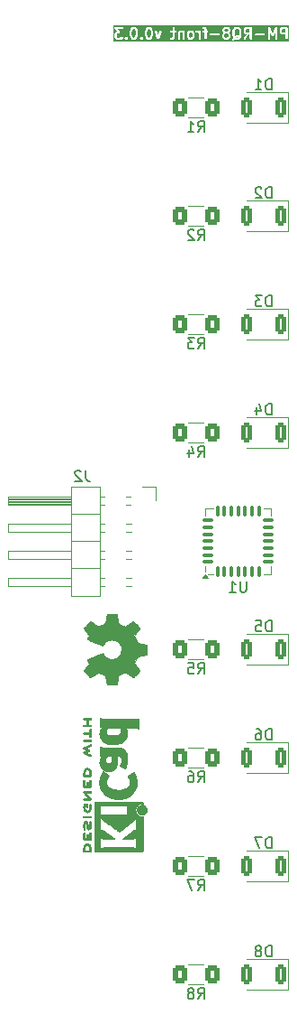
<source format=gbr>
%TF.GenerationSoftware,KiCad,Pcbnew,8.0.3-8.0.3-0~ubuntu22.04.1*%
%TF.CreationDate,2024-08-08T09:56:26+03:00*%
%TF.ProjectId,PM-RQ8-front,504d2d52-5138-42d6-9672-6f6e742e6b69,rev?*%
%TF.SameCoordinates,Original*%
%TF.FileFunction,Legend,Bot*%
%TF.FilePolarity,Positive*%
%FSLAX46Y46*%
G04 Gerber Fmt 4.6, Leading zero omitted, Abs format (unit mm)*
G04 Created by KiCad (PCBNEW 8.0.3-8.0.3-0~ubuntu22.04.1) date 2024-08-08 09:56:26*
%MOMM*%
%LPD*%
G01*
G04 APERTURE LIST*
G04 Aperture macros list*
%AMRoundRect*
0 Rectangle with rounded corners*
0 $1 Rounding radius*
0 $2 $3 $4 $5 $6 $7 $8 $9 X,Y pos of 4 corners*
0 Add a 4 corners polygon primitive as box body*
4,1,4,$2,$3,$4,$5,$6,$7,$8,$9,$2,$3,0*
0 Add four circle primitives for the rounded corners*
1,1,$1+$1,$2,$3*
1,1,$1+$1,$4,$5*
1,1,$1+$1,$6,$7*
1,1,$1+$1,$8,$9*
0 Add four rect primitives between the rounded corners*
20,1,$1+$1,$2,$3,$4,$5,0*
20,1,$1+$1,$4,$5,$6,$7,0*
20,1,$1+$1,$6,$7,$8,$9,0*
20,1,$1+$1,$8,$9,$2,$3,0*%
G04 Aperture macros list end*
%ADD10C,0.200000*%
%ADD11C,0.150000*%
%ADD12C,0.120000*%
%ADD13C,0.010000*%
%ADD14R,4.250000X4.250000*%
%ADD15RoundRect,0.075000X-0.075000X-0.437500X0.075000X-0.437500X0.075000X0.437500X-0.075000X0.437500X0*%
%ADD16RoundRect,0.075000X-0.437500X-0.075000X0.437500X-0.075000X0.437500X0.075000X-0.437500X0.075000X0*%
%ADD17RoundRect,0.250000X-0.400000X-0.625000X0.400000X-0.625000X0.400000X0.625000X-0.400000X0.625000X0*%
%ADD18RoundRect,0.190000X0.285000X0.710000X-0.285000X0.710000X-0.285000X-0.710000X0.285000X-0.710000X0*%
%ADD19O,1.700000X1.700000*%
%ADD20R,1.700000X1.700000*%
G04 APERTURE END LIST*
D10*
G36*
X75108525Y-53075810D02*
G01*
X75047657Y-53107413D01*
X74974015Y-53108087D01*
X74981222Y-53100753D01*
X75042838Y-53068762D01*
X75116604Y-53067527D01*
X75108525Y-53075810D01*
G37*
G36*
X75102381Y-52334284D02*
G01*
X75168771Y-52399040D01*
X75207025Y-52546465D01*
X75208704Y-52854929D01*
X75195580Y-52909482D01*
X75172074Y-52885976D01*
X75136026Y-52871044D01*
X75116517Y-52869123D01*
X75035499Y-52870479D01*
X75033786Y-52869908D01*
X75022741Y-52870692D01*
X75001770Y-52871044D01*
X74998449Y-52872419D01*
X74994866Y-52872674D01*
X74976557Y-52879680D01*
X74881523Y-52929022D01*
X74870483Y-52933595D01*
X74866637Y-52936750D01*
X74864729Y-52937742D01*
X74862996Y-52939739D01*
X74855330Y-52946032D01*
X74782944Y-53019684D01*
X74778548Y-53015396D01*
X74740294Y-52867971D01*
X74738615Y-52559508D01*
X74776350Y-52402646D01*
X74838793Y-52338627D01*
X74899661Y-52307024D01*
X75042991Y-52305713D01*
X75102381Y-52334284D01*
G37*
G36*
X65340826Y-52334453D02*
G01*
X65366603Y-52359115D01*
X65401679Y-52426670D01*
X65445131Y-52594131D01*
X65446723Y-52807622D01*
X65406324Y-52975555D01*
X65370233Y-53050576D01*
X65345571Y-53076354D01*
X65285431Y-53107579D01*
X65236967Y-53108391D01*
X65177917Y-53079983D01*
X65152143Y-53055324D01*
X65117066Y-52987764D01*
X65073614Y-52820305D01*
X65072022Y-52606815D01*
X65112421Y-52438881D01*
X65148512Y-52363860D01*
X65173174Y-52338083D01*
X65233313Y-52306858D01*
X65281778Y-52306046D01*
X65340826Y-52334453D01*
G37*
G36*
X66769397Y-52334453D02*
G01*
X66795174Y-52359115D01*
X66830250Y-52426670D01*
X66873702Y-52594131D01*
X66875294Y-52807622D01*
X66834895Y-52975555D01*
X66798804Y-53050576D01*
X66774142Y-53076354D01*
X66714002Y-53107579D01*
X66665538Y-53108391D01*
X66606488Y-53079983D01*
X66580714Y-53055324D01*
X66545637Y-52987764D01*
X66502185Y-52820305D01*
X66500593Y-52606815D01*
X66540992Y-52438881D01*
X66577083Y-52363860D01*
X66601745Y-52338083D01*
X66661884Y-52306858D01*
X66710349Y-52306046D01*
X66769397Y-52334453D01*
G37*
G36*
X70721779Y-52667786D02*
G01*
X70747556Y-52692448D01*
X70778553Y-52752148D01*
X70780054Y-52990569D01*
X70751186Y-53050576D01*
X70726524Y-53076354D01*
X70666592Y-53107471D01*
X70570746Y-53108605D01*
X70511251Y-53079983D01*
X70485477Y-53055324D01*
X70454479Y-52995620D01*
X70452978Y-52757200D01*
X70481846Y-52697193D01*
X70506508Y-52671416D01*
X70566439Y-52640299D01*
X70662286Y-52639165D01*
X70721779Y-52667786D01*
G37*
G36*
X74102732Y-52763024D02*
G01*
X74128509Y-52787686D01*
X74159568Y-52847505D01*
X74160879Y-52990835D01*
X74132139Y-53050576D01*
X74107477Y-53076354D01*
X74047657Y-53107413D01*
X73904328Y-53108724D01*
X73844585Y-53079983D01*
X73818811Y-53055324D01*
X73787751Y-52995501D01*
X73786440Y-52852172D01*
X73815180Y-52792431D01*
X73839842Y-52766654D01*
X73899661Y-52735595D01*
X74042991Y-52734284D01*
X74102732Y-52763024D01*
G37*
G36*
X74102732Y-52334453D02*
G01*
X74128509Y-52359115D01*
X74160005Y-52419776D01*
X74160044Y-52421142D01*
X74132138Y-52479150D01*
X74107480Y-52504923D01*
X74047657Y-52535984D01*
X73904328Y-52537295D01*
X73844585Y-52508554D01*
X73818812Y-52483896D01*
X73787314Y-52423231D01*
X73787275Y-52421866D01*
X73815180Y-52363860D01*
X73839842Y-52338083D01*
X73899661Y-52307024D01*
X74042991Y-52305713D01*
X74102732Y-52334453D01*
G37*
G36*
X76160173Y-52631503D02*
G01*
X76028345Y-52632136D01*
X76023447Y-52631051D01*
X76016988Y-52632190D01*
X75904734Y-52632729D01*
X75844585Y-52603792D01*
X75818812Y-52579134D01*
X75787693Y-52519199D01*
X75786559Y-52423353D01*
X75815180Y-52363860D01*
X75839842Y-52338083D01*
X75899481Y-52307117D01*
X76159559Y-52305870D01*
X76160173Y-52631503D01*
G37*
G36*
X79541125Y-52631503D02*
G01*
X79285686Y-52632729D01*
X79225537Y-52603792D01*
X79199764Y-52579134D01*
X79168645Y-52519199D01*
X79167511Y-52423353D01*
X79196132Y-52363860D01*
X79220794Y-52338083D01*
X79280433Y-52307117D01*
X79540511Y-52305870D01*
X79541125Y-52631503D01*
G37*
G36*
X79851437Y-53512783D02*
G01*
X63333977Y-53512783D01*
X63333977Y-52778647D01*
X63445088Y-52778647D01*
X63446750Y-53001602D01*
X63445873Y-53004235D01*
X63446875Y-53018340D01*
X63447009Y-53036251D01*
X63448384Y-53039571D01*
X63448639Y-53043155D01*
X63455645Y-53061463D01*
X63504982Y-53156487D01*
X63509559Y-53167537D01*
X63512717Y-53171385D01*
X63513707Y-53173291D01*
X63515701Y-53175020D01*
X63521996Y-53182690D01*
X63572096Y-53230623D01*
X63579014Y-53238600D01*
X63583163Y-53241211D01*
X63584768Y-53242747D01*
X63587208Y-53243757D01*
X63595605Y-53249043D01*
X63678622Y-53288981D01*
X63680007Y-53290366D01*
X63690756Y-53294818D01*
X63709151Y-53303668D01*
X63712734Y-53303922D01*
X63716055Y-53305298D01*
X63735564Y-53307219D01*
X64006019Y-53305516D01*
X64008771Y-53306434D01*
X64023197Y-53305408D01*
X64040787Y-53305298D01*
X64044107Y-53303922D01*
X64047691Y-53303668D01*
X64065999Y-53296662D01*
X64161027Y-53247322D01*
X64172074Y-53242747D01*
X64175920Y-53239589D01*
X64177827Y-53238600D01*
X64179557Y-53236605D01*
X64187227Y-53230310D01*
X64247283Y-53167537D01*
X64258651Y-53140091D01*
X64399389Y-53140091D01*
X64399389Y-53179109D01*
X64404979Y-53192604D01*
X64414321Y-53215158D01*
X64414325Y-53215162D01*
X64426757Y-53230311D01*
X64489529Y-53290366D01*
X64495942Y-53293022D01*
X64525578Y-53305298D01*
X64564596Y-53305298D01*
X64600644Y-53290366D01*
X64615798Y-53277930D01*
X64675853Y-53215158D01*
X64682605Y-53198856D01*
X64690784Y-53179110D01*
X64690785Y-53140092D01*
X64675854Y-53104043D01*
X64663417Y-53088890D01*
X64600645Y-53028833D01*
X64590619Y-53024680D01*
X64576017Y-53018632D01*
X64564596Y-53013901D01*
X64525578Y-53013901D01*
X64515020Y-53018274D01*
X64489530Y-53028832D01*
X64489529Y-53028833D01*
X64474375Y-53041270D01*
X64414320Y-53104043D01*
X64404307Y-53128219D01*
X64399389Y-53140091D01*
X64258651Y-53140091D01*
X64262214Y-53131488D01*
X64262213Y-53092470D01*
X64247282Y-53056422D01*
X64219691Y-53028832D01*
X64183643Y-53013901D01*
X64144625Y-53013902D01*
X64108577Y-53028833D01*
X64093423Y-53041270D01*
X64059857Y-53076354D01*
X64000156Y-53107351D01*
X63761736Y-53108852D01*
X63701727Y-53079983D01*
X63675953Y-53055324D01*
X63644930Y-52995572D01*
X63643506Y-52804710D01*
X63672322Y-52744812D01*
X63696984Y-52719035D01*
X63756915Y-52687918D01*
X63878592Y-52686478D01*
X63891363Y-52687330D01*
X63894434Y-52686291D01*
X63897930Y-52686250D01*
X63912933Y-52680035D01*
X63928325Y-52674830D01*
X63930864Y-52672607D01*
X63933978Y-52671318D01*
X63945455Y-52659840D01*
X63957689Y-52649136D01*
X63959184Y-52646111D01*
X63961568Y-52643728D01*
X63967782Y-52628726D01*
X63974985Y-52614161D01*
X63975209Y-52610795D01*
X63976500Y-52607680D01*
X63976500Y-52591431D01*
X63976717Y-52588171D01*
X64873659Y-52588171D01*
X64875389Y-52820288D01*
X64873777Y-52831127D01*
X64875560Y-52843188D01*
X64875580Y-52845775D01*
X64876144Y-52847138D01*
X64876645Y-52850520D01*
X64924149Y-53033599D01*
X64924829Y-53043155D01*
X64930420Y-53057767D01*
X64930859Y-53059456D01*
X64931289Y-53060036D01*
X64931835Y-53061463D01*
X64981172Y-53156487D01*
X64985749Y-53167537D01*
X64988907Y-53171385D01*
X64989897Y-53173291D01*
X64991891Y-53175020D01*
X64998186Y-53182690D01*
X65048286Y-53230623D01*
X65055204Y-53238600D01*
X65059353Y-53241211D01*
X65060958Y-53242747D01*
X65063398Y-53243757D01*
X65071795Y-53249043D01*
X65154812Y-53288981D01*
X65156197Y-53290366D01*
X65166946Y-53294818D01*
X65185341Y-53303668D01*
X65188924Y-53303922D01*
X65192245Y-53305298D01*
X65211754Y-53307219D01*
X65292771Y-53305862D01*
X65294485Y-53306434D01*
X65305529Y-53305649D01*
X65326501Y-53305298D01*
X65329821Y-53303922D01*
X65333405Y-53303668D01*
X65351713Y-53296662D01*
X65446741Y-53247322D01*
X65457788Y-53242747D01*
X65461634Y-53239589D01*
X65463541Y-53238600D01*
X65465271Y-53236605D01*
X65472941Y-53230310D01*
X65520874Y-53180207D01*
X65528849Y-53173292D01*
X65531460Y-53169142D01*
X65532997Y-53167537D01*
X65534008Y-53165095D01*
X65539292Y-53156701D01*
X65547283Y-53140091D01*
X65827960Y-53140091D01*
X65827960Y-53179109D01*
X65833550Y-53192604D01*
X65842892Y-53215158D01*
X65842896Y-53215162D01*
X65855328Y-53230311D01*
X65918100Y-53290366D01*
X65924513Y-53293022D01*
X65954149Y-53305298D01*
X65993167Y-53305298D01*
X66029215Y-53290366D01*
X66044369Y-53277930D01*
X66104424Y-53215158D01*
X66111176Y-53198856D01*
X66119355Y-53179110D01*
X66119356Y-53140092D01*
X66104425Y-53104043D01*
X66091988Y-53088890D01*
X66029216Y-53028833D01*
X66019190Y-53024680D01*
X66004588Y-53018632D01*
X65993167Y-53013901D01*
X65954149Y-53013901D01*
X65943591Y-53018274D01*
X65918101Y-53028832D01*
X65918100Y-53028833D01*
X65902946Y-53041270D01*
X65842891Y-53104043D01*
X65832878Y-53128219D01*
X65827960Y-53140091D01*
X65547283Y-53140091D01*
X65582720Y-53066429D01*
X65587887Y-53059456D01*
X65593115Y-53044821D01*
X65593917Y-53043155D01*
X65593968Y-53042434D01*
X65594482Y-53040996D01*
X65639061Y-52855683D01*
X65643166Y-52845775D01*
X65644358Y-52833665D01*
X65644969Y-52831127D01*
X65644751Y-52829668D01*
X65645087Y-52826266D01*
X65643356Y-52594148D01*
X65644246Y-52588171D01*
X66302230Y-52588171D01*
X66303960Y-52820288D01*
X66302348Y-52831127D01*
X66304131Y-52843188D01*
X66304151Y-52845775D01*
X66304715Y-52847138D01*
X66305216Y-52850520D01*
X66352720Y-53033599D01*
X66353400Y-53043155D01*
X66358991Y-53057767D01*
X66359430Y-53059456D01*
X66359860Y-53060036D01*
X66360406Y-53061463D01*
X66409743Y-53156487D01*
X66414320Y-53167537D01*
X66417478Y-53171385D01*
X66418468Y-53173291D01*
X66420462Y-53175020D01*
X66426757Y-53182690D01*
X66476857Y-53230623D01*
X66483775Y-53238600D01*
X66487924Y-53241211D01*
X66489529Y-53242747D01*
X66491969Y-53243757D01*
X66500366Y-53249043D01*
X66583383Y-53288981D01*
X66584768Y-53290366D01*
X66595517Y-53294818D01*
X66613912Y-53303668D01*
X66617495Y-53303922D01*
X66620816Y-53305298D01*
X66640325Y-53307219D01*
X66721342Y-53305862D01*
X66723056Y-53306434D01*
X66734100Y-53305649D01*
X66755072Y-53305298D01*
X66758392Y-53303922D01*
X66761976Y-53303668D01*
X66780284Y-53296662D01*
X66875312Y-53247322D01*
X66886359Y-53242747D01*
X66890205Y-53239589D01*
X66892112Y-53238600D01*
X66893842Y-53236605D01*
X66901512Y-53230310D01*
X66949445Y-53180207D01*
X66957420Y-53173292D01*
X66960031Y-53169142D01*
X66961568Y-53167537D01*
X66962579Y-53165095D01*
X66967863Y-53156701D01*
X67011291Y-53066429D01*
X67016458Y-53059456D01*
X67021686Y-53044821D01*
X67022488Y-53043155D01*
X67022539Y-53042434D01*
X67023053Y-53040996D01*
X67067632Y-52855683D01*
X67071737Y-52845775D01*
X67072929Y-52833665D01*
X67073540Y-52831127D01*
X67073322Y-52829668D01*
X67073658Y-52826266D01*
X67071927Y-52594148D01*
X67073540Y-52583310D01*
X67071756Y-52571248D01*
X67071737Y-52568662D01*
X67071172Y-52567298D01*
X67070672Y-52563917D01*
X67068402Y-52555167D01*
X67208065Y-52555167D01*
X67212818Y-52574186D01*
X67447864Y-53226870D01*
X67448098Y-53231574D01*
X67454187Y-53244429D01*
X67459283Y-53258579D01*
X67462653Y-53262301D01*
X67464801Y-53266836D01*
X67475652Y-53276659D01*
X67485470Y-53287504D01*
X67490002Y-53289651D01*
X67493727Y-53293023D01*
X67507517Y-53297947D01*
X67520732Y-53304208D01*
X67525742Y-53304457D01*
X67530472Y-53306146D01*
X67545093Y-53305418D01*
X67559702Y-53306145D01*
X67564427Y-53304457D01*
X67569442Y-53304208D01*
X67582668Y-53297942D01*
X67596447Y-53293022D01*
X67600167Y-53289653D01*
X67604704Y-53287505D01*
X67614526Y-53276654D01*
X67625373Y-53266836D01*
X67627520Y-53262301D01*
X67630891Y-53258579D01*
X67639261Y-53240853D01*
X67882109Y-52555167D01*
X67880412Y-52521043D01*
X68685104Y-52521043D01*
X68685104Y-52560061D01*
X68700036Y-52596109D01*
X68727626Y-52623699D01*
X68763674Y-52638631D01*
X68783183Y-52640552D01*
X68922226Y-52639885D01*
X68923098Y-53037801D01*
X68900406Y-53084970D01*
X68856860Y-53107579D01*
X68763674Y-53109140D01*
X68727626Y-53124072D01*
X68700036Y-53151662D01*
X68685104Y-53187710D01*
X68685104Y-53226728D01*
X68700036Y-53262776D01*
X68727626Y-53290366D01*
X68763674Y-53305298D01*
X68783183Y-53307219D01*
X68864200Y-53305862D01*
X68865914Y-53306434D01*
X68876958Y-53305649D01*
X68897930Y-53305298D01*
X68901250Y-53303922D01*
X68904834Y-53303668D01*
X68923142Y-53296662D01*
X69013736Y-53249624D01*
X69023182Y-53246476D01*
X69028225Y-53242101D01*
X69034970Y-53238600D01*
X69043185Y-53229126D01*
X69052659Y-53220911D01*
X69058872Y-53211039D01*
X69060535Y-53209123D01*
X69061047Y-53207584D01*
X69063102Y-53204321D01*
X69103040Y-53121302D01*
X69104425Y-53119918D01*
X69108877Y-53109169D01*
X69117727Y-53090774D01*
X69117981Y-53087190D01*
X69119357Y-53083870D01*
X69121278Y-53064361D01*
X69120443Y-52683409D01*
X69397469Y-52683409D01*
X69399390Y-53226728D01*
X69414322Y-53262776D01*
X69441912Y-53290366D01*
X69477960Y-53305298D01*
X69516978Y-53305298D01*
X69553026Y-53290366D01*
X69580616Y-53262776D01*
X69595548Y-53226728D01*
X69597469Y-53207219D01*
X69595710Y-52709841D01*
X69618341Y-52662799D01*
X69661677Y-52640299D01*
X69757524Y-52639165D01*
X69817017Y-52667786D01*
X69826421Y-52676783D01*
X69827961Y-53226728D01*
X69842893Y-53262776D01*
X69870483Y-53290366D01*
X69906531Y-53305298D01*
X69945549Y-53305298D01*
X69981597Y-53290366D01*
X70009187Y-53262776D01*
X70024119Y-53226728D01*
X70026040Y-53207219D01*
X70024707Y-52731028D01*
X70254612Y-52731028D01*
X70256314Y-53001483D01*
X70255397Y-53004235D01*
X70256422Y-53018661D01*
X70256533Y-53036251D01*
X70257908Y-53039571D01*
X70258163Y-53043155D01*
X70265169Y-53061463D01*
X70314506Y-53156487D01*
X70319083Y-53167537D01*
X70322241Y-53171385D01*
X70323231Y-53173291D01*
X70325225Y-53175020D01*
X70331520Y-53182690D01*
X70381620Y-53230623D01*
X70388538Y-53238600D01*
X70392687Y-53241211D01*
X70394292Y-53242747D01*
X70396732Y-53243757D01*
X70405129Y-53249043D01*
X70488146Y-53288981D01*
X70489531Y-53290366D01*
X70500280Y-53294818D01*
X70518675Y-53303668D01*
X70522258Y-53303922D01*
X70525579Y-53305298D01*
X70545088Y-53307219D01*
X70673244Y-53305702D01*
X70675438Y-53306434D01*
X70688220Y-53305525D01*
X70707454Y-53305298D01*
X70710774Y-53303922D01*
X70714358Y-53303668D01*
X70732666Y-53296662D01*
X70827694Y-53247322D01*
X70838741Y-53242747D01*
X70842587Y-53239589D01*
X70844494Y-53238600D01*
X70846224Y-53236605D01*
X70853894Y-53230310D01*
X70901827Y-53180207D01*
X70909802Y-53173292D01*
X70912413Y-53169142D01*
X70913950Y-53167537D01*
X70914961Y-53165095D01*
X70920245Y-53156701D01*
X70960183Y-53073683D01*
X70961568Y-53072299D01*
X70966020Y-53061549D01*
X70974870Y-53043155D01*
X70975124Y-53039571D01*
X70976500Y-53036251D01*
X70978421Y-53016742D01*
X70976718Y-52746286D01*
X70977636Y-52743535D01*
X70976610Y-52729108D01*
X70976500Y-52711519D01*
X70975124Y-52708198D01*
X70974870Y-52704615D01*
X70967864Y-52686306D01*
X70918521Y-52591272D01*
X70913949Y-52580232D01*
X70910793Y-52576386D01*
X70909802Y-52574478D01*
X70907804Y-52572745D01*
X70901512Y-52565079D01*
X70855483Y-52521043D01*
X71066057Y-52521043D01*
X71066057Y-52560061D01*
X71080989Y-52596109D01*
X71108579Y-52623699D01*
X71144627Y-52638631D01*
X71164136Y-52640552D01*
X71234160Y-52639379D01*
X71293208Y-52667786D01*
X71318985Y-52692448D01*
X71350444Y-52753038D01*
X71351771Y-53226728D01*
X71366703Y-53262776D01*
X71394293Y-53290366D01*
X71430341Y-53305298D01*
X71469359Y-53305298D01*
X71505407Y-53290366D01*
X71532997Y-53262776D01*
X71547929Y-53226728D01*
X71549850Y-53207219D01*
X71548556Y-52745061D01*
X71549065Y-52743535D01*
X71548530Y-52736018D01*
X71547929Y-52521043D01*
X71532997Y-52484995D01*
X71505407Y-52457405D01*
X71469359Y-52442473D01*
X71430341Y-52442473D01*
X71394293Y-52457405D01*
X71368029Y-52483668D01*
X71316315Y-52458789D01*
X71314931Y-52457405D01*
X71304181Y-52452952D01*
X71285787Y-52444103D01*
X71282203Y-52443848D01*
X71278883Y-52442473D01*
X71259374Y-52440552D01*
X71144627Y-52442473D01*
X71108579Y-52457405D01*
X71080989Y-52484995D01*
X71066057Y-52521043D01*
X70855483Y-52521043D01*
X70851411Y-52517147D01*
X70844494Y-52509171D01*
X70840344Y-52506558D01*
X70838740Y-52505024D01*
X70836300Y-52504013D01*
X70827904Y-52498728D01*
X70744886Y-52458789D01*
X70743502Y-52457405D01*
X70732752Y-52452952D01*
X70714358Y-52444103D01*
X70710774Y-52443848D01*
X70707454Y-52442473D01*
X70687945Y-52440552D01*
X70559788Y-52442068D01*
X70557595Y-52441337D01*
X70544812Y-52442245D01*
X70525579Y-52442473D01*
X70522258Y-52443848D01*
X70518675Y-52444103D01*
X70500366Y-52451109D01*
X70405332Y-52500451D01*
X70394292Y-52505024D01*
X70390446Y-52508179D01*
X70388538Y-52509171D01*
X70386805Y-52511168D01*
X70379139Y-52517461D01*
X70331207Y-52567561D01*
X70323231Y-52574479D01*
X70320618Y-52578628D01*
X70319084Y-52580233D01*
X70318073Y-52582672D01*
X70312788Y-52591069D01*
X70272849Y-52674086D01*
X70271465Y-52675471D01*
X70267012Y-52686220D01*
X70258163Y-52704615D01*
X70257908Y-52708198D01*
X70256533Y-52711519D01*
X70254612Y-52731028D01*
X70024707Y-52731028D01*
X70024119Y-52521043D01*
X70009187Y-52484995D01*
X69981597Y-52457405D01*
X69945549Y-52442473D01*
X69906531Y-52442473D01*
X69870483Y-52457405D01*
X69859687Y-52468200D01*
X69840124Y-52458789D01*
X69838740Y-52457405D01*
X69827990Y-52452952D01*
X69809596Y-52444103D01*
X69806012Y-52443848D01*
X69802692Y-52442473D01*
X69783183Y-52440552D01*
X69655026Y-52442068D01*
X69652833Y-52441337D01*
X69640050Y-52442245D01*
X69620817Y-52442473D01*
X69617496Y-52443848D01*
X69613913Y-52444103D01*
X69595604Y-52451109D01*
X69505006Y-52498148D01*
X69495565Y-52501295D01*
X69490522Y-52505667D01*
X69483776Y-52509171D01*
X69475558Y-52518646D01*
X69466088Y-52526860D01*
X69459874Y-52536731D01*
X69458212Y-52538648D01*
X69457698Y-52540186D01*
X69455645Y-52543450D01*
X69415706Y-52626467D01*
X69414322Y-52627852D01*
X69409869Y-52638601D01*
X69401020Y-52656996D01*
X69400765Y-52660579D01*
X69399390Y-52663900D01*
X69397469Y-52683409D01*
X69120443Y-52683409D01*
X69120345Y-52638934D01*
X69183644Y-52638631D01*
X69219692Y-52623699D01*
X69247282Y-52596109D01*
X69262214Y-52560061D01*
X69262214Y-52521043D01*
X69247282Y-52484995D01*
X69219692Y-52457405D01*
X69183644Y-52442473D01*
X69164135Y-52440552D01*
X69119911Y-52440764D01*
X69119357Y-52187710D01*
X71685105Y-52187710D01*
X71685105Y-52226728D01*
X71700037Y-52262776D01*
X71727627Y-52290366D01*
X71763675Y-52305298D01*
X71783184Y-52307219D01*
X71853208Y-52306046D01*
X71899031Y-52328091D01*
X71921324Y-52371029D01*
X71921479Y-52441716D01*
X71763675Y-52442473D01*
X71727627Y-52457405D01*
X71700037Y-52484995D01*
X71685105Y-52521043D01*
X71685105Y-52560061D01*
X71700037Y-52596109D01*
X71727627Y-52623699D01*
X71763675Y-52638631D01*
X71783184Y-52640552D01*
X71921914Y-52639886D01*
X71923200Y-53226728D01*
X71938132Y-53262776D01*
X71965722Y-53290366D01*
X72001770Y-53305298D01*
X72040788Y-53305298D01*
X72076836Y-53290366D01*
X72104426Y-53262776D01*
X72119358Y-53226728D01*
X72121279Y-53207219D01*
X72120401Y-52806757D01*
X72399391Y-52806757D01*
X72399391Y-52845775D01*
X72414323Y-52881823D01*
X72441913Y-52909413D01*
X72477961Y-52924345D01*
X72497470Y-52926266D01*
X73278883Y-52924345D01*
X73314931Y-52909413D01*
X73342521Y-52881823D01*
X73357453Y-52845775D01*
X73357453Y-52806757D01*
X73342521Y-52770709D01*
X73314931Y-52743119D01*
X73278883Y-52728187D01*
X73259374Y-52726266D01*
X72477961Y-52728187D01*
X72441913Y-52743119D01*
X72414323Y-52770709D01*
X72399391Y-52806757D01*
X72120401Y-52806757D01*
X72120033Y-52638936D01*
X72183645Y-52638631D01*
X72219693Y-52623699D01*
X72247283Y-52596109D01*
X72262215Y-52560061D01*
X72262215Y-52521043D01*
X72247283Y-52484995D01*
X72219693Y-52457405D01*
X72183645Y-52442473D01*
X72164136Y-52440552D01*
X72119599Y-52440765D01*
X72119505Y-52397695D01*
X73587946Y-52397695D01*
X73588933Y-52432199D01*
X73588731Y-52432807D01*
X73589098Y-52437984D01*
X73589867Y-52464823D01*
X73591242Y-52468143D01*
X73591497Y-52471727D01*
X73598503Y-52490035D01*
X73647843Y-52585064D01*
X73652418Y-52596109D01*
X73655574Y-52599955D01*
X73656565Y-52601863D01*
X73658559Y-52603592D01*
X73664854Y-52611263D01*
X73690433Y-52635735D01*
X73664541Y-52662799D01*
X73656565Y-52669717D01*
X73653952Y-52673866D01*
X73652418Y-52675471D01*
X73651407Y-52677910D01*
X73646122Y-52686307D01*
X73606183Y-52769324D01*
X73604799Y-52770709D01*
X73600346Y-52781458D01*
X73591497Y-52799853D01*
X73591242Y-52803436D01*
X73589867Y-52806757D01*
X73587946Y-52826266D01*
X73589551Y-53001773D01*
X73588731Y-53004235D01*
X73589698Y-53017850D01*
X73589867Y-53036251D01*
X73591242Y-53039571D01*
X73591497Y-53043155D01*
X73598503Y-53061463D01*
X73647840Y-53156487D01*
X73652417Y-53167537D01*
X73655575Y-53171385D01*
X73656565Y-53173291D01*
X73658559Y-53175020D01*
X73664854Y-53182690D01*
X73714954Y-53230623D01*
X73721872Y-53238600D01*
X73726021Y-53241211D01*
X73727626Y-53242747D01*
X73730066Y-53243757D01*
X73738463Y-53249043D01*
X73821480Y-53288981D01*
X73822865Y-53290366D01*
X73833614Y-53294818D01*
X73852009Y-53303668D01*
X73855592Y-53303922D01*
X73858913Y-53305298D01*
X73878422Y-53307219D01*
X74053929Y-53305613D01*
X74056391Y-53306434D01*
X74070006Y-53305466D01*
X74088407Y-53305298D01*
X74091727Y-53303922D01*
X74095311Y-53303668D01*
X74113619Y-53296662D01*
X74126546Y-53289950D01*
X74493493Y-53289950D01*
X74496259Y-53328870D01*
X74513708Y-53363769D01*
X74543185Y-53389333D01*
X74580201Y-53401672D01*
X74619121Y-53398906D01*
X74637429Y-53391900D01*
X74732458Y-53342559D01*
X74743503Y-53337985D01*
X74747349Y-53334828D01*
X74749257Y-53333838D01*
X74750986Y-53331843D01*
X74758657Y-53325549D01*
X74802997Y-53280089D01*
X74821480Y-53288981D01*
X74822865Y-53290366D01*
X74833614Y-53294818D01*
X74852009Y-53303668D01*
X74855592Y-53303922D01*
X74858913Y-53305298D01*
X74878422Y-53307219D01*
X75053929Y-53305613D01*
X75056391Y-53306434D01*
X75070006Y-53305466D01*
X75088407Y-53305298D01*
X75091727Y-53303922D01*
X75095311Y-53303668D01*
X75113619Y-53296662D01*
X75208647Y-53247322D01*
X75219694Y-53242747D01*
X75223540Y-53239589D01*
X75225447Y-53238600D01*
X75227177Y-53236605D01*
X75234847Y-53230310D01*
X75321516Y-53141453D01*
X75326564Y-53138425D01*
X75333180Y-53129494D01*
X75342522Y-53119918D01*
X75345367Y-53113047D01*
X75349793Y-53107075D01*
X75356388Y-53088615D01*
X75400967Y-52903302D01*
X75405072Y-52893394D01*
X75406264Y-52881284D01*
X75406875Y-52878746D01*
X75406657Y-52877287D01*
X75406993Y-52873885D01*
X75405212Y-52546862D01*
X75406875Y-52535691D01*
X75405085Y-52523593D01*
X75405072Y-52521043D01*
X75404507Y-52519679D01*
X75404007Y-52516298D01*
X75373232Y-52397695D01*
X75587946Y-52397695D01*
X75589462Y-52525851D01*
X75588731Y-52528045D01*
X75589639Y-52540827D01*
X75589867Y-52560061D01*
X75591242Y-52563381D01*
X75591497Y-52566965D01*
X75598503Y-52585273D01*
X75647843Y-52680302D01*
X75652418Y-52691347D01*
X75655574Y-52695193D01*
X75656565Y-52697101D01*
X75658559Y-52698830D01*
X75664854Y-52706501D01*
X75714956Y-52754434D01*
X75721872Y-52762409D01*
X75726021Y-52765020D01*
X75727626Y-52766556D01*
X75730066Y-52767566D01*
X75738463Y-52772852D01*
X75821480Y-52812790D01*
X75822865Y-52814175D01*
X75833614Y-52818627D01*
X75837337Y-52820418D01*
X75596409Y-53166957D01*
X75587969Y-53205051D01*
X75594750Y-53243476D01*
X75615719Y-53276381D01*
X75647684Y-53298756D01*
X75685778Y-53307196D01*
X75724203Y-53300415D01*
X75757108Y-53279446D01*
X75769869Y-53264565D01*
X76071928Y-52830099D01*
X76160546Y-52829674D01*
X76161295Y-53226728D01*
X76176227Y-53262776D01*
X76203817Y-53290366D01*
X76239865Y-53305298D01*
X76278883Y-53305298D01*
X76314931Y-53290366D01*
X76342521Y-53262776D01*
X76357453Y-53226728D01*
X76359374Y-53207219D01*
X76358619Y-52806757D01*
X76637486Y-52806757D01*
X76637486Y-52845775D01*
X76652418Y-52881823D01*
X76680008Y-52909413D01*
X76716056Y-52924345D01*
X76735565Y-52926266D01*
X77516978Y-52924345D01*
X77553026Y-52909413D01*
X77580616Y-52881823D01*
X77595548Y-52845775D01*
X77595548Y-52806757D01*
X77580616Y-52770709D01*
X77553026Y-52743119D01*
X77516978Y-52728187D01*
X77497469Y-52726266D01*
X76716056Y-52728187D01*
X76680008Y-52743119D01*
X76652418Y-52770709D01*
X76637486Y-52806757D01*
X76358619Y-52806757D01*
X76357490Y-52207219D01*
X77873660Y-52207219D01*
X77875581Y-53226728D01*
X77890513Y-53262776D01*
X77918103Y-53290366D01*
X77954151Y-53305298D01*
X77993169Y-53305298D01*
X78029217Y-53290366D01*
X78056807Y-53262776D01*
X78071739Y-53226728D01*
X78073660Y-53207219D01*
X78072616Y-52653229D01*
X78216508Y-52959667D01*
X78221487Y-52973356D01*
X78224462Y-52976605D01*
X78226366Y-52980659D01*
X78237576Y-52990925D01*
X78247838Y-53002131D01*
X78251863Y-53004009D01*
X78255141Y-53007011D01*
X78269423Y-53012204D01*
X78283196Y-53018632D01*
X78287635Y-53018827D01*
X78291810Y-53020345D01*
X78306993Y-53019677D01*
X78322176Y-53020345D01*
X78326349Y-53018827D01*
X78330791Y-53018632D01*
X78344575Y-53012199D01*
X78358845Y-53007010D01*
X78362118Y-53004012D01*
X78366148Y-53002132D01*
X78376417Y-52990917D01*
X78387620Y-52980659D01*
X78390931Y-52975068D01*
X78392500Y-52973356D01*
X78393380Y-52970934D01*
X78397611Y-52963793D01*
X78541168Y-52654251D01*
X78542247Y-53226728D01*
X78557179Y-53262776D01*
X78584769Y-53290366D01*
X78620817Y-53305298D01*
X78659835Y-53305298D01*
X78695883Y-53290366D01*
X78723473Y-53262776D01*
X78738405Y-53226728D01*
X78740326Y-53207219D01*
X78738801Y-52397695D01*
X78968898Y-52397695D01*
X78970414Y-52525851D01*
X78969683Y-52528045D01*
X78970591Y-52540827D01*
X78970819Y-52560061D01*
X78972194Y-52563381D01*
X78972449Y-52566965D01*
X78979455Y-52585273D01*
X79028795Y-52680302D01*
X79033370Y-52691347D01*
X79036526Y-52695193D01*
X79037517Y-52697101D01*
X79039511Y-52698830D01*
X79045806Y-52706501D01*
X79095908Y-52754434D01*
X79102824Y-52762409D01*
X79106973Y-52765020D01*
X79108578Y-52766556D01*
X79111018Y-52767566D01*
X79119415Y-52772852D01*
X79202432Y-52812790D01*
X79203817Y-52814175D01*
X79214566Y-52818627D01*
X79232961Y-52827477D01*
X79236544Y-52827731D01*
X79239865Y-52829107D01*
X79259374Y-52831028D01*
X79541498Y-52829674D01*
X79542247Y-53226728D01*
X79557179Y-53262776D01*
X79584769Y-53290366D01*
X79620817Y-53305298D01*
X79659835Y-53305298D01*
X79695883Y-53290366D01*
X79723473Y-53262776D01*
X79738405Y-53226728D01*
X79740326Y-53207219D01*
X79738405Y-52187710D01*
X79723473Y-52151662D01*
X79695883Y-52124072D01*
X79659835Y-52109140D01*
X79640326Y-52107219D01*
X79274786Y-52108972D01*
X79271881Y-52108004D01*
X79257056Y-52109057D01*
X79239865Y-52109140D01*
X79236544Y-52110515D01*
X79232961Y-52110770D01*
X79214652Y-52117776D01*
X79119618Y-52167118D01*
X79108578Y-52171691D01*
X79104732Y-52174846D01*
X79102824Y-52175838D01*
X79101091Y-52177835D01*
X79093425Y-52184128D01*
X79045493Y-52234228D01*
X79037517Y-52241146D01*
X79034904Y-52245295D01*
X79033370Y-52246900D01*
X79032359Y-52249339D01*
X79027074Y-52257736D01*
X78987135Y-52340753D01*
X78985751Y-52342138D01*
X78981298Y-52352887D01*
X78972449Y-52371282D01*
X78972194Y-52374865D01*
X78970819Y-52378186D01*
X78968898Y-52397695D01*
X78738801Y-52397695D01*
X78738444Y-52208484D01*
X78739167Y-52192036D01*
X78738409Y-52189952D01*
X78738405Y-52187710D01*
X78731764Y-52171679D01*
X78725833Y-52155367D01*
X78724326Y-52153721D01*
X78723473Y-52151662D01*
X78711211Y-52139400D01*
X78699481Y-52126591D01*
X78697457Y-52125646D01*
X78695883Y-52124072D01*
X78679867Y-52117437D01*
X78664124Y-52110091D01*
X78661894Y-52109993D01*
X78659835Y-52109140D01*
X78642483Y-52109140D01*
X78625143Y-52108378D01*
X78623047Y-52109140D01*
X78620817Y-52109140D01*
X78604786Y-52115780D01*
X78588474Y-52121712D01*
X78586828Y-52123218D01*
X78584769Y-52124072D01*
X78572501Y-52136339D01*
X78559699Y-52148064D01*
X78558132Y-52150708D01*
X78557179Y-52151662D01*
X78556275Y-52153843D01*
X78549708Y-52164930D01*
X78307469Y-52687249D01*
X78063023Y-52166669D01*
X78056807Y-52151662D01*
X78055241Y-52150096D01*
X78054287Y-52148064D01*
X78041490Y-52136345D01*
X78029217Y-52124072D01*
X78027155Y-52123218D01*
X78025512Y-52121713D01*
X78009210Y-52115784D01*
X77993169Y-52109140D01*
X77990938Y-52109140D01*
X77988843Y-52108378D01*
X77971503Y-52109140D01*
X77954151Y-52109140D01*
X77952091Y-52109993D01*
X77949863Y-52110091D01*
X77934132Y-52117432D01*
X77918103Y-52124072D01*
X77916526Y-52125648D01*
X77914505Y-52126592D01*
X77902786Y-52139388D01*
X77890513Y-52151662D01*
X77889659Y-52153723D01*
X77888154Y-52155367D01*
X77882225Y-52171668D01*
X77875581Y-52187710D01*
X77875279Y-52190768D01*
X77874819Y-52192036D01*
X77874922Y-52194395D01*
X77873660Y-52207219D01*
X76357490Y-52207219D01*
X76357453Y-52187710D01*
X76342521Y-52151662D01*
X76314931Y-52124072D01*
X76278883Y-52109140D01*
X76259374Y-52107219D01*
X75893834Y-52108972D01*
X75890929Y-52108004D01*
X75876104Y-52109057D01*
X75858913Y-52109140D01*
X75855592Y-52110515D01*
X75852009Y-52110770D01*
X75833700Y-52117776D01*
X75738666Y-52167118D01*
X75727626Y-52171691D01*
X75723780Y-52174846D01*
X75721872Y-52175838D01*
X75720139Y-52177835D01*
X75712473Y-52184128D01*
X75664541Y-52234228D01*
X75656565Y-52241146D01*
X75653952Y-52245295D01*
X75652418Y-52246900D01*
X75651407Y-52249339D01*
X75646122Y-52257736D01*
X75606183Y-52340753D01*
X75604799Y-52342138D01*
X75600346Y-52352887D01*
X75591497Y-52371282D01*
X75591242Y-52374865D01*
X75589867Y-52378186D01*
X75587946Y-52397695D01*
X75373232Y-52397695D01*
X75357453Y-52336882D01*
X75357453Y-52330567D01*
X75353066Y-52319976D01*
X75349793Y-52307362D01*
X75345366Y-52301387D01*
X75342521Y-52294519D01*
X75330085Y-52279365D01*
X75233695Y-52185348D01*
X75225447Y-52175838D01*
X75221210Y-52173171D01*
X75219693Y-52171691D01*
X75217253Y-52170680D01*
X75208857Y-52165395D01*
X75125839Y-52125456D01*
X75124455Y-52124072D01*
X75113705Y-52119619D01*
X75095311Y-52110770D01*
X75091727Y-52110515D01*
X75088407Y-52109140D01*
X75068898Y-52107219D01*
X74893390Y-52108824D01*
X74890929Y-52108004D01*
X74877313Y-52108971D01*
X74858913Y-52109140D01*
X74855592Y-52110515D01*
X74852009Y-52110770D01*
X74833700Y-52117776D01*
X74738666Y-52167118D01*
X74727627Y-52171691D01*
X74723782Y-52174846D01*
X74721872Y-52175838D01*
X74720139Y-52177835D01*
X74712473Y-52184127D01*
X74625805Y-52272982D01*
X74620756Y-52276012D01*
X74614136Y-52284946D01*
X74604799Y-52294519D01*
X74601953Y-52301387D01*
X74597527Y-52307362D01*
X74590932Y-52325823D01*
X74546352Y-52511133D01*
X74542248Y-52521043D01*
X74541055Y-52533152D01*
X74540445Y-52535691D01*
X74540662Y-52537149D01*
X74540327Y-52540552D01*
X74542107Y-52867574D01*
X74540445Y-52878746D01*
X74542234Y-52890843D01*
X74542248Y-52893394D01*
X74542812Y-52894757D01*
X74543313Y-52898139D01*
X74589867Y-53077554D01*
X74589867Y-53083870D01*
X74594254Y-53094462D01*
X74597527Y-53107075D01*
X74601952Y-53113047D01*
X74604798Y-53119918D01*
X74617235Y-53135071D01*
X74642956Y-53160160D01*
X74632337Y-53171047D01*
X74531396Y-53223457D01*
X74505832Y-53252934D01*
X74493493Y-53289950D01*
X74126546Y-53289950D01*
X74208647Y-53247322D01*
X74219694Y-53242747D01*
X74223540Y-53239589D01*
X74225447Y-53238600D01*
X74227177Y-53236605D01*
X74234847Y-53230310D01*
X74282780Y-53180207D01*
X74290755Y-53173292D01*
X74293366Y-53169142D01*
X74294903Y-53167537D01*
X74295914Y-53165095D01*
X74301198Y-53156701D01*
X74341136Y-53073683D01*
X74342521Y-53072299D01*
X74346973Y-53061549D01*
X74355823Y-53043155D01*
X74356077Y-53039571D01*
X74357453Y-53036251D01*
X74359374Y-53016742D01*
X74357768Y-52841234D01*
X74358589Y-52838773D01*
X74357621Y-52825157D01*
X74357453Y-52806757D01*
X74356077Y-52803436D01*
X74355823Y-52799853D01*
X74348817Y-52781544D01*
X74299474Y-52686510D01*
X74294902Y-52675470D01*
X74291746Y-52671624D01*
X74290755Y-52669716D01*
X74288757Y-52667983D01*
X74282465Y-52660317D01*
X74256886Y-52635845D01*
X74282780Y-52608779D01*
X74290755Y-52601864D01*
X74293366Y-52597714D01*
X74294902Y-52596110D01*
X74295912Y-52593669D01*
X74301198Y-52585273D01*
X74341136Y-52502255D01*
X74342521Y-52500871D01*
X74346973Y-52490121D01*
X74355823Y-52471727D01*
X74356077Y-52468143D01*
X74357453Y-52464823D01*
X74359374Y-52445314D01*
X74358386Y-52410809D01*
X74358589Y-52410202D01*
X74358221Y-52405024D01*
X74357453Y-52378186D01*
X74356077Y-52374865D01*
X74355823Y-52371282D01*
X74348817Y-52352973D01*
X74299474Y-52257939D01*
X74294902Y-52246899D01*
X74291746Y-52243053D01*
X74290755Y-52241145D01*
X74288757Y-52239412D01*
X74282465Y-52231746D01*
X74232364Y-52183814D01*
X74225447Y-52175838D01*
X74221297Y-52173225D01*
X74219693Y-52171691D01*
X74217253Y-52170680D01*
X74208857Y-52165395D01*
X74125839Y-52125456D01*
X74124455Y-52124072D01*
X74113705Y-52119619D01*
X74095311Y-52110770D01*
X74091727Y-52110515D01*
X74088407Y-52109140D01*
X74068898Y-52107219D01*
X73893390Y-52108824D01*
X73890929Y-52108004D01*
X73877313Y-52108971D01*
X73858913Y-52109140D01*
X73855592Y-52110515D01*
X73852009Y-52110770D01*
X73833700Y-52117776D01*
X73738666Y-52167118D01*
X73727626Y-52171691D01*
X73723780Y-52174846D01*
X73721872Y-52175838D01*
X73720139Y-52177835D01*
X73712473Y-52184128D01*
X73664541Y-52234228D01*
X73656565Y-52241146D01*
X73653952Y-52245295D01*
X73652418Y-52246900D01*
X73651407Y-52249339D01*
X73646122Y-52257736D01*
X73606183Y-52340753D01*
X73604799Y-52342138D01*
X73600346Y-52352887D01*
X73591497Y-52371282D01*
X73591242Y-52374865D01*
X73589867Y-52378186D01*
X73587946Y-52397695D01*
X72119505Y-52397695D01*
X72119435Y-52365759D01*
X72120494Y-52362583D01*
X72119394Y-52347108D01*
X72119358Y-52330567D01*
X72117982Y-52327246D01*
X72117728Y-52323663D01*
X72110722Y-52305354D01*
X72063682Y-52214756D01*
X72060536Y-52205315D01*
X72056163Y-52200272D01*
X72052660Y-52193526D01*
X72043184Y-52185308D01*
X72034971Y-52175838D01*
X72025099Y-52169624D01*
X72023183Y-52167962D01*
X72021644Y-52167448D01*
X72018381Y-52165395D01*
X71935363Y-52125456D01*
X71933979Y-52124072D01*
X71923229Y-52119619D01*
X71904835Y-52110770D01*
X71901251Y-52110515D01*
X71897931Y-52109140D01*
X71878422Y-52107219D01*
X71763675Y-52109140D01*
X71727627Y-52124072D01*
X71700037Y-52151662D01*
X71685105Y-52187710D01*
X69119357Y-52187710D01*
X69104425Y-52151662D01*
X69076835Y-52124072D01*
X69040787Y-52109140D01*
X69001769Y-52109140D01*
X68965721Y-52124072D01*
X68938131Y-52151662D01*
X68923199Y-52187710D01*
X68921278Y-52207219D01*
X68921791Y-52441714D01*
X68763674Y-52442473D01*
X68727626Y-52457405D01*
X68700036Y-52484995D01*
X68685104Y-52521043D01*
X67880412Y-52521043D01*
X67880171Y-52516197D01*
X67863468Y-52480935D01*
X67834542Y-52454749D01*
X67797797Y-52441626D01*
X67758827Y-52443563D01*
X67723565Y-52460267D01*
X67697378Y-52489192D01*
X67689008Y-52506919D01*
X67545301Y-52912675D01*
X67392796Y-52489192D01*
X67366609Y-52460266D01*
X67331347Y-52443563D01*
X67292377Y-52441625D01*
X67255632Y-52454748D01*
X67226706Y-52480935D01*
X67210003Y-52516197D01*
X67208065Y-52555167D01*
X67068402Y-52555167D01*
X67023167Y-52380837D01*
X67022488Y-52371282D01*
X67016895Y-52356666D01*
X67016458Y-52354981D01*
X67016028Y-52354401D01*
X67015482Y-52352973D01*
X66966139Y-52257939D01*
X66961567Y-52246899D01*
X66958411Y-52243053D01*
X66957420Y-52241145D01*
X66955422Y-52239412D01*
X66949130Y-52231746D01*
X66899029Y-52183814D01*
X66892112Y-52175838D01*
X66887962Y-52173225D01*
X66886358Y-52171691D01*
X66883918Y-52170680D01*
X66875522Y-52165395D01*
X66792504Y-52125456D01*
X66791120Y-52124072D01*
X66780370Y-52119619D01*
X66761976Y-52110770D01*
X66758392Y-52110515D01*
X66755072Y-52109140D01*
X66735563Y-52107219D01*
X66654545Y-52108575D01*
X66652832Y-52108004D01*
X66641787Y-52108788D01*
X66620816Y-52109140D01*
X66617495Y-52110515D01*
X66613912Y-52110770D01*
X66595603Y-52117776D01*
X66500569Y-52167118D01*
X66489529Y-52171691D01*
X66485683Y-52174846D01*
X66483775Y-52175838D01*
X66482042Y-52177835D01*
X66474376Y-52184128D01*
X66426444Y-52234228D01*
X66418468Y-52241146D01*
X66415855Y-52245295D01*
X66414321Y-52246900D01*
X66413310Y-52249339D01*
X66408025Y-52257736D01*
X66364596Y-52348007D01*
X66359430Y-52354981D01*
X66354202Y-52369613D01*
X66353400Y-52371282D01*
X66353348Y-52372004D01*
X66352835Y-52373442D01*
X66308255Y-52558752D01*
X66304151Y-52568662D01*
X66302958Y-52580771D01*
X66302348Y-52583310D01*
X66302565Y-52584768D01*
X66302230Y-52588171D01*
X65644246Y-52588171D01*
X65644969Y-52583310D01*
X65643185Y-52571248D01*
X65643166Y-52568662D01*
X65642601Y-52567298D01*
X65642101Y-52563917D01*
X65594596Y-52380837D01*
X65593917Y-52371282D01*
X65588324Y-52356666D01*
X65587887Y-52354981D01*
X65587457Y-52354401D01*
X65586911Y-52352973D01*
X65537568Y-52257939D01*
X65532996Y-52246899D01*
X65529840Y-52243053D01*
X65528849Y-52241145D01*
X65526851Y-52239412D01*
X65520559Y-52231746D01*
X65470458Y-52183814D01*
X65463541Y-52175838D01*
X65459391Y-52173225D01*
X65457787Y-52171691D01*
X65455347Y-52170680D01*
X65446951Y-52165395D01*
X65363933Y-52125456D01*
X65362549Y-52124072D01*
X65351799Y-52119619D01*
X65333405Y-52110770D01*
X65329821Y-52110515D01*
X65326501Y-52109140D01*
X65306992Y-52107219D01*
X65225974Y-52108575D01*
X65224261Y-52108004D01*
X65213216Y-52108788D01*
X65192245Y-52109140D01*
X65188924Y-52110515D01*
X65185341Y-52110770D01*
X65167032Y-52117776D01*
X65071998Y-52167118D01*
X65060958Y-52171691D01*
X65057112Y-52174846D01*
X65055204Y-52175838D01*
X65053471Y-52177835D01*
X65045805Y-52184128D01*
X64997873Y-52234228D01*
X64989897Y-52241146D01*
X64987284Y-52245295D01*
X64985750Y-52246900D01*
X64984739Y-52249339D01*
X64979454Y-52257736D01*
X64936025Y-52348007D01*
X64930859Y-52354981D01*
X64925631Y-52369613D01*
X64924829Y-52371282D01*
X64924777Y-52372004D01*
X64924264Y-52373442D01*
X64879684Y-52558752D01*
X64875580Y-52568662D01*
X64874387Y-52580771D01*
X64873777Y-52583310D01*
X64873994Y-52584768D01*
X64873659Y-52588171D01*
X63976717Y-52588171D01*
X63977580Y-52575229D01*
X63976500Y-52572035D01*
X63976500Y-52568662D01*
X63970284Y-52553656D01*
X63965080Y-52538268D01*
X63962298Y-52534377D01*
X63961568Y-52532614D01*
X63959708Y-52530754D01*
X63953679Y-52522321D01*
X63763493Y-52306561D01*
X64183644Y-52305298D01*
X64219692Y-52290366D01*
X64247282Y-52262776D01*
X64262214Y-52226728D01*
X64262214Y-52187710D01*
X64247282Y-52151662D01*
X64219692Y-52124072D01*
X64183644Y-52109140D01*
X64164135Y-52107219D01*
X63547365Y-52109074D01*
X63532146Y-52108060D01*
X63528982Y-52109129D01*
X63525579Y-52109140D01*
X63510573Y-52115355D01*
X63495185Y-52120560D01*
X63492645Y-52122781D01*
X63489531Y-52124072D01*
X63478046Y-52135556D01*
X63465821Y-52146254D01*
X63464325Y-52149277D01*
X63461941Y-52151662D01*
X63455724Y-52166668D01*
X63448524Y-52181229D01*
X63448299Y-52184594D01*
X63447009Y-52187710D01*
X63447009Y-52203958D01*
X63445929Y-52220161D01*
X63447009Y-52223354D01*
X63447009Y-52226728D01*
X63453224Y-52241733D01*
X63458429Y-52257122D01*
X63461210Y-52261012D01*
X63461941Y-52262776D01*
X63463800Y-52264635D01*
X63469830Y-52273069D01*
X63675680Y-52506599D01*
X63595808Y-52548070D01*
X63584768Y-52552643D01*
X63580922Y-52555798D01*
X63579014Y-52556790D01*
X63577281Y-52558787D01*
X63569615Y-52565080D01*
X63521683Y-52615180D01*
X63513707Y-52622098D01*
X63511094Y-52626247D01*
X63509560Y-52627852D01*
X63508549Y-52630291D01*
X63503264Y-52638688D01*
X63463325Y-52721705D01*
X63461941Y-52723090D01*
X63457488Y-52733839D01*
X63448639Y-52752234D01*
X63448384Y-52755817D01*
X63447009Y-52759138D01*
X63445088Y-52778647D01*
X63333977Y-52778647D01*
X63333977Y-51996108D01*
X79851437Y-51996108D01*
X79851437Y-53512783D01*
G37*
D11*
X75841904Y-104094819D02*
X75841904Y-104904342D01*
X75841904Y-104904342D02*
X75794285Y-104999580D01*
X75794285Y-104999580D02*
X75746666Y-105047200D01*
X75746666Y-105047200D02*
X75651428Y-105094819D01*
X75651428Y-105094819D02*
X75460952Y-105094819D01*
X75460952Y-105094819D02*
X75365714Y-105047200D01*
X75365714Y-105047200D02*
X75318095Y-104999580D01*
X75318095Y-104999580D02*
X75270476Y-104904342D01*
X75270476Y-104904342D02*
X75270476Y-104094819D01*
X74270476Y-105094819D02*
X74841904Y-105094819D01*
X74556190Y-105094819D02*
X74556190Y-104094819D01*
X74556190Y-104094819D02*
X74651428Y-104237676D01*
X74651428Y-104237676D02*
X74746666Y-104332914D01*
X74746666Y-104332914D02*
X74841904Y-104380533D01*
X71286666Y-143244819D02*
X71619999Y-142768628D01*
X71858094Y-143244819D02*
X71858094Y-142244819D01*
X71858094Y-142244819D02*
X71477142Y-142244819D01*
X71477142Y-142244819D02*
X71381904Y-142292438D01*
X71381904Y-142292438D02*
X71334285Y-142340057D01*
X71334285Y-142340057D02*
X71286666Y-142435295D01*
X71286666Y-142435295D02*
X71286666Y-142578152D01*
X71286666Y-142578152D02*
X71334285Y-142673390D01*
X71334285Y-142673390D02*
X71381904Y-142721009D01*
X71381904Y-142721009D02*
X71477142Y-142768628D01*
X71477142Y-142768628D02*
X71858094Y-142768628D01*
X70715237Y-142673390D02*
X70810475Y-142625771D01*
X70810475Y-142625771D02*
X70858094Y-142578152D01*
X70858094Y-142578152D02*
X70905713Y-142482914D01*
X70905713Y-142482914D02*
X70905713Y-142435295D01*
X70905713Y-142435295D02*
X70858094Y-142340057D01*
X70858094Y-142340057D02*
X70810475Y-142292438D01*
X70810475Y-142292438D02*
X70715237Y-142244819D01*
X70715237Y-142244819D02*
X70524761Y-142244819D01*
X70524761Y-142244819D02*
X70429523Y-142292438D01*
X70429523Y-142292438D02*
X70381904Y-142340057D01*
X70381904Y-142340057D02*
X70334285Y-142435295D01*
X70334285Y-142435295D02*
X70334285Y-142482914D01*
X70334285Y-142482914D02*
X70381904Y-142578152D01*
X70381904Y-142578152D02*
X70429523Y-142625771D01*
X70429523Y-142625771D02*
X70524761Y-142673390D01*
X70524761Y-142673390D02*
X70715237Y-142673390D01*
X70715237Y-142673390D02*
X70810475Y-142721009D01*
X70810475Y-142721009D02*
X70858094Y-142768628D01*
X70858094Y-142768628D02*
X70905713Y-142863866D01*
X70905713Y-142863866D02*
X70905713Y-143054342D01*
X70905713Y-143054342D02*
X70858094Y-143149580D01*
X70858094Y-143149580D02*
X70810475Y-143197200D01*
X70810475Y-143197200D02*
X70715237Y-143244819D01*
X70715237Y-143244819D02*
X70524761Y-143244819D01*
X70524761Y-143244819D02*
X70429523Y-143197200D01*
X70429523Y-143197200D02*
X70381904Y-143149580D01*
X70381904Y-143149580D02*
X70334285Y-143054342D01*
X70334285Y-143054342D02*
X70334285Y-142863866D01*
X70334285Y-142863866D02*
X70381904Y-142768628D01*
X70381904Y-142768628D02*
X70429523Y-142721009D01*
X70429523Y-142721009D02*
X70524761Y-142673390D01*
X71286666Y-133084819D02*
X71619999Y-132608628D01*
X71858094Y-133084819D02*
X71858094Y-132084819D01*
X71858094Y-132084819D02*
X71477142Y-132084819D01*
X71477142Y-132084819D02*
X71381904Y-132132438D01*
X71381904Y-132132438D02*
X71334285Y-132180057D01*
X71334285Y-132180057D02*
X71286666Y-132275295D01*
X71286666Y-132275295D02*
X71286666Y-132418152D01*
X71286666Y-132418152D02*
X71334285Y-132513390D01*
X71334285Y-132513390D02*
X71381904Y-132561009D01*
X71381904Y-132561009D02*
X71477142Y-132608628D01*
X71477142Y-132608628D02*
X71858094Y-132608628D01*
X70953332Y-132084819D02*
X70286666Y-132084819D01*
X70286666Y-132084819D02*
X70715237Y-133084819D01*
X71286666Y-122924819D02*
X71619999Y-122448628D01*
X71858094Y-122924819D02*
X71858094Y-121924819D01*
X71858094Y-121924819D02*
X71477142Y-121924819D01*
X71477142Y-121924819D02*
X71381904Y-121972438D01*
X71381904Y-121972438D02*
X71334285Y-122020057D01*
X71334285Y-122020057D02*
X71286666Y-122115295D01*
X71286666Y-122115295D02*
X71286666Y-122258152D01*
X71286666Y-122258152D02*
X71334285Y-122353390D01*
X71334285Y-122353390D02*
X71381904Y-122401009D01*
X71381904Y-122401009D02*
X71477142Y-122448628D01*
X71477142Y-122448628D02*
X71858094Y-122448628D01*
X70429523Y-121924819D02*
X70619999Y-121924819D01*
X70619999Y-121924819D02*
X70715237Y-121972438D01*
X70715237Y-121972438D02*
X70762856Y-122020057D01*
X70762856Y-122020057D02*
X70858094Y-122162914D01*
X70858094Y-122162914D02*
X70905713Y-122353390D01*
X70905713Y-122353390D02*
X70905713Y-122734342D01*
X70905713Y-122734342D02*
X70858094Y-122829580D01*
X70858094Y-122829580D02*
X70810475Y-122877200D01*
X70810475Y-122877200D02*
X70715237Y-122924819D01*
X70715237Y-122924819D02*
X70524761Y-122924819D01*
X70524761Y-122924819D02*
X70429523Y-122877200D01*
X70429523Y-122877200D02*
X70381904Y-122829580D01*
X70381904Y-122829580D02*
X70334285Y-122734342D01*
X70334285Y-122734342D02*
X70334285Y-122496247D01*
X70334285Y-122496247D02*
X70381904Y-122401009D01*
X70381904Y-122401009D02*
X70429523Y-122353390D01*
X70429523Y-122353390D02*
X70524761Y-122305771D01*
X70524761Y-122305771D02*
X70715237Y-122305771D01*
X70715237Y-122305771D02*
X70810475Y-122353390D01*
X70810475Y-122353390D02*
X70858094Y-122401009D01*
X70858094Y-122401009D02*
X70905713Y-122496247D01*
X71286666Y-112764819D02*
X71619999Y-112288628D01*
X71858094Y-112764819D02*
X71858094Y-111764819D01*
X71858094Y-111764819D02*
X71477142Y-111764819D01*
X71477142Y-111764819D02*
X71381904Y-111812438D01*
X71381904Y-111812438D02*
X71334285Y-111860057D01*
X71334285Y-111860057D02*
X71286666Y-111955295D01*
X71286666Y-111955295D02*
X71286666Y-112098152D01*
X71286666Y-112098152D02*
X71334285Y-112193390D01*
X71334285Y-112193390D02*
X71381904Y-112241009D01*
X71381904Y-112241009D02*
X71477142Y-112288628D01*
X71477142Y-112288628D02*
X71858094Y-112288628D01*
X70381904Y-111764819D02*
X70858094Y-111764819D01*
X70858094Y-111764819D02*
X70905713Y-112241009D01*
X70905713Y-112241009D02*
X70858094Y-112193390D01*
X70858094Y-112193390D02*
X70762856Y-112145771D01*
X70762856Y-112145771D02*
X70524761Y-112145771D01*
X70524761Y-112145771D02*
X70429523Y-112193390D01*
X70429523Y-112193390D02*
X70381904Y-112241009D01*
X70381904Y-112241009D02*
X70334285Y-112336247D01*
X70334285Y-112336247D02*
X70334285Y-112574342D01*
X70334285Y-112574342D02*
X70381904Y-112669580D01*
X70381904Y-112669580D02*
X70429523Y-112717200D01*
X70429523Y-112717200D02*
X70524761Y-112764819D01*
X70524761Y-112764819D02*
X70762856Y-112764819D01*
X70762856Y-112764819D02*
X70858094Y-112717200D01*
X70858094Y-112717200D02*
X70905713Y-112669580D01*
X71286666Y-92444819D02*
X71619999Y-91968628D01*
X71858094Y-92444819D02*
X71858094Y-91444819D01*
X71858094Y-91444819D02*
X71477142Y-91444819D01*
X71477142Y-91444819D02*
X71381904Y-91492438D01*
X71381904Y-91492438D02*
X71334285Y-91540057D01*
X71334285Y-91540057D02*
X71286666Y-91635295D01*
X71286666Y-91635295D02*
X71286666Y-91778152D01*
X71286666Y-91778152D02*
X71334285Y-91873390D01*
X71334285Y-91873390D02*
X71381904Y-91921009D01*
X71381904Y-91921009D02*
X71477142Y-91968628D01*
X71477142Y-91968628D02*
X71858094Y-91968628D01*
X70429523Y-91778152D02*
X70429523Y-92444819D01*
X70667618Y-91397200D02*
X70905713Y-92111485D01*
X70905713Y-92111485D02*
X70286666Y-92111485D01*
X71286666Y-82284819D02*
X71619999Y-81808628D01*
X71858094Y-82284819D02*
X71858094Y-81284819D01*
X71858094Y-81284819D02*
X71477142Y-81284819D01*
X71477142Y-81284819D02*
X71381904Y-81332438D01*
X71381904Y-81332438D02*
X71334285Y-81380057D01*
X71334285Y-81380057D02*
X71286666Y-81475295D01*
X71286666Y-81475295D02*
X71286666Y-81618152D01*
X71286666Y-81618152D02*
X71334285Y-81713390D01*
X71334285Y-81713390D02*
X71381904Y-81761009D01*
X71381904Y-81761009D02*
X71477142Y-81808628D01*
X71477142Y-81808628D02*
X71858094Y-81808628D01*
X70953332Y-81284819D02*
X70334285Y-81284819D01*
X70334285Y-81284819D02*
X70667618Y-81665771D01*
X70667618Y-81665771D02*
X70524761Y-81665771D01*
X70524761Y-81665771D02*
X70429523Y-81713390D01*
X70429523Y-81713390D02*
X70381904Y-81761009D01*
X70381904Y-81761009D02*
X70334285Y-81856247D01*
X70334285Y-81856247D02*
X70334285Y-82094342D01*
X70334285Y-82094342D02*
X70381904Y-82189580D01*
X70381904Y-82189580D02*
X70429523Y-82237200D01*
X70429523Y-82237200D02*
X70524761Y-82284819D01*
X70524761Y-82284819D02*
X70810475Y-82284819D01*
X70810475Y-82284819D02*
X70905713Y-82237200D01*
X70905713Y-82237200D02*
X70953332Y-82189580D01*
X71286666Y-72124819D02*
X71619999Y-71648628D01*
X71858094Y-72124819D02*
X71858094Y-71124819D01*
X71858094Y-71124819D02*
X71477142Y-71124819D01*
X71477142Y-71124819D02*
X71381904Y-71172438D01*
X71381904Y-71172438D02*
X71334285Y-71220057D01*
X71334285Y-71220057D02*
X71286666Y-71315295D01*
X71286666Y-71315295D02*
X71286666Y-71458152D01*
X71286666Y-71458152D02*
X71334285Y-71553390D01*
X71334285Y-71553390D02*
X71381904Y-71601009D01*
X71381904Y-71601009D02*
X71477142Y-71648628D01*
X71477142Y-71648628D02*
X71858094Y-71648628D01*
X70905713Y-71220057D02*
X70858094Y-71172438D01*
X70858094Y-71172438D02*
X70762856Y-71124819D01*
X70762856Y-71124819D02*
X70524761Y-71124819D01*
X70524761Y-71124819D02*
X70429523Y-71172438D01*
X70429523Y-71172438D02*
X70381904Y-71220057D01*
X70381904Y-71220057D02*
X70334285Y-71315295D01*
X70334285Y-71315295D02*
X70334285Y-71410533D01*
X70334285Y-71410533D02*
X70381904Y-71553390D01*
X70381904Y-71553390D02*
X70953332Y-72124819D01*
X70953332Y-72124819D02*
X70334285Y-72124819D01*
X71286666Y-61964819D02*
X71619999Y-61488628D01*
X71858094Y-61964819D02*
X71858094Y-60964819D01*
X71858094Y-60964819D02*
X71477142Y-60964819D01*
X71477142Y-60964819D02*
X71381904Y-61012438D01*
X71381904Y-61012438D02*
X71334285Y-61060057D01*
X71334285Y-61060057D02*
X71286666Y-61155295D01*
X71286666Y-61155295D02*
X71286666Y-61298152D01*
X71286666Y-61298152D02*
X71334285Y-61393390D01*
X71334285Y-61393390D02*
X71381904Y-61441009D01*
X71381904Y-61441009D02*
X71477142Y-61488628D01*
X71477142Y-61488628D02*
X71858094Y-61488628D01*
X70334285Y-61964819D02*
X70905713Y-61964819D01*
X70619999Y-61964819D02*
X70619999Y-60964819D01*
X70619999Y-60964819D02*
X70715237Y-61107676D01*
X70715237Y-61107676D02*
X70810475Y-61202914D01*
X70810475Y-61202914D02*
X70905713Y-61250533D01*
X78208094Y-139279819D02*
X78208094Y-138279819D01*
X78208094Y-138279819D02*
X77969999Y-138279819D01*
X77969999Y-138279819D02*
X77827142Y-138327438D01*
X77827142Y-138327438D02*
X77731904Y-138422676D01*
X77731904Y-138422676D02*
X77684285Y-138517914D01*
X77684285Y-138517914D02*
X77636666Y-138708390D01*
X77636666Y-138708390D02*
X77636666Y-138851247D01*
X77636666Y-138851247D02*
X77684285Y-139041723D01*
X77684285Y-139041723D02*
X77731904Y-139136961D01*
X77731904Y-139136961D02*
X77827142Y-139232200D01*
X77827142Y-139232200D02*
X77969999Y-139279819D01*
X77969999Y-139279819D02*
X78208094Y-139279819D01*
X77065237Y-138708390D02*
X77160475Y-138660771D01*
X77160475Y-138660771D02*
X77208094Y-138613152D01*
X77208094Y-138613152D02*
X77255713Y-138517914D01*
X77255713Y-138517914D02*
X77255713Y-138470295D01*
X77255713Y-138470295D02*
X77208094Y-138375057D01*
X77208094Y-138375057D02*
X77160475Y-138327438D01*
X77160475Y-138327438D02*
X77065237Y-138279819D01*
X77065237Y-138279819D02*
X76874761Y-138279819D01*
X76874761Y-138279819D02*
X76779523Y-138327438D01*
X76779523Y-138327438D02*
X76731904Y-138375057D01*
X76731904Y-138375057D02*
X76684285Y-138470295D01*
X76684285Y-138470295D02*
X76684285Y-138517914D01*
X76684285Y-138517914D02*
X76731904Y-138613152D01*
X76731904Y-138613152D02*
X76779523Y-138660771D01*
X76779523Y-138660771D02*
X76874761Y-138708390D01*
X76874761Y-138708390D02*
X77065237Y-138708390D01*
X77065237Y-138708390D02*
X77160475Y-138756009D01*
X77160475Y-138756009D02*
X77208094Y-138803628D01*
X77208094Y-138803628D02*
X77255713Y-138898866D01*
X77255713Y-138898866D02*
X77255713Y-139089342D01*
X77255713Y-139089342D02*
X77208094Y-139184580D01*
X77208094Y-139184580D02*
X77160475Y-139232200D01*
X77160475Y-139232200D02*
X77065237Y-139279819D01*
X77065237Y-139279819D02*
X76874761Y-139279819D01*
X76874761Y-139279819D02*
X76779523Y-139232200D01*
X76779523Y-139232200D02*
X76731904Y-139184580D01*
X76731904Y-139184580D02*
X76684285Y-139089342D01*
X76684285Y-139089342D02*
X76684285Y-138898866D01*
X76684285Y-138898866D02*
X76731904Y-138803628D01*
X76731904Y-138803628D02*
X76779523Y-138756009D01*
X76779523Y-138756009D02*
X76874761Y-138708390D01*
X78208094Y-129119819D02*
X78208094Y-128119819D01*
X78208094Y-128119819D02*
X77969999Y-128119819D01*
X77969999Y-128119819D02*
X77827142Y-128167438D01*
X77827142Y-128167438D02*
X77731904Y-128262676D01*
X77731904Y-128262676D02*
X77684285Y-128357914D01*
X77684285Y-128357914D02*
X77636666Y-128548390D01*
X77636666Y-128548390D02*
X77636666Y-128691247D01*
X77636666Y-128691247D02*
X77684285Y-128881723D01*
X77684285Y-128881723D02*
X77731904Y-128976961D01*
X77731904Y-128976961D02*
X77827142Y-129072200D01*
X77827142Y-129072200D02*
X77969999Y-129119819D01*
X77969999Y-129119819D02*
X78208094Y-129119819D01*
X77303332Y-128119819D02*
X76636666Y-128119819D01*
X76636666Y-128119819D02*
X77065237Y-129119819D01*
X78208094Y-118959819D02*
X78208094Y-117959819D01*
X78208094Y-117959819D02*
X77969999Y-117959819D01*
X77969999Y-117959819D02*
X77827142Y-118007438D01*
X77827142Y-118007438D02*
X77731904Y-118102676D01*
X77731904Y-118102676D02*
X77684285Y-118197914D01*
X77684285Y-118197914D02*
X77636666Y-118388390D01*
X77636666Y-118388390D02*
X77636666Y-118531247D01*
X77636666Y-118531247D02*
X77684285Y-118721723D01*
X77684285Y-118721723D02*
X77731904Y-118816961D01*
X77731904Y-118816961D02*
X77827142Y-118912200D01*
X77827142Y-118912200D02*
X77969999Y-118959819D01*
X77969999Y-118959819D02*
X78208094Y-118959819D01*
X76779523Y-117959819D02*
X76969999Y-117959819D01*
X76969999Y-117959819D02*
X77065237Y-118007438D01*
X77065237Y-118007438D02*
X77112856Y-118055057D01*
X77112856Y-118055057D02*
X77208094Y-118197914D01*
X77208094Y-118197914D02*
X77255713Y-118388390D01*
X77255713Y-118388390D02*
X77255713Y-118769342D01*
X77255713Y-118769342D02*
X77208094Y-118864580D01*
X77208094Y-118864580D02*
X77160475Y-118912200D01*
X77160475Y-118912200D02*
X77065237Y-118959819D01*
X77065237Y-118959819D02*
X76874761Y-118959819D01*
X76874761Y-118959819D02*
X76779523Y-118912200D01*
X76779523Y-118912200D02*
X76731904Y-118864580D01*
X76731904Y-118864580D02*
X76684285Y-118769342D01*
X76684285Y-118769342D02*
X76684285Y-118531247D01*
X76684285Y-118531247D02*
X76731904Y-118436009D01*
X76731904Y-118436009D02*
X76779523Y-118388390D01*
X76779523Y-118388390D02*
X76874761Y-118340771D01*
X76874761Y-118340771D02*
X77065237Y-118340771D01*
X77065237Y-118340771D02*
X77160475Y-118388390D01*
X77160475Y-118388390D02*
X77208094Y-118436009D01*
X77208094Y-118436009D02*
X77255713Y-118531247D01*
X78208094Y-108799819D02*
X78208094Y-107799819D01*
X78208094Y-107799819D02*
X77969999Y-107799819D01*
X77969999Y-107799819D02*
X77827142Y-107847438D01*
X77827142Y-107847438D02*
X77731904Y-107942676D01*
X77731904Y-107942676D02*
X77684285Y-108037914D01*
X77684285Y-108037914D02*
X77636666Y-108228390D01*
X77636666Y-108228390D02*
X77636666Y-108371247D01*
X77636666Y-108371247D02*
X77684285Y-108561723D01*
X77684285Y-108561723D02*
X77731904Y-108656961D01*
X77731904Y-108656961D02*
X77827142Y-108752200D01*
X77827142Y-108752200D02*
X77969999Y-108799819D01*
X77969999Y-108799819D02*
X78208094Y-108799819D01*
X76731904Y-107799819D02*
X77208094Y-107799819D01*
X77208094Y-107799819D02*
X77255713Y-108276009D01*
X77255713Y-108276009D02*
X77208094Y-108228390D01*
X77208094Y-108228390D02*
X77112856Y-108180771D01*
X77112856Y-108180771D02*
X76874761Y-108180771D01*
X76874761Y-108180771D02*
X76779523Y-108228390D01*
X76779523Y-108228390D02*
X76731904Y-108276009D01*
X76731904Y-108276009D02*
X76684285Y-108371247D01*
X76684285Y-108371247D02*
X76684285Y-108609342D01*
X76684285Y-108609342D02*
X76731904Y-108704580D01*
X76731904Y-108704580D02*
X76779523Y-108752200D01*
X76779523Y-108752200D02*
X76874761Y-108799819D01*
X76874761Y-108799819D02*
X77112856Y-108799819D01*
X77112856Y-108799819D02*
X77208094Y-108752200D01*
X77208094Y-108752200D02*
X77255713Y-108704580D01*
X78208094Y-88479819D02*
X78208094Y-87479819D01*
X78208094Y-87479819D02*
X77969999Y-87479819D01*
X77969999Y-87479819D02*
X77827142Y-87527438D01*
X77827142Y-87527438D02*
X77731904Y-87622676D01*
X77731904Y-87622676D02*
X77684285Y-87717914D01*
X77684285Y-87717914D02*
X77636666Y-87908390D01*
X77636666Y-87908390D02*
X77636666Y-88051247D01*
X77636666Y-88051247D02*
X77684285Y-88241723D01*
X77684285Y-88241723D02*
X77731904Y-88336961D01*
X77731904Y-88336961D02*
X77827142Y-88432200D01*
X77827142Y-88432200D02*
X77969999Y-88479819D01*
X77969999Y-88479819D02*
X78208094Y-88479819D01*
X76779523Y-87813152D02*
X76779523Y-88479819D01*
X77017618Y-87432200D02*
X77255713Y-88146485D01*
X77255713Y-88146485D02*
X76636666Y-88146485D01*
X78208094Y-78319819D02*
X78208094Y-77319819D01*
X78208094Y-77319819D02*
X77969999Y-77319819D01*
X77969999Y-77319819D02*
X77827142Y-77367438D01*
X77827142Y-77367438D02*
X77731904Y-77462676D01*
X77731904Y-77462676D02*
X77684285Y-77557914D01*
X77684285Y-77557914D02*
X77636666Y-77748390D01*
X77636666Y-77748390D02*
X77636666Y-77891247D01*
X77636666Y-77891247D02*
X77684285Y-78081723D01*
X77684285Y-78081723D02*
X77731904Y-78176961D01*
X77731904Y-78176961D02*
X77827142Y-78272200D01*
X77827142Y-78272200D02*
X77969999Y-78319819D01*
X77969999Y-78319819D02*
X78208094Y-78319819D01*
X77303332Y-77319819D02*
X76684285Y-77319819D01*
X76684285Y-77319819D02*
X77017618Y-77700771D01*
X77017618Y-77700771D02*
X76874761Y-77700771D01*
X76874761Y-77700771D02*
X76779523Y-77748390D01*
X76779523Y-77748390D02*
X76731904Y-77796009D01*
X76731904Y-77796009D02*
X76684285Y-77891247D01*
X76684285Y-77891247D02*
X76684285Y-78129342D01*
X76684285Y-78129342D02*
X76731904Y-78224580D01*
X76731904Y-78224580D02*
X76779523Y-78272200D01*
X76779523Y-78272200D02*
X76874761Y-78319819D01*
X76874761Y-78319819D02*
X77160475Y-78319819D01*
X77160475Y-78319819D02*
X77255713Y-78272200D01*
X77255713Y-78272200D02*
X77303332Y-78224580D01*
X78208094Y-68159819D02*
X78208094Y-67159819D01*
X78208094Y-67159819D02*
X77969999Y-67159819D01*
X77969999Y-67159819D02*
X77827142Y-67207438D01*
X77827142Y-67207438D02*
X77731904Y-67302676D01*
X77731904Y-67302676D02*
X77684285Y-67397914D01*
X77684285Y-67397914D02*
X77636666Y-67588390D01*
X77636666Y-67588390D02*
X77636666Y-67731247D01*
X77636666Y-67731247D02*
X77684285Y-67921723D01*
X77684285Y-67921723D02*
X77731904Y-68016961D01*
X77731904Y-68016961D02*
X77827142Y-68112200D01*
X77827142Y-68112200D02*
X77969999Y-68159819D01*
X77969999Y-68159819D02*
X78208094Y-68159819D01*
X77255713Y-67255057D02*
X77208094Y-67207438D01*
X77208094Y-67207438D02*
X77112856Y-67159819D01*
X77112856Y-67159819D02*
X76874761Y-67159819D01*
X76874761Y-67159819D02*
X76779523Y-67207438D01*
X76779523Y-67207438D02*
X76731904Y-67255057D01*
X76731904Y-67255057D02*
X76684285Y-67350295D01*
X76684285Y-67350295D02*
X76684285Y-67445533D01*
X76684285Y-67445533D02*
X76731904Y-67588390D01*
X76731904Y-67588390D02*
X77303332Y-68159819D01*
X77303332Y-68159819D02*
X76684285Y-68159819D01*
X78208094Y-57999819D02*
X78208094Y-56999819D01*
X78208094Y-56999819D02*
X77969999Y-56999819D01*
X77969999Y-56999819D02*
X77827142Y-57047438D01*
X77827142Y-57047438D02*
X77731904Y-57142676D01*
X77731904Y-57142676D02*
X77684285Y-57237914D01*
X77684285Y-57237914D02*
X77636666Y-57428390D01*
X77636666Y-57428390D02*
X77636666Y-57571247D01*
X77636666Y-57571247D02*
X77684285Y-57761723D01*
X77684285Y-57761723D02*
X77731904Y-57856961D01*
X77731904Y-57856961D02*
X77827142Y-57952200D01*
X77827142Y-57952200D02*
X77969999Y-57999819D01*
X77969999Y-57999819D02*
X78208094Y-57999819D01*
X76684285Y-57999819D02*
X77255713Y-57999819D01*
X76969999Y-57999819D02*
X76969999Y-56999819D01*
X76969999Y-56999819D02*
X77065237Y-57142676D01*
X77065237Y-57142676D02*
X77160475Y-57237914D01*
X77160475Y-57237914D02*
X77255713Y-57285533D01*
X60718333Y-93704819D02*
X60718333Y-94419104D01*
X60718333Y-94419104D02*
X60765952Y-94561961D01*
X60765952Y-94561961D02*
X60861190Y-94657200D01*
X60861190Y-94657200D02*
X61004047Y-94704819D01*
X61004047Y-94704819D02*
X61099285Y-94704819D01*
X60289761Y-93800057D02*
X60242142Y-93752438D01*
X60242142Y-93752438D02*
X60146904Y-93704819D01*
X60146904Y-93704819D02*
X59908809Y-93704819D01*
X59908809Y-93704819D02*
X59813571Y-93752438D01*
X59813571Y-93752438D02*
X59765952Y-93800057D01*
X59765952Y-93800057D02*
X59718333Y-93895295D01*
X59718333Y-93895295D02*
X59718333Y-93990533D01*
X59718333Y-93990533D02*
X59765952Y-94133390D01*
X59765952Y-94133390D02*
X60337380Y-94704819D01*
X60337380Y-94704819D02*
X59718333Y-94704819D01*
D12*
%TO.C,U1*%
X72210000Y-103770000D02*
X71730000Y-103770000D01*
X71970000Y-103440000D01*
X72210000Y-103770000D01*
G36*
X72210000Y-103770000D02*
G01*
X71730000Y-103770000D01*
X71970000Y-103440000D01*
X72210000Y-103770000D01*
G37*
X78190000Y-97970000D02*
X78190000Y-97220000D01*
X78190000Y-102690000D02*
X78190000Y-103440000D01*
X78190000Y-97220000D02*
X77440000Y-97220000D01*
X78190000Y-103440000D02*
X77440000Y-103440000D01*
X71970000Y-97220000D02*
X72720000Y-97220000D01*
X72270000Y-103440000D02*
X72720000Y-103440000D01*
X71970000Y-97970000D02*
X71970000Y-97220000D01*
X71970000Y-103200000D02*
X71970000Y-102690000D01*
%TO.C,R8*%
X71847064Y-140060000D02*
X70392936Y-140060000D01*
X71847064Y-141880000D02*
X70392936Y-141880000D01*
%TO.C,R7*%
X71847064Y-129900000D02*
X70392936Y-129900000D01*
X71847064Y-131720000D02*
X70392936Y-131720000D01*
%TO.C,R6*%
X71847064Y-119740000D02*
X70392936Y-119740000D01*
X71847064Y-121560000D02*
X70392936Y-121560000D01*
%TO.C,R5*%
X71847064Y-109580000D02*
X70392936Y-109580000D01*
X71847064Y-111400000D02*
X70392936Y-111400000D01*
%TO.C,R4*%
X71847064Y-91080000D02*
X70392936Y-91080000D01*
X71847064Y-89260000D02*
X70392936Y-89260000D01*
%TO.C,R3*%
X71847064Y-80920000D02*
X70392936Y-80920000D01*
X71847064Y-79100000D02*
X70392936Y-79100000D01*
%TO.C,R2*%
X71847064Y-70760000D02*
X70392936Y-70760000D01*
X71847064Y-68940000D02*
X70392936Y-68940000D01*
%TO.C,R1*%
X71847064Y-60600000D02*
X70392936Y-60600000D01*
X71847064Y-58780000D02*
X70392936Y-58780000D01*
%TO.C,D8*%
X79755000Y-139510000D02*
X75870000Y-139510000D01*
X75870000Y-142430000D02*
X79755000Y-142430000D01*
X79755000Y-142430000D02*
X79755000Y-139510000D01*
%TO.C,D7*%
X79755000Y-129350000D02*
X75870000Y-129350000D01*
X75870000Y-132270000D02*
X79755000Y-132270000D01*
X79755000Y-132270000D02*
X79755000Y-129350000D01*
%TO.C,D6*%
X79755000Y-119190000D02*
X75870000Y-119190000D01*
X75870000Y-122110000D02*
X79755000Y-122110000D01*
X79755000Y-122110000D02*
X79755000Y-119190000D01*
%TO.C,D5*%
X79755000Y-109030000D02*
X75870000Y-109030000D01*
X75870000Y-111950000D02*
X79755000Y-111950000D01*
X79755000Y-111950000D02*
X79755000Y-109030000D01*
%TO.C,D4*%
X79755000Y-91630000D02*
X79755000Y-88710000D01*
X75870000Y-91630000D02*
X79755000Y-91630000D01*
X79755000Y-88710000D02*
X75870000Y-88710000D01*
%TO.C,D3*%
X79755000Y-81470000D02*
X79755000Y-78550000D01*
X75870000Y-81470000D02*
X79755000Y-81470000D01*
X79755000Y-78550000D02*
X75870000Y-78550000D01*
%TO.C,D2*%
X79755000Y-71310000D02*
X79755000Y-68390000D01*
X75870000Y-71310000D02*
X79755000Y-71310000D01*
X79755000Y-68390000D02*
X75870000Y-68390000D01*
%TO.C,D1*%
X79755000Y-61150000D02*
X79755000Y-58230000D01*
X75870000Y-61150000D02*
X79755000Y-61150000D01*
X79755000Y-58230000D02*
X75870000Y-58230000D01*
%TO.C,J2*%
X59400000Y-104520000D02*
X53400000Y-104520000D01*
X53400000Y-104520000D02*
X53400000Y-103760000D01*
X59400000Y-101980000D02*
X53400000Y-101980000D01*
X53400000Y-101980000D02*
X53400000Y-101220000D01*
X59400000Y-99440000D02*
X53400000Y-99440000D01*
X53400000Y-99440000D02*
X53400000Y-98680000D01*
X59400000Y-96900000D02*
X53400000Y-96900000D01*
X53400000Y-96900000D02*
X53400000Y-96140000D01*
X59400000Y-95190000D02*
X59400000Y-105470000D01*
X53400000Y-103760000D02*
X59400000Y-103760000D01*
X53400000Y-101220000D02*
X59400000Y-101220000D01*
X53400000Y-98680000D02*
X59400000Y-98680000D01*
X53400000Y-96800000D02*
X59400000Y-96800000D01*
X53400000Y-96680000D02*
X59400000Y-96680000D01*
X53400000Y-96560000D02*
X59400000Y-96560000D01*
X53400000Y-96440000D02*
X59400000Y-96440000D01*
X53400000Y-96320000D02*
X59400000Y-96320000D01*
X53400000Y-96200000D02*
X59400000Y-96200000D01*
X53400000Y-96140000D02*
X59400000Y-96140000D01*
X62060000Y-95190000D02*
X59400000Y-95190000D01*
X59400000Y-105470000D02*
X62060000Y-105470000D01*
X59400000Y-102870000D02*
X62060000Y-102870000D01*
X59400000Y-100330000D02*
X62060000Y-100330000D01*
X59400000Y-97790000D02*
X62060000Y-97790000D01*
X62060000Y-105470000D02*
X62060000Y-95190000D01*
X62060000Y-104520000D02*
X62457071Y-104520000D01*
X62060000Y-103760000D02*
X62457071Y-103760000D01*
X62060000Y-101980000D02*
X62457071Y-101980000D01*
X62060000Y-101220000D02*
X62457071Y-101220000D01*
X62060000Y-99440000D02*
X62457071Y-99440000D01*
X62060000Y-98680000D02*
X62457071Y-98680000D01*
X62060000Y-96900000D02*
X62457071Y-96900000D01*
X62060000Y-96140000D02*
X62457071Y-96140000D01*
X64542929Y-96900000D02*
X64930000Y-96900000D01*
X64542929Y-96140000D02*
X64930000Y-96140000D01*
X64542929Y-104520000D02*
X64997071Y-104520000D01*
X64542929Y-103760000D02*
X64997071Y-103760000D01*
X64542929Y-101980000D02*
X64997071Y-101980000D01*
X64542929Y-101220000D02*
X64997071Y-101220000D01*
X64542929Y-99440000D02*
X64997071Y-99440000D01*
X64542929Y-98680000D02*
X64997071Y-98680000D01*
X67310000Y-95250000D02*
X67310000Y-96520000D01*
X66040000Y-95250000D02*
X67310000Y-95250000D01*
D13*
%TO.C,REF\u002A\u002A*%
X63279713Y-107169782D02*
X63387974Y-107171636D01*
X63484892Y-107175030D01*
X63564041Y-107179967D01*
X63618994Y-107186452D01*
X63643326Y-107194489D01*
X63646921Y-107202696D01*
X63658252Y-107243519D01*
X63674278Y-107312524D01*
X63693805Y-107404203D01*
X63715638Y-107513050D01*
X63738582Y-107633558D01*
X63750841Y-107699357D01*
X63772099Y-107812135D01*
X63790713Y-107909207D01*
X63805672Y-107985382D01*
X63815964Y-108035469D01*
X63820578Y-108054276D01*
X63821529Y-108054983D01*
X63845690Y-108066961D01*
X63896306Y-108089794D01*
X63966662Y-108120630D01*
X64050042Y-108156613D01*
X64139730Y-108194891D01*
X64229011Y-108232609D01*
X64311168Y-108266913D01*
X64379487Y-108294949D01*
X64427252Y-108313864D01*
X64447746Y-108320803D01*
X64454957Y-108317742D01*
X64489272Y-108297372D01*
X64547030Y-108260422D01*
X64623701Y-108209860D01*
X64714752Y-108148657D01*
X64815650Y-108079781D01*
X64870907Y-108041994D01*
X64967785Y-107976782D01*
X65052807Y-107920871D01*
X65121338Y-107877241D01*
X65168740Y-107848877D01*
X65190377Y-107838759D01*
X65202113Y-107845790D01*
X65237182Y-107875197D01*
X65290255Y-107923441D01*
X65356836Y-107986093D01*
X65432426Y-108058725D01*
X65512528Y-108136908D01*
X65592646Y-108216214D01*
X65668282Y-108292213D01*
X65734938Y-108360478D01*
X65788118Y-108416580D01*
X65823324Y-108456090D01*
X65836058Y-108474579D01*
X65831107Y-108484843D01*
X65808143Y-108522530D01*
X65769062Y-108583348D01*
X65716728Y-108662913D01*
X65654004Y-108756843D01*
X65583754Y-108860754D01*
X65331449Y-109231794D01*
X65458947Y-109541080D01*
X65586445Y-109850365D01*
X66031069Y-109934186D01*
X66475693Y-110018006D01*
X66475693Y-110943454D01*
X66031069Y-111027275D01*
X65586445Y-111111095D01*
X65331449Y-111729667D01*
X65583754Y-112100707D01*
X65633494Y-112174144D01*
X65698782Y-112271499D01*
X65754546Y-112355787D01*
X65797922Y-112422631D01*
X65826047Y-112467654D01*
X65836058Y-112486478D01*
X65828939Y-112498039D01*
X65799106Y-112532596D01*
X65750148Y-112584894D01*
X65686560Y-112650500D01*
X65612837Y-112724983D01*
X65533475Y-112803913D01*
X65452969Y-112882856D01*
X65375815Y-112957384D01*
X65306507Y-113023063D01*
X65249543Y-113075463D01*
X65209416Y-113110153D01*
X65190623Y-113122701D01*
X65182549Y-113119782D01*
X65146531Y-113099571D01*
X65087256Y-113062663D01*
X65009370Y-113012050D01*
X64917519Y-112950725D01*
X64816350Y-112881679D01*
X64761174Y-112843787D01*
X64665116Y-112778606D01*
X64581283Y-112722723D01*
X64514223Y-112679117D01*
X64468481Y-112650769D01*
X64448604Y-112640657D01*
X64447503Y-112640823D01*
X64422306Y-112649743D01*
X64370853Y-112670206D01*
X64299865Y-112699360D01*
X64216065Y-112734353D01*
X64126172Y-112772332D01*
X64036909Y-112810445D01*
X63954997Y-112845839D01*
X63887157Y-112875662D01*
X63840110Y-112897061D01*
X63820578Y-112907184D01*
X63818845Y-112913174D01*
X63811031Y-112949566D01*
X63798085Y-113014427D01*
X63781021Y-113102565D01*
X63760849Y-113208787D01*
X63738582Y-113327902D01*
X63726777Y-113390683D01*
X63704252Y-113505912D01*
X63683450Y-113606662D01*
X63665565Y-113687426D01*
X63651792Y-113742698D01*
X63643326Y-113766971D01*
X63634934Y-113771331D01*
X63593928Y-113778563D01*
X63525632Y-113784246D01*
X63436471Y-113788382D01*
X63332872Y-113790977D01*
X63221260Y-113792036D01*
X63108062Y-113791561D01*
X62999704Y-113789559D01*
X62902611Y-113786033D01*
X62823210Y-113780987D01*
X62767928Y-113774427D01*
X62743190Y-113766356D01*
X62740400Y-113761458D01*
X62728431Y-113724930D01*
X62712595Y-113661565D01*
X62694626Y-113578686D01*
X62676259Y-113483618D01*
X62670409Y-113451542D01*
X62643202Y-113303393D01*
X62621337Y-113186961D01*
X62603907Y-113098209D01*
X62590004Y-113033103D01*
X62578723Y-112987606D01*
X62569157Y-112957682D01*
X62560399Y-112939294D01*
X62551543Y-112928407D01*
X62550057Y-112927142D01*
X62519069Y-112909338D01*
X62462366Y-112882994D01*
X62386601Y-112850661D01*
X62298426Y-112814893D01*
X62204493Y-112778244D01*
X62111453Y-112743266D01*
X62025959Y-112712513D01*
X61954664Y-112688538D01*
X61904218Y-112673895D01*
X61881274Y-112671136D01*
X61878297Y-112672981D01*
X61849507Y-112692075D01*
X61796405Y-112727984D01*
X61723883Y-112777378D01*
X61636833Y-112836927D01*
X61540146Y-112903303D01*
X61513544Y-112921520D01*
X61418125Y-112985577D01*
X61332788Y-113040937D01*
X61262595Y-113084439D01*
X61212606Y-113112924D01*
X61187884Y-113123232D01*
X61181384Y-113121011D01*
X61149356Y-113097858D01*
X61097055Y-113052177D01*
X61028001Y-112987241D01*
X60945714Y-112906319D01*
X60853714Y-112812685D01*
X60802219Y-112759165D01*
X60722017Y-112674542D01*
X60653322Y-112600475D01*
X60599748Y-112540941D01*
X60564915Y-112499917D01*
X60552437Y-112481381D01*
X60557062Y-112468646D01*
X60578943Y-112429436D01*
X60614727Y-112372495D01*
X60659883Y-112305250D01*
X60692835Y-112257438D01*
X60758273Y-112161985D01*
X60827772Y-112060125D01*
X60890925Y-111967088D01*
X61014200Y-111784832D01*
X60931480Y-111631841D01*
X60912387Y-111595817D01*
X60879728Y-111530303D01*
X60857181Y-111479640D01*
X60848774Y-111452564D01*
X60859570Y-111443703D01*
X60900677Y-111421699D01*
X60968451Y-111389199D01*
X61058591Y-111348010D01*
X61166795Y-111299942D01*
X61288763Y-111246802D01*
X61420192Y-111190399D01*
X61556782Y-111132542D01*
X61694233Y-111075038D01*
X61828242Y-111019697D01*
X61954509Y-110968326D01*
X62068732Y-110922735D01*
X62166610Y-110884732D01*
X62243843Y-110856124D01*
X62296129Y-110838721D01*
X62319167Y-110834331D01*
X62319840Y-110834628D01*
X62341137Y-110855077D01*
X62374492Y-110897850D01*
X62412989Y-110954117D01*
X62424744Y-110971877D01*
X62536265Y-111107014D01*
X62669094Y-111218856D01*
X62817702Y-111304755D01*
X62976560Y-111362062D01*
X63140140Y-111388131D01*
X63302912Y-111380313D01*
X63447685Y-111348644D01*
X63593876Y-111291782D01*
X63724297Y-111208888D01*
X63848187Y-111095131D01*
X63887765Y-111050433D01*
X63985277Y-110905935D01*
X64050950Y-110749838D01*
X64085370Y-110586667D01*
X64089126Y-110420943D01*
X64062806Y-110257192D01*
X64006997Y-110099936D01*
X63922286Y-109953698D01*
X63809263Y-109823004D01*
X63668513Y-109712374D01*
X63633658Y-109691105D01*
X63474345Y-109618810D01*
X63308448Y-109580415D01*
X63140263Y-109574914D01*
X62974087Y-109601301D01*
X62814216Y-109658570D01*
X62664947Y-109745717D01*
X62530577Y-109861736D01*
X62415401Y-110005622D01*
X62412298Y-110010294D01*
X62373067Y-110065964D01*
X62339714Y-110107689D01*
X62319167Y-110126746D01*
X62303059Y-110124342D01*
X62256156Y-110109391D01*
X62183461Y-110082881D01*
X62089275Y-110046620D01*
X61977902Y-110002416D01*
X61853642Y-109952076D01*
X61720798Y-109897407D01*
X61583673Y-109840218D01*
X61446568Y-109782316D01*
X61313785Y-109725510D01*
X61189626Y-109671606D01*
X61078394Y-109622412D01*
X60984391Y-109579737D01*
X60911918Y-109545387D01*
X60865278Y-109521171D01*
X60848774Y-109508897D01*
X60851009Y-109498689D01*
X60867074Y-109458586D01*
X60895241Y-109399318D01*
X60931480Y-109329619D01*
X61014200Y-109176629D01*
X60890925Y-108994373D01*
X60854421Y-108940527D01*
X60786216Y-108840374D01*
X60717902Y-108740525D01*
X60659883Y-108656211D01*
X60628264Y-108609679D01*
X60588980Y-108549200D01*
X60562088Y-108504357D01*
X60552117Y-108482455D01*
X60556350Y-108473045D01*
X60582279Y-108439031D01*
X60627930Y-108386595D01*
X60688814Y-108320301D01*
X60760439Y-108244713D01*
X60838317Y-108164396D01*
X60917955Y-108083913D01*
X60994865Y-108007829D01*
X61064555Y-107940707D01*
X61122536Y-107887112D01*
X61164316Y-107851608D01*
X61185407Y-107838759D01*
X61189419Y-107839500D01*
X61222080Y-107854793D01*
X61278588Y-107887462D01*
X61353837Y-107934350D01*
X61442725Y-107992301D01*
X61540146Y-108058157D01*
X61567018Y-108076627D01*
X61661577Y-108141482D01*
X61745173Y-108198609D01*
X61812916Y-108244678D01*
X61859914Y-108276359D01*
X61881274Y-108290324D01*
X61882189Y-108290668D01*
X61908322Y-108286546D01*
X61961260Y-108270807D01*
X62034353Y-108246004D01*
X62120948Y-108214689D01*
X62214392Y-108179417D01*
X62308035Y-108142740D01*
X62395223Y-108107212D01*
X62469305Y-108075386D01*
X62523629Y-108049816D01*
X62551543Y-108033053D01*
X62553276Y-108031374D01*
X62562044Y-108019372D01*
X62570885Y-107999103D01*
X62580708Y-107966529D01*
X62592417Y-107917616D01*
X62606920Y-107848327D01*
X62625124Y-107754625D01*
X62647934Y-107632476D01*
X62676259Y-107477842D01*
X62682220Y-107445770D01*
X62700648Y-107353893D01*
X62718108Y-107276607D01*
X62732867Y-107221236D01*
X62743190Y-107195105D01*
X62751803Y-107190733D01*
X62793174Y-107183445D01*
X62861759Y-107177669D01*
X62951132Y-107173410D01*
X63054865Y-107170673D01*
X63166535Y-107169462D01*
X63279713Y-107169782D01*
G36*
X63279713Y-107169782D02*
G01*
X63387974Y-107171636D01*
X63484892Y-107175030D01*
X63564041Y-107179967D01*
X63618994Y-107186452D01*
X63643326Y-107194489D01*
X63646921Y-107202696D01*
X63658252Y-107243519D01*
X63674278Y-107312524D01*
X63693805Y-107404203D01*
X63715638Y-107513050D01*
X63738582Y-107633558D01*
X63750841Y-107699357D01*
X63772099Y-107812135D01*
X63790713Y-107909207D01*
X63805672Y-107985382D01*
X63815964Y-108035469D01*
X63820578Y-108054276D01*
X63821529Y-108054983D01*
X63845690Y-108066961D01*
X63896306Y-108089794D01*
X63966662Y-108120630D01*
X64050042Y-108156613D01*
X64139730Y-108194891D01*
X64229011Y-108232609D01*
X64311168Y-108266913D01*
X64379487Y-108294949D01*
X64427252Y-108313864D01*
X64447746Y-108320803D01*
X64454957Y-108317742D01*
X64489272Y-108297372D01*
X64547030Y-108260422D01*
X64623701Y-108209860D01*
X64714752Y-108148657D01*
X64815650Y-108079781D01*
X64870907Y-108041994D01*
X64967785Y-107976782D01*
X65052807Y-107920871D01*
X65121338Y-107877241D01*
X65168740Y-107848877D01*
X65190377Y-107838759D01*
X65202113Y-107845790D01*
X65237182Y-107875197D01*
X65290255Y-107923441D01*
X65356836Y-107986093D01*
X65432426Y-108058725D01*
X65512528Y-108136908D01*
X65592646Y-108216214D01*
X65668282Y-108292213D01*
X65734938Y-108360478D01*
X65788118Y-108416580D01*
X65823324Y-108456090D01*
X65836058Y-108474579D01*
X65831107Y-108484843D01*
X65808143Y-108522530D01*
X65769062Y-108583348D01*
X65716728Y-108662913D01*
X65654004Y-108756843D01*
X65583754Y-108860754D01*
X65331449Y-109231794D01*
X65458947Y-109541080D01*
X65586445Y-109850365D01*
X66031069Y-109934186D01*
X66475693Y-110018006D01*
X66475693Y-110943454D01*
X66031069Y-111027275D01*
X65586445Y-111111095D01*
X65331449Y-111729667D01*
X65583754Y-112100707D01*
X65633494Y-112174144D01*
X65698782Y-112271499D01*
X65754546Y-112355787D01*
X65797922Y-112422631D01*
X65826047Y-112467654D01*
X65836058Y-112486478D01*
X65828939Y-112498039D01*
X65799106Y-112532596D01*
X65750148Y-112584894D01*
X65686560Y-112650500D01*
X65612837Y-112724983D01*
X65533475Y-112803913D01*
X65452969Y-112882856D01*
X65375815Y-112957384D01*
X65306507Y-113023063D01*
X65249543Y-113075463D01*
X65209416Y-113110153D01*
X65190623Y-113122701D01*
X65182549Y-113119782D01*
X65146531Y-113099571D01*
X65087256Y-113062663D01*
X65009370Y-113012050D01*
X64917519Y-112950725D01*
X64816350Y-112881679D01*
X64761174Y-112843787D01*
X64665116Y-112778606D01*
X64581283Y-112722723D01*
X64514223Y-112679117D01*
X64468481Y-112650769D01*
X64448604Y-112640657D01*
X64447503Y-112640823D01*
X64422306Y-112649743D01*
X64370853Y-112670206D01*
X64299865Y-112699360D01*
X64216065Y-112734353D01*
X64126172Y-112772332D01*
X64036909Y-112810445D01*
X63954997Y-112845839D01*
X63887157Y-112875662D01*
X63840110Y-112897061D01*
X63820578Y-112907184D01*
X63818845Y-112913174D01*
X63811031Y-112949566D01*
X63798085Y-113014427D01*
X63781021Y-113102565D01*
X63760849Y-113208787D01*
X63738582Y-113327902D01*
X63726777Y-113390683D01*
X63704252Y-113505912D01*
X63683450Y-113606662D01*
X63665565Y-113687426D01*
X63651792Y-113742698D01*
X63643326Y-113766971D01*
X63634934Y-113771331D01*
X63593928Y-113778563D01*
X63525632Y-113784246D01*
X63436471Y-113788382D01*
X63332872Y-113790977D01*
X63221260Y-113792036D01*
X63108062Y-113791561D01*
X62999704Y-113789559D01*
X62902611Y-113786033D01*
X62823210Y-113780987D01*
X62767928Y-113774427D01*
X62743190Y-113766356D01*
X62740400Y-113761458D01*
X62728431Y-113724930D01*
X62712595Y-113661565D01*
X62694626Y-113578686D01*
X62676259Y-113483618D01*
X62670409Y-113451542D01*
X62643202Y-113303393D01*
X62621337Y-113186961D01*
X62603907Y-113098209D01*
X62590004Y-113033103D01*
X62578723Y-112987606D01*
X62569157Y-112957682D01*
X62560399Y-112939294D01*
X62551543Y-112928407D01*
X62550057Y-112927142D01*
X62519069Y-112909338D01*
X62462366Y-112882994D01*
X62386601Y-112850661D01*
X62298426Y-112814893D01*
X62204493Y-112778244D01*
X62111453Y-112743266D01*
X62025959Y-112712513D01*
X61954664Y-112688538D01*
X61904218Y-112673895D01*
X61881274Y-112671136D01*
X61878297Y-112672981D01*
X61849507Y-112692075D01*
X61796405Y-112727984D01*
X61723883Y-112777378D01*
X61636833Y-112836927D01*
X61540146Y-112903303D01*
X61513544Y-112921520D01*
X61418125Y-112985577D01*
X61332788Y-113040937D01*
X61262595Y-113084439D01*
X61212606Y-113112924D01*
X61187884Y-113123232D01*
X61181384Y-113121011D01*
X61149356Y-113097858D01*
X61097055Y-113052177D01*
X61028001Y-112987241D01*
X60945714Y-112906319D01*
X60853714Y-112812685D01*
X60802219Y-112759165D01*
X60722017Y-112674542D01*
X60653322Y-112600475D01*
X60599748Y-112540941D01*
X60564915Y-112499917D01*
X60552437Y-112481381D01*
X60557062Y-112468646D01*
X60578943Y-112429436D01*
X60614727Y-112372495D01*
X60659883Y-112305250D01*
X60692835Y-112257438D01*
X60758273Y-112161985D01*
X60827772Y-112060125D01*
X60890925Y-111967088D01*
X61014200Y-111784832D01*
X60931480Y-111631841D01*
X60912387Y-111595817D01*
X60879728Y-111530303D01*
X60857181Y-111479640D01*
X60848774Y-111452564D01*
X60859570Y-111443703D01*
X60900677Y-111421699D01*
X60968451Y-111389199D01*
X61058591Y-111348010D01*
X61166795Y-111299942D01*
X61288763Y-111246802D01*
X61420192Y-111190399D01*
X61556782Y-111132542D01*
X61694233Y-111075038D01*
X61828242Y-111019697D01*
X61954509Y-110968326D01*
X62068732Y-110922735D01*
X62166610Y-110884732D01*
X62243843Y-110856124D01*
X62296129Y-110838721D01*
X62319167Y-110834331D01*
X62319840Y-110834628D01*
X62341137Y-110855077D01*
X62374492Y-110897850D01*
X62412989Y-110954117D01*
X62424744Y-110971877D01*
X62536265Y-111107014D01*
X62669094Y-111218856D01*
X62817702Y-111304755D01*
X62976560Y-111362062D01*
X63140140Y-111388131D01*
X63302912Y-111380313D01*
X63447685Y-111348644D01*
X63593876Y-111291782D01*
X63724297Y-111208888D01*
X63848187Y-111095131D01*
X63887765Y-111050433D01*
X63985277Y-110905935D01*
X64050950Y-110749838D01*
X64085370Y-110586667D01*
X64089126Y-110420943D01*
X64062806Y-110257192D01*
X64006997Y-110099936D01*
X63922286Y-109953698D01*
X63809263Y-109823004D01*
X63668513Y-109712374D01*
X63633658Y-109691105D01*
X63474345Y-109618810D01*
X63308448Y-109580415D01*
X63140263Y-109574914D01*
X62974087Y-109601301D01*
X62814216Y-109658570D01*
X62664947Y-109745717D01*
X62530577Y-109861736D01*
X62415401Y-110005622D01*
X62412298Y-110010294D01*
X62373067Y-110065964D01*
X62339714Y-110107689D01*
X62319167Y-110126746D01*
X62303059Y-110124342D01*
X62256156Y-110109391D01*
X62183461Y-110082881D01*
X62089275Y-110046620D01*
X61977902Y-110002416D01*
X61853642Y-109952076D01*
X61720798Y-109897407D01*
X61583673Y-109840218D01*
X61446568Y-109782316D01*
X61313785Y-109725510D01*
X61189626Y-109671606D01*
X61078394Y-109622412D01*
X60984391Y-109579737D01*
X60911918Y-109545387D01*
X60865278Y-109521171D01*
X60848774Y-109508897D01*
X60851009Y-109498689D01*
X60867074Y-109458586D01*
X60895241Y-109399318D01*
X60931480Y-109329619D01*
X61014200Y-109176629D01*
X60890925Y-108994373D01*
X60854421Y-108940527D01*
X60786216Y-108840374D01*
X60717902Y-108740525D01*
X60659883Y-108656211D01*
X60628264Y-108609679D01*
X60588980Y-108549200D01*
X60562088Y-108504357D01*
X60552117Y-108482455D01*
X60556350Y-108473045D01*
X60582279Y-108439031D01*
X60627930Y-108386595D01*
X60688814Y-108320301D01*
X60760439Y-108244713D01*
X60838317Y-108164396D01*
X60917955Y-108083913D01*
X60994865Y-108007829D01*
X61064555Y-107940707D01*
X61122536Y-107887112D01*
X61164316Y-107851608D01*
X61185407Y-107838759D01*
X61189419Y-107839500D01*
X61222080Y-107854793D01*
X61278588Y-107887462D01*
X61353837Y-107934350D01*
X61442725Y-107992301D01*
X61540146Y-108058157D01*
X61567018Y-108076627D01*
X61661577Y-108141482D01*
X61745173Y-108198609D01*
X61812916Y-108244678D01*
X61859914Y-108276359D01*
X61881274Y-108290324D01*
X61882189Y-108290668D01*
X61908322Y-108286546D01*
X61961260Y-108270807D01*
X62034353Y-108246004D01*
X62120948Y-108214689D01*
X62214392Y-108179417D01*
X62308035Y-108142740D01*
X62395223Y-108107212D01*
X62469305Y-108075386D01*
X62523629Y-108049816D01*
X62551543Y-108033053D01*
X62553276Y-108031374D01*
X62562044Y-108019372D01*
X62570885Y-107999103D01*
X62580708Y-107966529D01*
X62592417Y-107917616D01*
X62606920Y-107848327D01*
X62625124Y-107754625D01*
X62647934Y-107632476D01*
X62676259Y-107477842D01*
X62682220Y-107445770D01*
X62700648Y-107353893D01*
X62718108Y-107276607D01*
X62732867Y-107221236D01*
X62743190Y-107195105D01*
X62751803Y-107190733D01*
X62793174Y-107183445D01*
X62861759Y-107177669D01*
X62951132Y-107173410D01*
X63054865Y-107170673D01*
X63166535Y-107169462D01*
X63279713Y-107169782D01*
G37*
%TO.C,Logo_kicad*%
X66069351Y-124786249D02*
X66093089Y-124813355D01*
X66104889Y-124840253D01*
X66107733Y-124876560D01*
X66107733Y-124928489D01*
X66019794Y-124928489D01*
X65969898Y-124930427D01*
X65859477Y-124949199D01*
X65758013Y-124986217D01*
X65666848Y-125039369D01*
X65587327Y-125106546D01*
X65520795Y-125185638D01*
X65468594Y-125274534D01*
X65432070Y-125371125D01*
X65412566Y-125473300D01*
X65411427Y-125578950D01*
X65429995Y-125685964D01*
X65469616Y-125792232D01*
X65527484Y-125889219D01*
X65602316Y-125974293D01*
X65690385Y-126043015D01*
X65789384Y-126093918D01*
X65897007Y-126125535D01*
X66010946Y-126136400D01*
X66107733Y-126136400D01*
X66107733Y-127756753D01*
X66107720Y-127967897D01*
X66107670Y-128172020D01*
X66107570Y-128355686D01*
X66107408Y-128519991D01*
X66107171Y-128666029D01*
X66106847Y-128794894D01*
X66106425Y-128907683D01*
X66105891Y-129005488D01*
X66105233Y-129089404D01*
X66104439Y-129160527D01*
X66103496Y-129219950D01*
X66102392Y-129268768D01*
X66101116Y-129308077D01*
X66099653Y-129338969D01*
X66097993Y-129362541D01*
X66096122Y-129379886D01*
X66094028Y-129392099D01*
X66091700Y-129400275D01*
X66089124Y-129405508D01*
X66085555Y-129411504D01*
X66082022Y-129418279D01*
X66078512Y-129424478D01*
X66074082Y-129430126D01*
X66067792Y-129435247D01*
X66058699Y-129439869D01*
X66045861Y-129444015D01*
X66028338Y-129447713D01*
X66005187Y-129450987D01*
X65975466Y-129453863D01*
X65938235Y-129456367D01*
X65892551Y-129458524D01*
X65837473Y-129460360D01*
X65772059Y-129461900D01*
X65695367Y-129463170D01*
X65606456Y-129464195D01*
X65504383Y-129465001D01*
X65498133Y-129465034D01*
X65388208Y-129465614D01*
X65256989Y-129466059D01*
X65109784Y-129466362D01*
X64945651Y-129466548D01*
X64763648Y-129466642D01*
X64562835Y-129466671D01*
X64342268Y-129466661D01*
X64101008Y-129466636D01*
X63838111Y-129466622D01*
X63795960Y-129466622D01*
X63535332Y-129466646D01*
X63296204Y-129466685D01*
X63077640Y-129466708D01*
X62878705Y-129466687D01*
X62698465Y-129466593D01*
X62535985Y-129466395D01*
X62390330Y-129466063D01*
X62260566Y-129465569D01*
X62145757Y-129464883D01*
X62044970Y-129463976D01*
X61957270Y-129462817D01*
X61881721Y-129461378D01*
X61817389Y-129459629D01*
X61763339Y-129457540D01*
X61718637Y-129455083D01*
X61682348Y-129452227D01*
X61653537Y-129448943D01*
X61631269Y-129445202D01*
X61614610Y-129440974D01*
X61602625Y-129436229D01*
X61594379Y-129430939D01*
X61588938Y-129425073D01*
X61585366Y-129418602D01*
X61582730Y-129411497D01*
X61580094Y-129403728D01*
X61576523Y-129395266D01*
X61574855Y-129390908D01*
X61572889Y-129382395D01*
X61571089Y-129369694D01*
X61569445Y-129351885D01*
X61567953Y-129328049D01*
X61566603Y-129297266D01*
X61565389Y-129258617D01*
X61564303Y-129211182D01*
X61563339Y-129154043D01*
X61562489Y-129086279D01*
X61561747Y-129006971D01*
X61561103Y-128915199D01*
X61560553Y-128810044D01*
X61560087Y-128690587D01*
X61559700Y-128555908D01*
X61559384Y-128405088D01*
X61559131Y-128237206D01*
X61558934Y-128051345D01*
X61558787Y-127846583D01*
X61558682Y-127622002D01*
X61558613Y-127385090D01*
X62077600Y-127385090D01*
X62153800Y-127384456D01*
X62195840Y-127385574D01*
X62231666Y-127391304D01*
X62269228Y-127403890D01*
X62317423Y-127425568D01*
X62324103Y-127428789D01*
X62373641Y-127454188D01*
X62421631Y-127480996D01*
X62458534Y-127503917D01*
X62465166Y-127508485D01*
X62496407Y-127530516D01*
X62541346Y-127562693D01*
X62597853Y-127603457D01*
X62663796Y-127651245D01*
X62737043Y-127704498D01*
X62815464Y-127761655D01*
X62896928Y-127821155D01*
X62979302Y-127881437D01*
X63060456Y-127940940D01*
X63138258Y-127998105D01*
X63210577Y-128051370D01*
X63275282Y-128099174D01*
X63330241Y-128139957D01*
X63373324Y-128172158D01*
X63402398Y-128194216D01*
X63415333Y-128204571D01*
X63419649Y-128209044D01*
X63421688Y-128213236D01*
X63419074Y-128216643D01*
X63410014Y-128219325D01*
X63392715Y-128221341D01*
X63365386Y-128222748D01*
X63326235Y-128223605D01*
X63273467Y-128223970D01*
X63205293Y-128223903D01*
X63119918Y-128223460D01*
X63015551Y-128222702D01*
X62890400Y-128221685D01*
X62845700Y-128221308D01*
X62724605Y-128220169D01*
X62623312Y-128218972D01*
X62539738Y-128217636D01*
X62471796Y-128216077D01*
X62417401Y-128214215D01*
X62374468Y-128211966D01*
X62340911Y-128209248D01*
X62314645Y-128205979D01*
X62293584Y-128202078D01*
X62275643Y-128197461D01*
X62249230Y-128189192D01*
X62187228Y-128165583D01*
X62134427Y-128139685D01*
X62097355Y-128114535D01*
X62095925Y-128113339D01*
X62091576Y-128111168D01*
X62087974Y-128113328D01*
X62085049Y-128121644D01*
X62082731Y-128137940D01*
X62080949Y-128164041D01*
X62079633Y-128201771D01*
X62078714Y-128252956D01*
X62078122Y-128319420D01*
X62077785Y-128402987D01*
X62077635Y-128505483D01*
X62077600Y-128628732D01*
X62077600Y-129160296D01*
X62135217Y-129121523D01*
X62144107Y-129115432D01*
X62158931Y-129104976D01*
X62172578Y-129095579D01*
X62186235Y-129087183D01*
X62201089Y-129079733D01*
X62218330Y-129073173D01*
X62239145Y-129067446D01*
X62264720Y-129062495D01*
X62296245Y-129058266D01*
X62334907Y-129054701D01*
X62381893Y-129051744D01*
X62438392Y-129049340D01*
X62505591Y-129047431D01*
X62584678Y-129045962D01*
X62676840Y-129044876D01*
X62783266Y-129044118D01*
X62905143Y-129043630D01*
X63043659Y-129043358D01*
X63200001Y-129043243D01*
X63375358Y-129043231D01*
X63570918Y-129043265D01*
X63787867Y-129043289D01*
X63910487Y-129043280D01*
X64115553Y-129043243D01*
X64299884Y-129043227D01*
X64464666Y-129043288D01*
X64611084Y-129043484D01*
X64740326Y-129043870D01*
X64853578Y-129044505D01*
X64952025Y-129045444D01*
X65036856Y-129046745D01*
X65109256Y-129048464D01*
X65170411Y-129050659D01*
X65221508Y-129053385D01*
X65263733Y-129056701D01*
X65298273Y-129060662D01*
X65326314Y-129065325D01*
X65349042Y-129070747D01*
X65367644Y-129076986D01*
X65383307Y-129084097D01*
X65397216Y-129092138D01*
X65410559Y-129101166D01*
X65424521Y-129111236D01*
X65440289Y-129122407D01*
X65498133Y-129162197D01*
X65498133Y-128102314D01*
X65435034Y-128140311D01*
X65409995Y-128154993D01*
X65382414Y-128169531D01*
X65354300Y-128181627D01*
X65323449Y-128191532D01*
X65287656Y-128199494D01*
X65244717Y-128205761D01*
X65192426Y-128210582D01*
X65128581Y-128214206D01*
X65050975Y-128216881D01*
X64957406Y-128218857D01*
X64845667Y-128220382D01*
X64713555Y-128221704D01*
X64593566Y-128222613D01*
X64476937Y-128223020D01*
X64381469Y-128222767D01*
X64307444Y-128221857D01*
X64255145Y-128220293D01*
X64224851Y-128218079D01*
X64216844Y-128215220D01*
X64220142Y-128212161D01*
X64241592Y-128194006D01*
X64278111Y-128164275D01*
X64327558Y-128124639D01*
X64387793Y-128076771D01*
X64456673Y-128022343D01*
X64532057Y-127963027D01*
X64611804Y-127900495D01*
X64693772Y-127836421D01*
X64775820Y-127772475D01*
X64855806Y-127710331D01*
X64931589Y-127651661D01*
X65001027Y-127598137D01*
X65061979Y-127551430D01*
X65112304Y-127513214D01*
X65149860Y-127485161D01*
X65172505Y-127468943D01*
X65244788Y-127423635D01*
X65324537Y-127383661D01*
X65392812Y-127362130D01*
X65450156Y-127358827D01*
X65498133Y-127364116D01*
X65497883Y-126232356D01*
X65467278Y-126271867D01*
X65459911Y-126281248D01*
X65405562Y-126344183D01*
X65337741Y-126412997D01*
X65254484Y-126489596D01*
X65153822Y-126575888D01*
X65133153Y-126593052D01*
X65083591Y-126633833D01*
X65022674Y-126683588D01*
X64952102Y-126740955D01*
X64873576Y-126804569D01*
X64788796Y-126873069D01*
X64699463Y-126945090D01*
X64607278Y-127019270D01*
X64588298Y-127034517D01*
X64513940Y-127094246D01*
X64421152Y-127168653D01*
X64330612Y-127241131D01*
X64244022Y-127310314D01*
X64163082Y-127374841D01*
X64089494Y-127433347D01*
X64024956Y-127484470D01*
X63971171Y-127526847D01*
X63929838Y-127559115D01*
X63902658Y-127579910D01*
X63891332Y-127587869D01*
X63887229Y-127586111D01*
X63866666Y-127573230D01*
X63830439Y-127548885D01*
X63780176Y-127514247D01*
X63717508Y-127470486D01*
X63644064Y-127418775D01*
X63561473Y-127360284D01*
X63471364Y-127296184D01*
X63375369Y-127227646D01*
X63275115Y-127155843D01*
X63172232Y-127081944D01*
X63068350Y-127007121D01*
X62965099Y-126932545D01*
X62864108Y-126859387D01*
X62767006Y-126788819D01*
X62675423Y-126722011D01*
X62590989Y-126660135D01*
X62515333Y-126604361D01*
X62450084Y-126555862D01*
X62396872Y-126515807D01*
X62357327Y-126485369D01*
X62331974Y-126464944D01*
X62277705Y-126418899D01*
X62221225Y-126368612D01*
X62171331Y-126321815D01*
X62077600Y-126230651D01*
X62077600Y-127385090D01*
X61558613Y-127385090D01*
X61558611Y-127376682D01*
X61558568Y-127109704D01*
X61558563Y-127071321D01*
X61558520Y-126805922D01*
X61558475Y-126562050D01*
X61558452Y-126338783D01*
X61558476Y-126135196D01*
X61558570Y-125950367D01*
X61558757Y-125783373D01*
X61559061Y-125633290D01*
X61559396Y-125532445D01*
X62077600Y-125532445D01*
X62077651Y-125601356D01*
X62077909Y-125699607D01*
X62078363Y-125789030D01*
X62078990Y-125867333D01*
X62079765Y-125932223D01*
X62080665Y-125981411D01*
X62081666Y-126012604D01*
X62082743Y-126023511D01*
X62085963Y-126022322D01*
X62103548Y-126012176D01*
X62129842Y-125995040D01*
X62142309Y-125986540D01*
X62156378Y-125977329D01*
X62170649Y-125969233D01*
X62186521Y-125962185D01*
X62205391Y-125956117D01*
X62228659Y-125950961D01*
X62257722Y-125946651D01*
X62293979Y-125943119D01*
X62338830Y-125940297D01*
X62393672Y-125938118D01*
X62459903Y-125936514D01*
X62538923Y-125935419D01*
X62632129Y-125934765D01*
X62740921Y-125934484D01*
X62866697Y-125934509D01*
X63010855Y-125934772D01*
X63174793Y-125935206D01*
X63359911Y-125935745D01*
X63538768Y-125936279D01*
X63697626Y-125936805D01*
X63836684Y-125937350D01*
X63957335Y-125937945D01*
X64060972Y-125938619D01*
X64148989Y-125939403D01*
X64222777Y-125940326D01*
X64283731Y-125941419D01*
X64333243Y-125942712D01*
X64372707Y-125944235D01*
X64403516Y-125946019D01*
X64427062Y-125948092D01*
X64444740Y-125950486D01*
X64457941Y-125953230D01*
X64468060Y-125956356D01*
X64476489Y-125959892D01*
X64484625Y-125963791D01*
X64521456Y-125983438D01*
X64551609Y-126002225D01*
X64553092Y-126003272D01*
X64575341Y-126017602D01*
X64588298Y-126023511D01*
X64588751Y-126022504D01*
X64590197Y-126005305D01*
X64591520Y-125968656D01*
X64592684Y-125914962D01*
X64593653Y-125846630D01*
X64594389Y-125766064D01*
X64594858Y-125675670D01*
X64595022Y-125577853D01*
X64595022Y-125132195D01*
X63418155Y-125129120D01*
X62241289Y-125126045D01*
X62182378Y-125099407D01*
X62157817Y-125087485D01*
X62127566Y-125070246D01*
X62110440Y-125057074D01*
X62102409Y-125049076D01*
X62087507Y-125041378D01*
X62086235Y-125045260D01*
X62084209Y-125068520D01*
X62082374Y-125110874D01*
X62080773Y-125170132D01*
X62079451Y-125244107D01*
X62078452Y-125330610D01*
X62077820Y-125427452D01*
X62077600Y-125532445D01*
X61559396Y-125532445D01*
X61559506Y-125499196D01*
X61560115Y-125380166D01*
X61560911Y-125275279D01*
X61561920Y-125183610D01*
X61563163Y-125104237D01*
X61564665Y-125036237D01*
X61566449Y-124978686D01*
X61568539Y-124930662D01*
X61570958Y-124891240D01*
X61573730Y-124859499D01*
X61576879Y-124834514D01*
X61580428Y-124815364D01*
X61584402Y-124801123D01*
X61588822Y-124790871D01*
X61593714Y-124783682D01*
X61599100Y-124778635D01*
X61605004Y-124774805D01*
X61611451Y-124771271D01*
X61618463Y-124767108D01*
X61620313Y-124766025D01*
X61625820Y-124763813D01*
X61634132Y-124761786D01*
X61646191Y-124759938D01*
X61662937Y-124758261D01*
X61685313Y-124756745D01*
X61714260Y-124755383D01*
X61750720Y-124754167D01*
X61795633Y-124753089D01*
X61849943Y-124752140D01*
X61914590Y-124751312D01*
X61990516Y-124750597D01*
X62078662Y-124749987D01*
X62179971Y-124749474D01*
X62295383Y-124749050D01*
X62425840Y-124748706D01*
X62572284Y-124748434D01*
X62735656Y-124748227D01*
X62916899Y-124748076D01*
X63116952Y-124747972D01*
X63336759Y-124747908D01*
X63577261Y-124747876D01*
X63839398Y-124747867D01*
X66030969Y-124747867D01*
X66069351Y-124786249D01*
G36*
X66069351Y-124786249D02*
G01*
X66093089Y-124813355D01*
X66104889Y-124840253D01*
X66107733Y-124876560D01*
X66107733Y-124928489D01*
X66019794Y-124928489D01*
X65969898Y-124930427D01*
X65859477Y-124949199D01*
X65758013Y-124986217D01*
X65666848Y-125039369D01*
X65587327Y-125106546D01*
X65520795Y-125185638D01*
X65468594Y-125274534D01*
X65432070Y-125371125D01*
X65412566Y-125473300D01*
X65411427Y-125578950D01*
X65429995Y-125685964D01*
X65469616Y-125792232D01*
X65527484Y-125889219D01*
X65602316Y-125974293D01*
X65690385Y-126043015D01*
X65789384Y-126093918D01*
X65897007Y-126125535D01*
X66010946Y-126136400D01*
X66107733Y-126136400D01*
X66107733Y-127756753D01*
X66107720Y-127967897D01*
X66107670Y-128172020D01*
X66107570Y-128355686D01*
X66107408Y-128519991D01*
X66107171Y-128666029D01*
X66106847Y-128794894D01*
X66106425Y-128907683D01*
X66105891Y-129005488D01*
X66105233Y-129089404D01*
X66104439Y-129160527D01*
X66103496Y-129219950D01*
X66102392Y-129268768D01*
X66101116Y-129308077D01*
X66099653Y-129338969D01*
X66097993Y-129362541D01*
X66096122Y-129379886D01*
X66094028Y-129392099D01*
X66091700Y-129400275D01*
X66089124Y-129405508D01*
X66085555Y-129411504D01*
X66082022Y-129418279D01*
X66078512Y-129424478D01*
X66074082Y-129430126D01*
X66067792Y-129435247D01*
X66058699Y-129439869D01*
X66045861Y-129444015D01*
X66028338Y-129447713D01*
X66005187Y-129450987D01*
X65975466Y-129453863D01*
X65938235Y-129456367D01*
X65892551Y-129458524D01*
X65837473Y-129460360D01*
X65772059Y-129461900D01*
X65695367Y-129463170D01*
X65606456Y-129464195D01*
X65504383Y-129465001D01*
X65498133Y-129465034D01*
X65388208Y-129465614D01*
X65256989Y-129466059D01*
X65109784Y-129466362D01*
X64945651Y-129466548D01*
X64763648Y-129466642D01*
X64562835Y-129466671D01*
X64342268Y-129466661D01*
X64101008Y-129466636D01*
X63838111Y-129466622D01*
X63795960Y-129466622D01*
X63535332Y-129466646D01*
X63296204Y-129466685D01*
X63077640Y-129466708D01*
X62878705Y-129466687D01*
X62698465Y-129466593D01*
X62535985Y-129466395D01*
X62390330Y-129466063D01*
X62260566Y-129465569D01*
X62145757Y-129464883D01*
X62044970Y-129463976D01*
X61957270Y-129462817D01*
X61881721Y-129461378D01*
X61817389Y-129459629D01*
X61763339Y-129457540D01*
X61718637Y-129455083D01*
X61682348Y-129452227D01*
X61653537Y-129448943D01*
X61631269Y-129445202D01*
X61614610Y-129440974D01*
X61602625Y-129436229D01*
X61594379Y-129430939D01*
X61588938Y-129425073D01*
X61585366Y-129418602D01*
X61582730Y-129411497D01*
X61580094Y-129403728D01*
X61576523Y-129395266D01*
X61574855Y-129390908D01*
X61572889Y-129382395D01*
X61571089Y-129369694D01*
X61569445Y-129351885D01*
X61567953Y-129328049D01*
X61566603Y-129297266D01*
X61565389Y-129258617D01*
X61564303Y-129211182D01*
X61563339Y-129154043D01*
X61562489Y-129086279D01*
X61561747Y-129006971D01*
X61561103Y-128915199D01*
X61560553Y-128810044D01*
X61560087Y-128690587D01*
X61559700Y-128555908D01*
X61559384Y-128405088D01*
X61559131Y-128237206D01*
X61558934Y-128051345D01*
X61558787Y-127846583D01*
X61558682Y-127622002D01*
X61558613Y-127385090D01*
X62077600Y-127385090D01*
X62153800Y-127384456D01*
X62195840Y-127385574D01*
X62231666Y-127391304D01*
X62269228Y-127403890D01*
X62317423Y-127425568D01*
X62324103Y-127428789D01*
X62373641Y-127454188D01*
X62421631Y-127480996D01*
X62458534Y-127503917D01*
X62465166Y-127508485D01*
X62496407Y-127530516D01*
X62541346Y-127562693D01*
X62597853Y-127603457D01*
X62663796Y-127651245D01*
X62737043Y-127704498D01*
X62815464Y-127761655D01*
X62896928Y-127821155D01*
X62979302Y-127881437D01*
X63060456Y-127940940D01*
X63138258Y-127998105D01*
X63210577Y-128051370D01*
X63275282Y-128099174D01*
X63330241Y-128139957D01*
X63373324Y-128172158D01*
X63402398Y-128194216D01*
X63415333Y-128204571D01*
X63419649Y-128209044D01*
X63421688Y-128213236D01*
X63419074Y-128216643D01*
X63410014Y-128219325D01*
X63392715Y-128221341D01*
X63365386Y-128222748D01*
X63326235Y-128223605D01*
X63273467Y-128223970D01*
X63205293Y-128223903D01*
X63119918Y-128223460D01*
X63015551Y-128222702D01*
X62890400Y-128221685D01*
X62845700Y-128221308D01*
X62724605Y-128220169D01*
X62623312Y-128218972D01*
X62539738Y-128217636D01*
X62471796Y-128216077D01*
X62417401Y-128214215D01*
X62374468Y-128211966D01*
X62340911Y-128209248D01*
X62314645Y-128205979D01*
X62293584Y-128202078D01*
X62275643Y-128197461D01*
X62249230Y-128189192D01*
X62187228Y-128165583D01*
X62134427Y-128139685D01*
X62097355Y-128114535D01*
X62095925Y-128113339D01*
X62091576Y-128111168D01*
X62087974Y-128113328D01*
X62085049Y-128121644D01*
X62082731Y-128137940D01*
X62080949Y-128164041D01*
X62079633Y-128201771D01*
X62078714Y-128252956D01*
X62078122Y-128319420D01*
X62077785Y-128402987D01*
X62077635Y-128505483D01*
X62077600Y-128628732D01*
X62077600Y-129160296D01*
X62135217Y-129121523D01*
X62144107Y-129115432D01*
X62158931Y-129104976D01*
X62172578Y-129095579D01*
X62186235Y-129087183D01*
X62201089Y-129079733D01*
X62218330Y-129073173D01*
X62239145Y-129067446D01*
X62264720Y-129062495D01*
X62296245Y-129058266D01*
X62334907Y-129054701D01*
X62381893Y-129051744D01*
X62438392Y-129049340D01*
X62505591Y-129047431D01*
X62584678Y-129045962D01*
X62676840Y-129044876D01*
X62783266Y-129044118D01*
X62905143Y-129043630D01*
X63043659Y-129043358D01*
X63200001Y-129043243D01*
X63375358Y-129043231D01*
X63570918Y-129043265D01*
X63787867Y-129043289D01*
X63910487Y-129043280D01*
X64115553Y-129043243D01*
X64299884Y-129043227D01*
X64464666Y-129043288D01*
X64611084Y-129043484D01*
X64740326Y-129043870D01*
X64853578Y-129044505D01*
X64952025Y-129045444D01*
X65036856Y-129046745D01*
X65109256Y-129048464D01*
X65170411Y-129050659D01*
X65221508Y-129053385D01*
X65263733Y-129056701D01*
X65298273Y-129060662D01*
X65326314Y-129065325D01*
X65349042Y-129070747D01*
X65367644Y-129076986D01*
X65383307Y-129084097D01*
X65397216Y-129092138D01*
X65410559Y-129101166D01*
X65424521Y-129111236D01*
X65440289Y-129122407D01*
X65498133Y-129162197D01*
X65498133Y-128102314D01*
X65435034Y-128140311D01*
X65409995Y-128154993D01*
X65382414Y-128169531D01*
X65354300Y-128181627D01*
X65323449Y-128191532D01*
X65287656Y-128199494D01*
X65244717Y-128205761D01*
X65192426Y-128210582D01*
X65128581Y-128214206D01*
X65050975Y-128216881D01*
X64957406Y-128218857D01*
X64845667Y-128220382D01*
X64713555Y-128221704D01*
X64593566Y-128222613D01*
X64476937Y-128223020D01*
X64381469Y-128222767D01*
X64307444Y-128221857D01*
X64255145Y-128220293D01*
X64224851Y-128218079D01*
X64216844Y-128215220D01*
X64220142Y-128212161D01*
X64241592Y-128194006D01*
X64278111Y-128164275D01*
X64327558Y-128124639D01*
X64387793Y-128076771D01*
X64456673Y-128022343D01*
X64532057Y-127963027D01*
X64611804Y-127900495D01*
X64693772Y-127836421D01*
X64775820Y-127772475D01*
X64855806Y-127710331D01*
X64931589Y-127651661D01*
X65001027Y-127598137D01*
X65061979Y-127551430D01*
X65112304Y-127513214D01*
X65149860Y-127485161D01*
X65172505Y-127468943D01*
X65244788Y-127423635D01*
X65324537Y-127383661D01*
X65392812Y-127362130D01*
X65450156Y-127358827D01*
X65498133Y-127364116D01*
X65497883Y-126232356D01*
X65467278Y-126271867D01*
X65459911Y-126281248D01*
X65405562Y-126344183D01*
X65337741Y-126412997D01*
X65254484Y-126489596D01*
X65153822Y-126575888D01*
X65133153Y-126593052D01*
X65083591Y-126633833D01*
X65022674Y-126683588D01*
X64952102Y-126740955D01*
X64873576Y-126804569D01*
X64788796Y-126873069D01*
X64699463Y-126945090D01*
X64607278Y-127019270D01*
X64588298Y-127034517D01*
X64513940Y-127094246D01*
X64421152Y-127168653D01*
X64330612Y-127241131D01*
X64244022Y-127310314D01*
X64163082Y-127374841D01*
X64089494Y-127433347D01*
X64024956Y-127484470D01*
X63971171Y-127526847D01*
X63929838Y-127559115D01*
X63902658Y-127579910D01*
X63891332Y-127587869D01*
X63887229Y-127586111D01*
X63866666Y-127573230D01*
X63830439Y-127548885D01*
X63780176Y-127514247D01*
X63717508Y-127470486D01*
X63644064Y-127418775D01*
X63561473Y-127360284D01*
X63471364Y-127296184D01*
X63375369Y-127227646D01*
X63275115Y-127155843D01*
X63172232Y-127081944D01*
X63068350Y-127007121D01*
X62965099Y-126932545D01*
X62864108Y-126859387D01*
X62767006Y-126788819D01*
X62675423Y-126722011D01*
X62590989Y-126660135D01*
X62515333Y-126604361D01*
X62450084Y-126555862D01*
X62396872Y-126515807D01*
X62357327Y-126485369D01*
X62331974Y-126464944D01*
X62277705Y-126418899D01*
X62221225Y-126368612D01*
X62171331Y-126321815D01*
X62077600Y-126230651D01*
X62077600Y-127385090D01*
X61558613Y-127385090D01*
X61558611Y-127376682D01*
X61558568Y-127109704D01*
X61558563Y-127071321D01*
X61558520Y-126805922D01*
X61558475Y-126562050D01*
X61558452Y-126338783D01*
X61558476Y-126135196D01*
X61558570Y-125950367D01*
X61558757Y-125783373D01*
X61559061Y-125633290D01*
X61559396Y-125532445D01*
X62077600Y-125532445D01*
X62077651Y-125601356D01*
X62077909Y-125699607D01*
X62078363Y-125789030D01*
X62078990Y-125867333D01*
X62079765Y-125932223D01*
X62080665Y-125981411D01*
X62081666Y-126012604D01*
X62082743Y-126023511D01*
X62085963Y-126022322D01*
X62103548Y-126012176D01*
X62129842Y-125995040D01*
X62142309Y-125986540D01*
X62156378Y-125977329D01*
X62170649Y-125969233D01*
X62186521Y-125962185D01*
X62205391Y-125956117D01*
X62228659Y-125950961D01*
X62257722Y-125946651D01*
X62293979Y-125943119D01*
X62338830Y-125940297D01*
X62393672Y-125938118D01*
X62459903Y-125936514D01*
X62538923Y-125935419D01*
X62632129Y-125934765D01*
X62740921Y-125934484D01*
X62866697Y-125934509D01*
X63010855Y-125934772D01*
X63174793Y-125935206D01*
X63359911Y-125935745D01*
X63538768Y-125936279D01*
X63697626Y-125936805D01*
X63836684Y-125937350D01*
X63957335Y-125937945D01*
X64060972Y-125938619D01*
X64148989Y-125939403D01*
X64222777Y-125940326D01*
X64283731Y-125941419D01*
X64333243Y-125942712D01*
X64372707Y-125944235D01*
X64403516Y-125946019D01*
X64427062Y-125948092D01*
X64444740Y-125950486D01*
X64457941Y-125953230D01*
X64468060Y-125956356D01*
X64476489Y-125959892D01*
X64484625Y-125963791D01*
X64521456Y-125983438D01*
X64551609Y-126002225D01*
X64553092Y-126003272D01*
X64575341Y-126017602D01*
X64588298Y-126023511D01*
X64588751Y-126022504D01*
X64590197Y-126005305D01*
X64591520Y-125968656D01*
X64592684Y-125914962D01*
X64593653Y-125846630D01*
X64594389Y-125766064D01*
X64594858Y-125675670D01*
X64595022Y-125577853D01*
X64595022Y-125132195D01*
X63418155Y-125129120D01*
X62241289Y-125126045D01*
X62182378Y-125099407D01*
X62157817Y-125087485D01*
X62127566Y-125070246D01*
X62110440Y-125057074D01*
X62102409Y-125049076D01*
X62087507Y-125041378D01*
X62086235Y-125045260D01*
X62084209Y-125068520D01*
X62082374Y-125110874D01*
X62080773Y-125170132D01*
X62079451Y-125244107D01*
X62078452Y-125330610D01*
X62077820Y-125427452D01*
X62077600Y-125532445D01*
X61559396Y-125532445D01*
X61559506Y-125499196D01*
X61560115Y-125380166D01*
X61560911Y-125275279D01*
X61561920Y-125183610D01*
X61563163Y-125104237D01*
X61564665Y-125036237D01*
X61566449Y-124978686D01*
X61568539Y-124930662D01*
X61570958Y-124891240D01*
X61573730Y-124859499D01*
X61576879Y-124834514D01*
X61580428Y-124815364D01*
X61584402Y-124801123D01*
X61588822Y-124790871D01*
X61593714Y-124783682D01*
X61599100Y-124778635D01*
X61605004Y-124774805D01*
X61611451Y-124771271D01*
X61618463Y-124767108D01*
X61620313Y-124766025D01*
X61625820Y-124763813D01*
X61634132Y-124761786D01*
X61646191Y-124759938D01*
X61662937Y-124758261D01*
X61685313Y-124756745D01*
X61714260Y-124755383D01*
X61750720Y-124754167D01*
X61795633Y-124753089D01*
X61849943Y-124752140D01*
X61914590Y-124751312D01*
X61990516Y-124750597D01*
X62078662Y-124749987D01*
X62179971Y-124749474D01*
X62295383Y-124749050D01*
X62425840Y-124748706D01*
X62572284Y-124748434D01*
X62735656Y-124748227D01*
X62916899Y-124748076D01*
X63116952Y-124747972D01*
X63336759Y-124747908D01*
X63577261Y-124747876D01*
X63839398Y-124747867D01*
X66030969Y-124747867D01*
X66069351Y-124786249D01*
G37*
X62076537Y-119577578D02*
X62092090Y-119584614D01*
X62114929Y-119600434D01*
X62120362Y-119604734D01*
X62134394Y-119615777D01*
X62147814Y-119625311D01*
X62162278Y-119633461D01*
X62179444Y-119640352D01*
X62200966Y-119646111D01*
X62228502Y-119650862D01*
X62263708Y-119654731D01*
X62308240Y-119657844D01*
X62363754Y-119660325D01*
X62431907Y-119662300D01*
X62514355Y-119663894D01*
X62612754Y-119665234D01*
X62728761Y-119666444D01*
X62864032Y-119667649D01*
X63020222Y-119668975D01*
X63162988Y-119670228D01*
X63308058Y-119671651D01*
X63433973Y-119673176D01*
X63542564Y-119674933D01*
X63635666Y-119677051D01*
X63715109Y-119679660D01*
X63782727Y-119682890D01*
X63840351Y-119686869D01*
X63889815Y-119691728D01*
X63932950Y-119697597D01*
X63971590Y-119704604D01*
X64007566Y-119712880D01*
X64042711Y-119722554D01*
X64078858Y-119733756D01*
X64117839Y-119746616D01*
X64160909Y-119762090D01*
X64253129Y-119804994D01*
X64332901Y-119858735D01*
X64407035Y-119927576D01*
X64470595Y-120005185D01*
X64532275Y-120109761D01*
X64579798Y-120229244D01*
X64613433Y-120364508D01*
X64633448Y-120516426D01*
X64640111Y-120685872D01*
X64639713Y-120743890D01*
X64637665Y-120809398D01*
X64633296Y-120870693D01*
X64625965Y-120932097D01*
X64615031Y-120997932D01*
X64599853Y-121072520D01*
X64579791Y-121160184D01*
X64554203Y-121265245D01*
X64547180Y-121293806D01*
X64529224Y-121369054D01*
X64513180Y-121439388D01*
X64499972Y-121500567D01*
X64490526Y-121548354D01*
X64485769Y-121578511D01*
X64482090Y-121606783D01*
X64476813Y-121633060D01*
X64472058Y-121643059D01*
X64463219Y-121639952D01*
X64435928Y-121629194D01*
X64393094Y-121611864D01*
X64337575Y-121589126D01*
X64272228Y-121562147D01*
X64199911Y-121532090D01*
X64184121Y-121525493D01*
X64093516Y-121486907D01*
X64023783Y-121455768D01*
X63974595Y-121431917D01*
X63945626Y-121415198D01*
X63936548Y-121405454D01*
X63938595Y-121397766D01*
X63948240Y-121371415D01*
X63963810Y-121332982D01*
X63983185Y-121287822D01*
X64021186Y-121193293D01*
X64062220Y-121056480D01*
X64087388Y-120915289D01*
X64091389Y-120877314D01*
X64093553Y-120774059D01*
X64080378Y-120686952D01*
X64051244Y-120615129D01*
X64005534Y-120557731D01*
X63942628Y-120513896D01*
X63861908Y-120482762D01*
X63762755Y-120463470D01*
X63703776Y-120456050D01*
X63710555Y-120617936D01*
X63712187Y-120744495D01*
X63705806Y-120895951D01*
X63691223Y-121044396D01*
X63669118Y-121180578D01*
X63654179Y-121245245D01*
X63611259Y-121377490D01*
X63554660Y-121499762D01*
X63485983Y-121609685D01*
X63406830Y-121704883D01*
X63318804Y-121782980D01*
X63223507Y-121841599D01*
X63171136Y-121865595D01*
X63100410Y-121891232D01*
X63029188Y-121907478D01*
X62950288Y-121915822D01*
X62859718Y-121917690D01*
X62856533Y-121917755D01*
X62822637Y-121917261D01*
X62747798Y-121913632D01*
X62685599Y-121906022D01*
X62629016Y-121893688D01*
X62502924Y-121849313D01*
X62388321Y-121786400D01*
X62287432Y-121706238D01*
X62201076Y-121609740D01*
X62130068Y-121497822D01*
X62075224Y-121371397D01*
X62037362Y-121231378D01*
X62031649Y-121195149D01*
X62025687Y-121116155D01*
X62025354Y-121027841D01*
X62030341Y-120938075D01*
X62040334Y-120854722D01*
X62045453Y-120830648D01*
X62588617Y-120830648D01*
X62591460Y-120906011D01*
X62603380Y-120966743D01*
X62625963Y-121018452D01*
X62660789Y-121066746D01*
X62665202Y-121071803D01*
X62720840Y-121120272D01*
X62784667Y-121148459D01*
X62859718Y-121157752D01*
X62931307Y-121150520D01*
X62994355Y-121125796D01*
X63052242Y-121081249D01*
X63099192Y-121026319D01*
X63139039Y-120953894D01*
X63166737Y-120867340D01*
X63182904Y-120764670D01*
X63188158Y-120643894D01*
X63188143Y-120635007D01*
X63187345Y-120579660D01*
X63185512Y-120532736D01*
X63182889Y-120498953D01*
X63179726Y-120483028D01*
X63173259Y-120478943D01*
X63151125Y-120474572D01*
X63112012Y-120471604D01*
X63054061Y-120469914D01*
X62975414Y-120469378D01*
X62779538Y-120469378D01*
X62723027Y-120514048D01*
X62707788Y-120526785D01*
X62665156Y-120573604D01*
X62629328Y-120634255D01*
X62624150Y-120644897D01*
X62607255Y-120683676D01*
X62597091Y-120718692D01*
X62591675Y-120758722D01*
X62589022Y-120812541D01*
X62588617Y-120830648D01*
X62045453Y-120830648D01*
X62055022Y-120785651D01*
X62085251Y-120699187D01*
X62139943Y-120589286D01*
X62207457Y-120491956D01*
X62258444Y-120429867D01*
X62162378Y-120426605D01*
X62066311Y-120423343D01*
X62066311Y-120000450D01*
X62066314Y-119989543D01*
X62066620Y-119895056D01*
X62067384Y-119808331D01*
X62068549Y-119731837D01*
X62070058Y-119668043D01*
X62071853Y-119619418D01*
X62073879Y-119588433D01*
X62076078Y-119577556D01*
X62076537Y-119577578D01*
G36*
X62076537Y-119577578D02*
G01*
X62092090Y-119584614D01*
X62114929Y-119600434D01*
X62120362Y-119604734D01*
X62134394Y-119615777D01*
X62147814Y-119625311D01*
X62162278Y-119633461D01*
X62179444Y-119640352D01*
X62200966Y-119646111D01*
X62228502Y-119650862D01*
X62263708Y-119654731D01*
X62308240Y-119657844D01*
X62363754Y-119660325D01*
X62431907Y-119662300D01*
X62514355Y-119663894D01*
X62612754Y-119665234D01*
X62728761Y-119666444D01*
X62864032Y-119667649D01*
X63020222Y-119668975D01*
X63162988Y-119670228D01*
X63308058Y-119671651D01*
X63433973Y-119673176D01*
X63542564Y-119674933D01*
X63635666Y-119677051D01*
X63715109Y-119679660D01*
X63782727Y-119682890D01*
X63840351Y-119686869D01*
X63889815Y-119691728D01*
X63932950Y-119697597D01*
X63971590Y-119704604D01*
X64007566Y-119712880D01*
X64042711Y-119722554D01*
X64078858Y-119733756D01*
X64117839Y-119746616D01*
X64160909Y-119762090D01*
X64253129Y-119804994D01*
X64332901Y-119858735D01*
X64407035Y-119927576D01*
X64470595Y-120005185D01*
X64532275Y-120109761D01*
X64579798Y-120229244D01*
X64613433Y-120364508D01*
X64633448Y-120516426D01*
X64640111Y-120685872D01*
X64639713Y-120743890D01*
X64637665Y-120809398D01*
X64633296Y-120870693D01*
X64625965Y-120932097D01*
X64615031Y-120997932D01*
X64599853Y-121072520D01*
X64579791Y-121160184D01*
X64554203Y-121265245D01*
X64547180Y-121293806D01*
X64529224Y-121369054D01*
X64513180Y-121439388D01*
X64499972Y-121500567D01*
X64490526Y-121548354D01*
X64485769Y-121578511D01*
X64482090Y-121606783D01*
X64476813Y-121633060D01*
X64472058Y-121643059D01*
X64463219Y-121639952D01*
X64435928Y-121629194D01*
X64393094Y-121611864D01*
X64337575Y-121589126D01*
X64272228Y-121562147D01*
X64199911Y-121532090D01*
X64184121Y-121525493D01*
X64093516Y-121486907D01*
X64023783Y-121455768D01*
X63974595Y-121431917D01*
X63945626Y-121415198D01*
X63936548Y-121405454D01*
X63938595Y-121397766D01*
X63948240Y-121371415D01*
X63963810Y-121332982D01*
X63983185Y-121287822D01*
X64021186Y-121193293D01*
X64062220Y-121056480D01*
X64087388Y-120915289D01*
X64091389Y-120877314D01*
X64093553Y-120774059D01*
X64080378Y-120686952D01*
X64051244Y-120615129D01*
X64005534Y-120557731D01*
X63942628Y-120513896D01*
X63861908Y-120482762D01*
X63762755Y-120463470D01*
X63703776Y-120456050D01*
X63710555Y-120617936D01*
X63712187Y-120744495D01*
X63705806Y-120895951D01*
X63691223Y-121044396D01*
X63669118Y-121180578D01*
X63654179Y-121245245D01*
X63611259Y-121377490D01*
X63554660Y-121499762D01*
X63485983Y-121609685D01*
X63406830Y-121704883D01*
X63318804Y-121782980D01*
X63223507Y-121841599D01*
X63171136Y-121865595D01*
X63100410Y-121891232D01*
X63029188Y-121907478D01*
X62950288Y-121915822D01*
X62859718Y-121917690D01*
X62856533Y-121917755D01*
X62822637Y-121917261D01*
X62747798Y-121913632D01*
X62685599Y-121906022D01*
X62629016Y-121893688D01*
X62502924Y-121849313D01*
X62388321Y-121786400D01*
X62287432Y-121706238D01*
X62201076Y-121609740D01*
X62130068Y-121497822D01*
X62075224Y-121371397D01*
X62037362Y-121231378D01*
X62031649Y-121195149D01*
X62025687Y-121116155D01*
X62025354Y-121027841D01*
X62030341Y-120938075D01*
X62040334Y-120854722D01*
X62045453Y-120830648D01*
X62588617Y-120830648D01*
X62591460Y-120906011D01*
X62603380Y-120966743D01*
X62625963Y-121018452D01*
X62660789Y-121066746D01*
X62665202Y-121071803D01*
X62720840Y-121120272D01*
X62784667Y-121148459D01*
X62859718Y-121157752D01*
X62931307Y-121150520D01*
X62994355Y-121125796D01*
X63052242Y-121081249D01*
X63099192Y-121026319D01*
X63139039Y-120953894D01*
X63166737Y-120867340D01*
X63182904Y-120764670D01*
X63188158Y-120643894D01*
X63188143Y-120635007D01*
X63187345Y-120579660D01*
X63185512Y-120532736D01*
X63182889Y-120498953D01*
X63179726Y-120483028D01*
X63173259Y-120478943D01*
X63151125Y-120474572D01*
X63112012Y-120471604D01*
X63054061Y-120469914D01*
X62975414Y-120469378D01*
X62779538Y-120469378D01*
X62723027Y-120514048D01*
X62707788Y-120526785D01*
X62665156Y-120573604D01*
X62629328Y-120634255D01*
X62624150Y-120644897D01*
X62607255Y-120683676D01*
X62597091Y-120718692D01*
X62591675Y-120758722D01*
X62589022Y-120812541D01*
X62588617Y-120830648D01*
X62045453Y-120830648D01*
X62055022Y-120785651D01*
X62085251Y-120699187D01*
X62139943Y-120589286D01*
X62207457Y-120491956D01*
X62258444Y-120429867D01*
X62162378Y-120426605D01*
X62066311Y-120423343D01*
X62066311Y-120000450D01*
X62066314Y-119989543D01*
X62066620Y-119895056D01*
X62067384Y-119808331D01*
X62068549Y-119731837D01*
X62070058Y-119668043D01*
X62071853Y-119619418D01*
X62073879Y-119588433D01*
X62076078Y-119577556D01*
X62076537Y-119577578D01*
G37*
X62127026Y-116936161D02*
X62136132Y-116941355D01*
X62150751Y-116949715D01*
X62164827Y-116957288D01*
X62179460Y-116964112D01*
X62195751Y-116970227D01*
X62214802Y-116975673D01*
X62237714Y-116980487D01*
X62265587Y-116984708D01*
X62299522Y-116988377D01*
X62340621Y-116991531D01*
X62389985Y-116994211D01*
X62448714Y-116996454D01*
X62517910Y-116998299D01*
X62598674Y-116999787D01*
X62692106Y-117000955D01*
X62799308Y-117001844D01*
X62921380Y-117002491D01*
X63059424Y-117002936D01*
X63214541Y-117003218D01*
X63387832Y-117003375D01*
X63580397Y-117003448D01*
X63793338Y-117003474D01*
X64027755Y-117003493D01*
X65712622Y-117003689D01*
X65712622Y-117909017D01*
X65675933Y-117884585D01*
X65666353Y-117878318D01*
X65620019Y-117852208D01*
X65572898Y-117834469D01*
X65517749Y-117822908D01*
X65447333Y-117815331D01*
X65440350Y-117814839D01*
X65402359Y-117813062D01*
X65348424Y-117811444D01*
X65281297Y-117809999D01*
X65203729Y-117808740D01*
X65118472Y-117807680D01*
X65028276Y-117806829D01*
X64935893Y-117806203D01*
X64844075Y-117805812D01*
X64755573Y-117805670D01*
X64673138Y-117805790D01*
X64599521Y-117806183D01*
X64537474Y-117806862D01*
X64489749Y-117807841D01*
X64459096Y-117809132D01*
X64448267Y-117810747D01*
X64452667Y-117818957D01*
X64467638Y-117840647D01*
X64489552Y-117870014D01*
X64523764Y-117918879D01*
X64570286Y-118007125D01*
X64603954Y-118105916D01*
X64625769Y-118218510D01*
X64636735Y-118348164D01*
X64637781Y-118440670D01*
X64627986Y-118562011D01*
X64603826Y-118672099D01*
X64564215Y-118775389D01*
X64508068Y-118876338D01*
X64477117Y-118921503D01*
X64385885Y-119026911D01*
X64276894Y-119118538D01*
X64150274Y-119196332D01*
X64006155Y-119260241D01*
X63844668Y-119310214D01*
X63665941Y-119346198D01*
X63470105Y-119368143D01*
X63314066Y-119373900D01*
X63257289Y-119375994D01*
X63179842Y-119375268D01*
X63028406Y-119366689D01*
X62891717Y-119347833D01*
X62765724Y-119317837D01*
X62646375Y-119275836D01*
X62529619Y-119220969D01*
X62418821Y-119154167D01*
X62305261Y-119063363D01*
X62209789Y-118959708D01*
X62132927Y-118843887D01*
X62075203Y-118716586D01*
X62037142Y-118578489D01*
X62031334Y-118540793D01*
X62025604Y-118461752D01*
X62025417Y-118373629D01*
X62030461Y-118284236D01*
X62040422Y-118201384D01*
X62045112Y-118179331D01*
X62638459Y-118179331D01*
X62646635Y-118263900D01*
X62674195Y-118337219D01*
X62721358Y-118399637D01*
X62788342Y-118451502D01*
X62875367Y-118493160D01*
X62982650Y-118524962D01*
X62994991Y-118527545D01*
X63056228Y-118536000D01*
X63133308Y-118541663D01*
X63220998Y-118544576D01*
X63314066Y-118544783D01*
X63407280Y-118542330D01*
X63495406Y-118537261D01*
X63573212Y-118529619D01*
X63635467Y-118519448D01*
X63641334Y-118518167D01*
X63751879Y-118489126D01*
X63842425Y-118454610D01*
X63915047Y-118413456D01*
X63971819Y-118364499D01*
X64014816Y-118306574D01*
X64030385Y-118274620D01*
X64049278Y-118201784D01*
X64052535Y-118120443D01*
X64040611Y-118035319D01*
X64013960Y-117951133D01*
X63973038Y-117872608D01*
X63929470Y-117805200D01*
X62779279Y-117805200D01*
X62732911Y-117875756D01*
X62709209Y-117916417D01*
X62683361Y-117970546D01*
X62665171Y-118019689D01*
X62649449Y-118083165D01*
X62638459Y-118179331D01*
X62045112Y-118179331D01*
X62054988Y-118132887D01*
X62064636Y-118102035D01*
X62094877Y-118024730D01*
X62132383Y-117947679D01*
X62173386Y-117878200D01*
X62214121Y-117823615D01*
X62233495Y-117800916D01*
X62251338Y-117778201D01*
X62258222Y-117766779D01*
X62256576Y-117765537D01*
X62238795Y-117762728D01*
X62205630Y-117760776D01*
X62162267Y-117760045D01*
X62066311Y-117760045D01*
X62066311Y-116901896D01*
X62127026Y-116936161D01*
G36*
X62127026Y-116936161D02*
G01*
X62136132Y-116941355D01*
X62150751Y-116949715D01*
X62164827Y-116957288D01*
X62179460Y-116964112D01*
X62195751Y-116970227D01*
X62214802Y-116975673D01*
X62237714Y-116980487D01*
X62265587Y-116984708D01*
X62299522Y-116988377D01*
X62340621Y-116991531D01*
X62389985Y-116994211D01*
X62448714Y-116996454D01*
X62517910Y-116998299D01*
X62598674Y-116999787D01*
X62692106Y-117000955D01*
X62799308Y-117001844D01*
X62921380Y-117002491D01*
X63059424Y-117002936D01*
X63214541Y-117003218D01*
X63387832Y-117003375D01*
X63580397Y-117003448D01*
X63793338Y-117003474D01*
X64027755Y-117003493D01*
X65712622Y-117003689D01*
X65712622Y-117909017D01*
X65675933Y-117884585D01*
X65666353Y-117878318D01*
X65620019Y-117852208D01*
X65572898Y-117834469D01*
X65517749Y-117822908D01*
X65447333Y-117815331D01*
X65440350Y-117814839D01*
X65402359Y-117813062D01*
X65348424Y-117811444D01*
X65281297Y-117809999D01*
X65203729Y-117808740D01*
X65118472Y-117807680D01*
X65028276Y-117806829D01*
X64935893Y-117806203D01*
X64844075Y-117805812D01*
X64755573Y-117805670D01*
X64673138Y-117805790D01*
X64599521Y-117806183D01*
X64537474Y-117806862D01*
X64489749Y-117807841D01*
X64459096Y-117809132D01*
X64448267Y-117810747D01*
X64452667Y-117818957D01*
X64467638Y-117840647D01*
X64489552Y-117870014D01*
X64523764Y-117918879D01*
X64570286Y-118007125D01*
X64603954Y-118105916D01*
X64625769Y-118218510D01*
X64636735Y-118348164D01*
X64637781Y-118440670D01*
X64627986Y-118562011D01*
X64603826Y-118672099D01*
X64564215Y-118775389D01*
X64508068Y-118876338D01*
X64477117Y-118921503D01*
X64385885Y-119026911D01*
X64276894Y-119118538D01*
X64150274Y-119196332D01*
X64006155Y-119260241D01*
X63844668Y-119310214D01*
X63665941Y-119346198D01*
X63470105Y-119368143D01*
X63314066Y-119373900D01*
X63257289Y-119375994D01*
X63179842Y-119375268D01*
X63028406Y-119366689D01*
X62891717Y-119347833D01*
X62765724Y-119317837D01*
X62646375Y-119275836D01*
X62529619Y-119220969D01*
X62418821Y-119154167D01*
X62305261Y-119063363D01*
X62209789Y-118959708D01*
X62132927Y-118843887D01*
X62075203Y-118716586D01*
X62037142Y-118578489D01*
X62031334Y-118540793D01*
X62025604Y-118461752D01*
X62025417Y-118373629D01*
X62030461Y-118284236D01*
X62040422Y-118201384D01*
X62045112Y-118179331D01*
X62638459Y-118179331D01*
X62646635Y-118263900D01*
X62674195Y-118337219D01*
X62721358Y-118399637D01*
X62788342Y-118451502D01*
X62875367Y-118493160D01*
X62982650Y-118524962D01*
X62994991Y-118527545D01*
X63056228Y-118536000D01*
X63133308Y-118541663D01*
X63220998Y-118544576D01*
X63314066Y-118544783D01*
X63407280Y-118542330D01*
X63495406Y-118537261D01*
X63573212Y-118529619D01*
X63635467Y-118519448D01*
X63641334Y-118518167D01*
X63751879Y-118489126D01*
X63842425Y-118454610D01*
X63915047Y-118413456D01*
X63971819Y-118364499D01*
X64014816Y-118306574D01*
X64030385Y-118274620D01*
X64049278Y-118201784D01*
X64052535Y-118120443D01*
X64040611Y-118035319D01*
X64013960Y-117951133D01*
X63973038Y-117872608D01*
X63929470Y-117805200D01*
X62779279Y-117805200D01*
X62732911Y-117875756D01*
X62709209Y-117916417D01*
X62683361Y-117970546D01*
X62665171Y-118019689D01*
X62649449Y-118083165D01*
X62638459Y-118179331D01*
X62045112Y-118179331D01*
X62054988Y-118132887D01*
X62064636Y-118102035D01*
X62094877Y-118024730D01*
X62132383Y-117947679D01*
X62173386Y-117878200D01*
X62214121Y-117823615D01*
X62233495Y-117800916D01*
X62251338Y-117778201D01*
X62258222Y-117766779D01*
X62256576Y-117765537D01*
X62238795Y-117762728D01*
X62205630Y-117760776D01*
X62162267Y-117760045D01*
X62066311Y-117760045D01*
X62066311Y-116901896D01*
X62127026Y-116936161D01*
G37*
X62356016Y-121925076D02*
X62375921Y-121936250D01*
X62411580Y-121957134D01*
X62460541Y-121986265D01*
X62520354Y-122022181D01*
X62588567Y-122063420D01*
X62662729Y-122108517D01*
X62959992Y-122289785D01*
X62915461Y-122336315D01*
X62837135Y-122427723D01*
X62762561Y-122541334D01*
X62708526Y-122659122D01*
X62675710Y-122779559D01*
X62664789Y-122901117D01*
X62666132Y-122942585D01*
X62684388Y-123060080D01*
X62723383Y-123170089D01*
X62782330Y-123271430D01*
X62860443Y-123362921D01*
X62956936Y-123443380D01*
X63071022Y-123511627D01*
X63105276Y-123527908D01*
X63228760Y-123573982D01*
X63367082Y-123609106D01*
X63516439Y-123633197D01*
X63673027Y-123646173D01*
X63833044Y-123647949D01*
X63992686Y-123638443D01*
X64148150Y-123617572D01*
X64295634Y-123585252D01*
X64431333Y-123541399D01*
X64517924Y-123503982D01*
X64631312Y-123439185D01*
X64724930Y-123363772D01*
X64799041Y-123277418D01*
X64853906Y-123179795D01*
X64889788Y-123070577D01*
X64906949Y-122949439D01*
X64908120Y-122880038D01*
X64893859Y-122757168D01*
X64858759Y-122641664D01*
X64803318Y-122534953D01*
X64728036Y-122438464D01*
X64713560Y-122422720D01*
X64687038Y-122392150D01*
X64669862Y-122369809D01*
X64665213Y-122359691D01*
X64667403Y-122357706D01*
X64686279Y-122343241D01*
X64719603Y-122319400D01*
X64764620Y-122288029D01*
X64818575Y-122250974D01*
X64878715Y-122210083D01*
X64942282Y-122167202D01*
X65006524Y-122124178D01*
X65068685Y-122082857D01*
X65126009Y-122045086D01*
X65175743Y-122012712D01*
X65215132Y-121987582D01*
X65241420Y-121971542D01*
X65251853Y-121966439D01*
X65256059Y-121971050D01*
X65261067Y-121990267D01*
X65263614Y-121999838D01*
X65274751Y-122027809D01*
X65293198Y-122069448D01*
X65317275Y-122120995D01*
X65345301Y-122178690D01*
X65350846Y-122189957D01*
X65430111Y-122367687D01*
X65489615Y-122537490D01*
X65529755Y-122701430D01*
X65550929Y-122861571D01*
X65553534Y-123019977D01*
X65537967Y-123178711D01*
X65520477Y-123274268D01*
X65475436Y-123438558D01*
X65412344Y-123592589D01*
X65330085Y-123738509D01*
X65227543Y-123878466D01*
X65103601Y-124014608D01*
X65058339Y-124058473D01*
X64926135Y-124170758D01*
X64788168Y-124263972D01*
X64640250Y-124340719D01*
X64478197Y-124403603D01*
X64466609Y-124407420D01*
X64280608Y-124457507D01*
X64084479Y-124490899D01*
X63882432Y-124507584D01*
X63678675Y-124507551D01*
X63477419Y-124490791D01*
X63282872Y-124457292D01*
X63099244Y-124407044D01*
X62981947Y-124363190D01*
X62819049Y-124285348D01*
X62665134Y-124191828D01*
X62523329Y-124084822D01*
X62396761Y-123966519D01*
X62288559Y-123839111D01*
X62235880Y-123761606D01*
X62166250Y-123634725D01*
X62107532Y-123497243D01*
X62062413Y-123355716D01*
X62033578Y-123216702D01*
X62031894Y-123202597D01*
X62028566Y-123159153D01*
X62025725Y-123101723D01*
X62023627Y-123036122D01*
X62022532Y-122968167D01*
X62024860Y-122841378D01*
X62037864Y-122693673D01*
X62062867Y-122555779D01*
X62100682Y-122422014D01*
X62109111Y-122398562D01*
X62128592Y-122350612D01*
X62153527Y-122294140D01*
X62182278Y-122232379D01*
X62213210Y-122168563D01*
X62244685Y-122105926D01*
X62275066Y-122047703D01*
X62302717Y-121997127D01*
X62326001Y-121957433D01*
X62343282Y-121931854D01*
X62352921Y-121923625D01*
X62356016Y-121925076D01*
G36*
X62356016Y-121925076D02*
G01*
X62375921Y-121936250D01*
X62411580Y-121957134D01*
X62460541Y-121986265D01*
X62520354Y-122022181D01*
X62588567Y-122063420D01*
X62662729Y-122108517D01*
X62959992Y-122289785D01*
X62915461Y-122336315D01*
X62837135Y-122427723D01*
X62762561Y-122541334D01*
X62708526Y-122659122D01*
X62675710Y-122779559D01*
X62664789Y-122901117D01*
X62666132Y-122942585D01*
X62684388Y-123060080D01*
X62723383Y-123170089D01*
X62782330Y-123271430D01*
X62860443Y-123362921D01*
X62956936Y-123443380D01*
X63071022Y-123511627D01*
X63105276Y-123527908D01*
X63228760Y-123573982D01*
X63367082Y-123609106D01*
X63516439Y-123633197D01*
X63673027Y-123646173D01*
X63833044Y-123647949D01*
X63992686Y-123638443D01*
X64148150Y-123617572D01*
X64295634Y-123585252D01*
X64431333Y-123541399D01*
X64517924Y-123503982D01*
X64631312Y-123439185D01*
X64724930Y-123363772D01*
X64799041Y-123277418D01*
X64853906Y-123179795D01*
X64889788Y-123070577D01*
X64906949Y-122949439D01*
X64908120Y-122880038D01*
X64893859Y-122757168D01*
X64858759Y-122641664D01*
X64803318Y-122534953D01*
X64728036Y-122438464D01*
X64713560Y-122422720D01*
X64687038Y-122392150D01*
X64669862Y-122369809D01*
X64665213Y-122359691D01*
X64667403Y-122357706D01*
X64686279Y-122343241D01*
X64719603Y-122319400D01*
X64764620Y-122288029D01*
X64818575Y-122250974D01*
X64878715Y-122210083D01*
X64942282Y-122167202D01*
X65006524Y-122124178D01*
X65068685Y-122082857D01*
X65126009Y-122045086D01*
X65175743Y-122012712D01*
X65215132Y-121987582D01*
X65241420Y-121971542D01*
X65251853Y-121966439D01*
X65256059Y-121971050D01*
X65261067Y-121990267D01*
X65263614Y-121999838D01*
X65274751Y-122027809D01*
X65293198Y-122069448D01*
X65317275Y-122120995D01*
X65345301Y-122178690D01*
X65350846Y-122189957D01*
X65430111Y-122367687D01*
X65489615Y-122537490D01*
X65529755Y-122701430D01*
X65550929Y-122861571D01*
X65553534Y-123019977D01*
X65537967Y-123178711D01*
X65520477Y-123274268D01*
X65475436Y-123438558D01*
X65412344Y-123592589D01*
X65330085Y-123738509D01*
X65227543Y-123878466D01*
X65103601Y-124014608D01*
X65058339Y-124058473D01*
X64926135Y-124170758D01*
X64788168Y-124263972D01*
X64640250Y-124340719D01*
X64478197Y-124403603D01*
X64466609Y-124407420D01*
X64280608Y-124457507D01*
X64084479Y-124490899D01*
X63882432Y-124507584D01*
X63678675Y-124507551D01*
X63477419Y-124490791D01*
X63282872Y-124457292D01*
X63099244Y-124407044D01*
X62981947Y-124363190D01*
X62819049Y-124285348D01*
X62665134Y-124191828D01*
X62523329Y-124084822D01*
X62396761Y-123966519D01*
X62288559Y-123839111D01*
X62235880Y-123761606D01*
X62166250Y-123634725D01*
X62107532Y-123497243D01*
X62062413Y-123355716D01*
X62033578Y-123216702D01*
X62031894Y-123202597D01*
X62028566Y-123159153D01*
X62025725Y-123101723D01*
X62023627Y-123036122D01*
X62022532Y-122968167D01*
X62024860Y-122841378D01*
X62037864Y-122693673D01*
X62062867Y-122555779D01*
X62100682Y-122422014D01*
X62109111Y-122398562D01*
X62128592Y-122350612D01*
X62153527Y-122294140D01*
X62182278Y-122232379D01*
X62213210Y-122168563D01*
X62244685Y-122105926D01*
X62275066Y-122047703D01*
X62302717Y-121997127D01*
X62326001Y-121957433D01*
X62343282Y-121931854D01*
X62352921Y-121923625D01*
X62356016Y-121925076D01*
G37*
X60723974Y-126576808D02*
X60756655Y-126580681D01*
X60783181Y-126593065D01*
X60814029Y-126618230D01*
X60836169Y-126639442D01*
X60858715Y-126665838D01*
X60877083Y-126695555D01*
X60892339Y-126731785D01*
X60905551Y-126777717D01*
X60917786Y-126836544D01*
X60930111Y-126911456D01*
X60943594Y-127005645D01*
X60950604Y-127050957D01*
X60965163Y-127118911D01*
X60981663Y-127168047D01*
X60999561Y-127197614D01*
X61018315Y-127206864D01*
X61037385Y-127195048D01*
X61056229Y-127161416D01*
X61057443Y-127158370D01*
X61069521Y-127112011D01*
X61077721Y-127049361D01*
X61081881Y-126975927D01*
X61081839Y-126897217D01*
X61077431Y-126818739D01*
X61068495Y-126746000D01*
X61067846Y-126742073D01*
X61060139Y-126693257D01*
X61056527Y-126661005D01*
X61057124Y-126640008D01*
X61062046Y-126624954D01*
X61071404Y-126610534D01*
X61072275Y-126609364D01*
X61102649Y-126584847D01*
X61138150Y-126580054D01*
X61172731Y-126595860D01*
X61177187Y-126600406D01*
X61192327Y-126630020D01*
X61205450Y-126677002D01*
X61216250Y-126737306D01*
X61224419Y-126806888D01*
X61229649Y-126881703D01*
X61231633Y-126957706D01*
X61230064Y-127030853D01*
X61224634Y-127097100D01*
X61215036Y-127152400D01*
X61200175Y-127203283D01*
X61167042Y-127274595D01*
X61124360Y-127325752D01*
X61072295Y-127356575D01*
X61011017Y-127366889D01*
X60979768Y-127365952D01*
X60954971Y-127360160D01*
X60933301Y-127345353D01*
X60905951Y-127317380D01*
X60898622Y-127309402D01*
X60877719Y-127285692D01*
X60860749Y-127263298D01*
X60846795Y-127239265D01*
X60834944Y-127210637D01*
X60824280Y-127174460D01*
X60813889Y-127127780D01*
X60802854Y-127067641D01*
X60790262Y-126991090D01*
X60775196Y-126895171D01*
X60772162Y-126876808D01*
X60758542Y-126814478D01*
X60742808Y-126769260D01*
X60725737Y-126742976D01*
X60708103Y-126737447D01*
X60703832Y-126740068D01*
X60688767Y-126758000D01*
X60672133Y-126786126D01*
X60666143Y-126798926D01*
X60658950Y-126820224D01*
X60654173Y-126846610D01*
X60651354Y-126882454D01*
X60650036Y-126932128D01*
X60649763Y-127000000D01*
X60649836Y-127017785D01*
X60650947Y-127085406D01*
X60653172Y-127150345D01*
X60656238Y-127205970D01*
X60659873Y-127245651D01*
X60663941Y-127281162D01*
X60664724Y-127310415D01*
X60660124Y-127329315D01*
X60649449Y-127344429D01*
X60645856Y-127348085D01*
X60614082Y-127364427D01*
X60578428Y-127363107D01*
X60547810Y-127344150D01*
X60536204Y-127323780D01*
X60523509Y-127287796D01*
X60513459Y-127245372D01*
X60512860Y-127241922D01*
X60507644Y-127199252D01*
X60503270Y-127141866D01*
X60500182Y-127076849D01*
X60498823Y-127011289D01*
X60498782Y-126995057D01*
X60501259Y-126896744D01*
X60509265Y-126816692D01*
X60523797Y-126751513D01*
X60545851Y-126697817D01*
X60576424Y-126652216D01*
X60616514Y-126611323D01*
X60642741Y-126591202D01*
X60672288Y-126579576D01*
X60712005Y-126576667D01*
X60723974Y-126576808D01*
G36*
X60723974Y-126576808D02*
G01*
X60756655Y-126580681D01*
X60783181Y-126593065D01*
X60814029Y-126618230D01*
X60836169Y-126639442D01*
X60858715Y-126665838D01*
X60877083Y-126695555D01*
X60892339Y-126731785D01*
X60905551Y-126777717D01*
X60917786Y-126836544D01*
X60930111Y-126911456D01*
X60943594Y-127005645D01*
X60950604Y-127050957D01*
X60965163Y-127118911D01*
X60981663Y-127168047D01*
X60999561Y-127197614D01*
X61018315Y-127206864D01*
X61037385Y-127195048D01*
X61056229Y-127161416D01*
X61057443Y-127158370D01*
X61069521Y-127112011D01*
X61077721Y-127049361D01*
X61081881Y-126975927D01*
X61081839Y-126897217D01*
X61077431Y-126818739D01*
X61068495Y-126746000D01*
X61067846Y-126742073D01*
X61060139Y-126693257D01*
X61056527Y-126661005D01*
X61057124Y-126640008D01*
X61062046Y-126624954D01*
X61071404Y-126610534D01*
X61072275Y-126609364D01*
X61102649Y-126584847D01*
X61138150Y-126580054D01*
X61172731Y-126595860D01*
X61177187Y-126600406D01*
X61192327Y-126630020D01*
X61205450Y-126677002D01*
X61216250Y-126737306D01*
X61224419Y-126806888D01*
X61229649Y-126881703D01*
X61231633Y-126957706D01*
X61230064Y-127030853D01*
X61224634Y-127097100D01*
X61215036Y-127152400D01*
X61200175Y-127203283D01*
X61167042Y-127274595D01*
X61124360Y-127325752D01*
X61072295Y-127356575D01*
X61011017Y-127366889D01*
X60979768Y-127365952D01*
X60954971Y-127360160D01*
X60933301Y-127345353D01*
X60905951Y-127317380D01*
X60898622Y-127309402D01*
X60877719Y-127285692D01*
X60860749Y-127263298D01*
X60846795Y-127239265D01*
X60834944Y-127210637D01*
X60824280Y-127174460D01*
X60813889Y-127127780D01*
X60802854Y-127067641D01*
X60790262Y-126991090D01*
X60775196Y-126895171D01*
X60772162Y-126876808D01*
X60758542Y-126814478D01*
X60742808Y-126769260D01*
X60725737Y-126742976D01*
X60708103Y-126737447D01*
X60703832Y-126740068D01*
X60688767Y-126758000D01*
X60672133Y-126786126D01*
X60666143Y-126798926D01*
X60658950Y-126820224D01*
X60654173Y-126846610D01*
X60651354Y-126882454D01*
X60650036Y-126932128D01*
X60649763Y-127000000D01*
X60649836Y-127017785D01*
X60650947Y-127085406D01*
X60653172Y-127150345D01*
X60656238Y-127205970D01*
X60659873Y-127245651D01*
X60663941Y-127281162D01*
X60664724Y-127310415D01*
X60660124Y-127329315D01*
X60649449Y-127344429D01*
X60645856Y-127348085D01*
X60614082Y-127364427D01*
X60578428Y-127363107D01*
X60547810Y-127344150D01*
X60536204Y-127323780D01*
X60523509Y-127287796D01*
X60513459Y-127245372D01*
X60512860Y-127241922D01*
X60507644Y-127199252D01*
X60503270Y-127141866D01*
X60500182Y-127076849D01*
X60498823Y-127011289D01*
X60498782Y-126995057D01*
X60501259Y-126896744D01*
X60509265Y-126816692D01*
X60523797Y-126751513D01*
X60545851Y-126697817D01*
X60576424Y-126652216D01*
X60616514Y-126611323D01*
X60642741Y-126591202D01*
X60672288Y-126579576D01*
X60712005Y-126576667D01*
X60723974Y-126576808D01*
G37*
X61180439Y-119383730D02*
X61201322Y-119398387D01*
X61221623Y-119424990D01*
X61221965Y-119425745D01*
X61228966Y-119445335D01*
X61229496Y-119462790D01*
X61221522Y-119479702D01*
X61203011Y-119497663D01*
X61171929Y-119518263D01*
X61126244Y-119543095D01*
X61063922Y-119573750D01*
X60982929Y-119611820D01*
X60951546Y-119626454D01*
X60888362Y-119656203D01*
X60833756Y-119682297D01*
X60790710Y-119703292D01*
X60762207Y-119717739D01*
X60751230Y-119724191D01*
X60751811Y-119725550D01*
X60765758Y-119735542D01*
X60795296Y-119752833D01*
X60836913Y-119775430D01*
X60887097Y-119801338D01*
X60918586Y-119817311D01*
X60973939Y-119846261D01*
X61012956Y-119868749D01*
X61038434Y-119886965D01*
X61053169Y-119903096D01*
X61059958Y-119919330D01*
X61061600Y-119937857D01*
X61061125Y-119948360D01*
X61056918Y-119964476D01*
X61046054Y-119979790D01*
X61025781Y-119996388D01*
X60993346Y-120016357D01*
X60945996Y-120041783D01*
X60880978Y-120074752D01*
X60861723Y-120084485D01*
X60815054Y-120108943D01*
X60778891Y-120129178D01*
X60756503Y-120143311D01*
X60751155Y-120149460D01*
X60754427Y-120150827D01*
X60775336Y-120160202D01*
X60812275Y-120177062D01*
X60862126Y-120199979D01*
X60921774Y-120227520D01*
X60988102Y-120258255D01*
X61045323Y-120284970D01*
X61107312Y-120314593D01*
X61153051Y-120337664D01*
X61185092Y-120355643D01*
X61205986Y-120369990D01*
X61218282Y-120382166D01*
X61224534Y-120393632D01*
X61227426Y-120403042D01*
X61227575Y-120428147D01*
X61212232Y-120455290D01*
X61211247Y-120456590D01*
X61188612Y-120478674D01*
X61166387Y-120489723D01*
X61165747Y-120489769D01*
X61148085Y-120485228D01*
X61113519Y-120472364D01*
X61065174Y-120452605D01*
X61006175Y-120427381D01*
X60939645Y-120398119D01*
X60868709Y-120366250D01*
X60796493Y-120333201D01*
X60726120Y-120300401D01*
X60660715Y-120269280D01*
X60603403Y-120241265D01*
X60557308Y-120217786D01*
X60525554Y-120200272D01*
X60511267Y-120190151D01*
X60497898Y-120155743D01*
X60504259Y-120114046D01*
X60508956Y-120108681D01*
X60531107Y-120092852D01*
X60567868Y-120070650D01*
X60615585Y-120044233D01*
X60670607Y-120015760D01*
X60829850Y-119935986D01*
X60683258Y-119862799D01*
X60663968Y-119853103D01*
X60611620Y-119826125D01*
X60566830Y-119802096D01*
X60533846Y-119783332D01*
X60516911Y-119772146D01*
X60515668Y-119771000D01*
X60500381Y-119742879D01*
X60498698Y-119707817D01*
X60511267Y-119676776D01*
X60514116Y-119674350D01*
X60534741Y-119662090D01*
X60572292Y-119642352D01*
X60624120Y-119616448D01*
X60687577Y-119585685D01*
X60760015Y-119551375D01*
X60838784Y-119514825D01*
X60882907Y-119494585D01*
X60963635Y-119457812D01*
X61027313Y-119429355D01*
X61076248Y-119408331D01*
X61112743Y-119393854D01*
X61139105Y-119385039D01*
X61157639Y-119381004D01*
X61170648Y-119380862D01*
X61180439Y-119383730D01*
G36*
X61180439Y-119383730D02*
G01*
X61201322Y-119398387D01*
X61221623Y-119424990D01*
X61221965Y-119425745D01*
X61228966Y-119445335D01*
X61229496Y-119462790D01*
X61221522Y-119479702D01*
X61203011Y-119497663D01*
X61171929Y-119518263D01*
X61126244Y-119543095D01*
X61063922Y-119573750D01*
X60982929Y-119611820D01*
X60951546Y-119626454D01*
X60888362Y-119656203D01*
X60833756Y-119682297D01*
X60790710Y-119703292D01*
X60762207Y-119717739D01*
X60751230Y-119724191D01*
X60751811Y-119725550D01*
X60765758Y-119735542D01*
X60795296Y-119752833D01*
X60836913Y-119775430D01*
X60887097Y-119801338D01*
X60918586Y-119817311D01*
X60973939Y-119846261D01*
X61012956Y-119868749D01*
X61038434Y-119886965D01*
X61053169Y-119903096D01*
X61059958Y-119919330D01*
X61061600Y-119937857D01*
X61061125Y-119948360D01*
X61056918Y-119964476D01*
X61046054Y-119979790D01*
X61025781Y-119996388D01*
X60993346Y-120016357D01*
X60945996Y-120041783D01*
X60880978Y-120074752D01*
X60861723Y-120084485D01*
X60815054Y-120108943D01*
X60778891Y-120129178D01*
X60756503Y-120143311D01*
X60751155Y-120149460D01*
X60754427Y-120150827D01*
X60775336Y-120160202D01*
X60812275Y-120177062D01*
X60862126Y-120199979D01*
X60921774Y-120227520D01*
X60988102Y-120258255D01*
X61045323Y-120284970D01*
X61107312Y-120314593D01*
X61153051Y-120337664D01*
X61185092Y-120355643D01*
X61205986Y-120369990D01*
X61218282Y-120382166D01*
X61224534Y-120393632D01*
X61227426Y-120403042D01*
X61227575Y-120428147D01*
X61212232Y-120455290D01*
X61211247Y-120456590D01*
X61188612Y-120478674D01*
X61166387Y-120489723D01*
X61165747Y-120489769D01*
X61148085Y-120485228D01*
X61113519Y-120472364D01*
X61065174Y-120452605D01*
X61006175Y-120427381D01*
X60939645Y-120398119D01*
X60868709Y-120366250D01*
X60796493Y-120333201D01*
X60726120Y-120300401D01*
X60660715Y-120269280D01*
X60603403Y-120241265D01*
X60557308Y-120217786D01*
X60525554Y-120200272D01*
X60511267Y-120190151D01*
X60497898Y-120155743D01*
X60504259Y-120114046D01*
X60508956Y-120108681D01*
X60531107Y-120092852D01*
X60567868Y-120070650D01*
X60615585Y-120044233D01*
X60670607Y-120015760D01*
X60829850Y-119935986D01*
X60683258Y-119862799D01*
X60663968Y-119853103D01*
X60611620Y-119826125D01*
X60566830Y-119802096D01*
X60533846Y-119783332D01*
X60516911Y-119772146D01*
X60515668Y-119771000D01*
X60500381Y-119742879D01*
X60498698Y-119707817D01*
X60511267Y-119676776D01*
X60514116Y-119674350D01*
X60534741Y-119662090D01*
X60572292Y-119642352D01*
X60624120Y-119616448D01*
X60687577Y-119585685D01*
X60760015Y-119551375D01*
X60838784Y-119514825D01*
X60882907Y-119494585D01*
X60963635Y-119457812D01*
X61027313Y-119429355D01*
X61076248Y-119408331D01*
X61112743Y-119393854D01*
X61139105Y-119385039D01*
X61157639Y-119381004D01*
X61170648Y-119380862D01*
X61180439Y-119383730D01*
G37*
X60594440Y-127654610D02*
X60621333Y-127671689D01*
X60625941Y-127676668D01*
X60632228Y-127686443D01*
X60636854Y-127700559D01*
X60640070Y-127722054D01*
X60642130Y-127753968D01*
X60643288Y-127799342D01*
X60643798Y-127861213D01*
X60643911Y-127942622D01*
X60643911Y-128190978D01*
X60801955Y-128190978D01*
X60801955Y-128029801D01*
X60802101Y-127993983D01*
X60803824Y-127928359D01*
X60808259Y-127881118D01*
X60816363Y-127849383D01*
X60829094Y-127830277D01*
X60847408Y-127820923D01*
X60872262Y-127818445D01*
X60892518Y-127819242D01*
X60914344Y-127824494D01*
X60929696Y-127837288D01*
X60939691Y-127860628D01*
X60945447Y-127897517D01*
X60948081Y-127950959D01*
X60948711Y-128023958D01*
X60948711Y-128192105D01*
X61013622Y-128188719D01*
X61078533Y-128185334D01*
X61081582Y-127937617D01*
X61082461Y-127875026D01*
X61083905Y-127806565D01*
X61085836Y-127755661D01*
X61088486Y-127719408D01*
X61092090Y-127694901D01*
X61096879Y-127679235D01*
X61103087Y-127669506D01*
X61109490Y-127663491D01*
X61141172Y-127650482D01*
X61176858Y-127654043D01*
X61207916Y-127673818D01*
X61210839Y-127677069D01*
X61217190Y-127686049D01*
X61222043Y-127698153D01*
X61225597Y-127716159D01*
X61228054Y-127742847D01*
X61229615Y-127780997D01*
X61230482Y-127833386D01*
X61230854Y-127902794D01*
X61230933Y-127992001D01*
X61230917Y-128046734D01*
X61230725Y-128123831D01*
X61230140Y-128182777D01*
X61228949Y-128226364D01*
X61226936Y-128257383D01*
X61223888Y-128278625D01*
X61219591Y-128292882D01*
X61213828Y-128302945D01*
X61206388Y-128311606D01*
X61204707Y-128313391D01*
X61197168Y-128320635D01*
X61188150Y-128326277D01*
X61175016Y-128330517D01*
X61155128Y-128333556D01*
X61125849Y-128335594D01*
X61084542Y-128336830D01*
X61028569Y-128337465D01*
X60955293Y-128337700D01*
X60862077Y-128337734D01*
X60789287Y-128337697D01*
X60711111Y-128337448D01*
X60650897Y-128336812D01*
X60606018Y-128335615D01*
X60573848Y-128333684D01*
X60551761Y-128330846D01*
X60537130Y-128326927D01*
X60527330Y-128321755D01*
X60519733Y-128315156D01*
X60516556Y-128311822D01*
X60510446Y-128303300D01*
X60505771Y-128291298D01*
X60502341Y-128273087D01*
X60499964Y-128245940D01*
X60498448Y-128207129D01*
X60497602Y-128153924D01*
X60497235Y-128083598D01*
X60497155Y-127993422D01*
X60497167Y-127951314D01*
X60497349Y-127870167D01*
X60497902Y-127807675D01*
X60499018Y-127761109D01*
X60500887Y-127727741D01*
X60503702Y-127704844D01*
X60507654Y-127689688D01*
X60512934Y-127679546D01*
X60519733Y-127671689D01*
X60541333Y-127656963D01*
X60570533Y-127649111D01*
X60594440Y-127654610D01*
G36*
X60594440Y-127654610D02*
G01*
X60621333Y-127671689D01*
X60625941Y-127676668D01*
X60632228Y-127686443D01*
X60636854Y-127700559D01*
X60640070Y-127722054D01*
X60642130Y-127753968D01*
X60643288Y-127799342D01*
X60643798Y-127861213D01*
X60643911Y-127942622D01*
X60643911Y-128190978D01*
X60801955Y-128190978D01*
X60801955Y-128029801D01*
X60802101Y-127993983D01*
X60803824Y-127928359D01*
X60808259Y-127881118D01*
X60816363Y-127849383D01*
X60829094Y-127830277D01*
X60847408Y-127820923D01*
X60872262Y-127818445D01*
X60892518Y-127819242D01*
X60914344Y-127824494D01*
X60929696Y-127837288D01*
X60939691Y-127860628D01*
X60945447Y-127897517D01*
X60948081Y-127950959D01*
X60948711Y-128023958D01*
X60948711Y-128192105D01*
X61013622Y-128188719D01*
X61078533Y-128185334D01*
X61081582Y-127937617D01*
X61082461Y-127875026D01*
X61083905Y-127806565D01*
X61085836Y-127755661D01*
X61088486Y-127719408D01*
X61092090Y-127694901D01*
X61096879Y-127679235D01*
X61103087Y-127669506D01*
X61109490Y-127663491D01*
X61141172Y-127650482D01*
X61176858Y-127654043D01*
X61207916Y-127673818D01*
X61210839Y-127677069D01*
X61217190Y-127686049D01*
X61222043Y-127698153D01*
X61225597Y-127716159D01*
X61228054Y-127742847D01*
X61229615Y-127780997D01*
X61230482Y-127833386D01*
X61230854Y-127902794D01*
X61230933Y-127992001D01*
X61230917Y-128046734D01*
X61230725Y-128123831D01*
X61230140Y-128182777D01*
X61228949Y-128226364D01*
X61226936Y-128257383D01*
X61223888Y-128278625D01*
X61219591Y-128292882D01*
X61213828Y-128302945D01*
X61206388Y-128311606D01*
X61204707Y-128313391D01*
X61197168Y-128320635D01*
X61188150Y-128326277D01*
X61175016Y-128330517D01*
X61155128Y-128333556D01*
X61125849Y-128335594D01*
X61084542Y-128336830D01*
X61028569Y-128337465D01*
X60955293Y-128337700D01*
X60862077Y-128337734D01*
X60789287Y-128337697D01*
X60711111Y-128337448D01*
X60650897Y-128336812D01*
X60606018Y-128335615D01*
X60573848Y-128333684D01*
X60551761Y-128330846D01*
X60537130Y-128326927D01*
X60527330Y-128321755D01*
X60519733Y-128315156D01*
X60516556Y-128311822D01*
X60510446Y-128303300D01*
X60505771Y-128291298D01*
X60502341Y-128273087D01*
X60499964Y-128245940D01*
X60498448Y-128207129D01*
X60497602Y-128153924D01*
X60497235Y-128083598D01*
X60497155Y-127993422D01*
X60497167Y-127951314D01*
X60497349Y-127870167D01*
X60497902Y-127807675D01*
X60499018Y-127761109D01*
X60500887Y-127727741D01*
X60503702Y-127704844D01*
X60507654Y-127689688D01*
X60512934Y-127679546D01*
X60519733Y-127671689D01*
X60541333Y-127656963D01*
X60570533Y-127649111D01*
X60594440Y-127654610D01*
G37*
X61161030Y-122715873D02*
X61181061Y-122717027D01*
X61196854Y-122721824D01*
X61208910Y-122732632D01*
X61217733Y-122751817D01*
X61223825Y-122781745D01*
X61227689Y-122824783D01*
X61229826Y-122883299D01*
X61230740Y-122959657D01*
X61230933Y-123056226D01*
X61230933Y-123346406D01*
X61201189Y-123369803D01*
X61194505Y-123374752D01*
X61183934Y-123380596D01*
X61169847Y-123385057D01*
X61149522Y-123388321D01*
X61120235Y-123390574D01*
X61079263Y-123392002D01*
X61023883Y-123392792D01*
X60951372Y-123393129D01*
X60859006Y-123393200D01*
X60793089Y-123393171D01*
X60714772Y-123392939D01*
X60654504Y-123392319D01*
X60609607Y-123391126D01*
X60577398Y-123389179D01*
X60555200Y-123386294D01*
X60540331Y-123382288D01*
X60530111Y-123376979D01*
X60521862Y-123370183D01*
X60517205Y-123365668D01*
X60510718Y-123357438D01*
X60505806Y-123346078D01*
X60502251Y-123328810D01*
X60499833Y-123302855D01*
X60498333Y-123265436D01*
X60497533Y-123213773D01*
X60497213Y-123145089D01*
X60497155Y-123056606D01*
X60497162Y-123036931D01*
X60497428Y-122949906D01*
X60498194Y-122882254D01*
X60499608Y-122831299D01*
X60501820Y-122794367D01*
X60504978Y-122768783D01*
X60509231Y-122751871D01*
X60514729Y-122740957D01*
X60524715Y-122730464D01*
X60555832Y-122717203D01*
X60591720Y-122718386D01*
X60623267Y-122734550D01*
X60625543Y-122736739D01*
X60631811Y-122745427D01*
X60636477Y-122758769D01*
X60639773Y-122779752D01*
X60641932Y-122811363D01*
X60643186Y-122856590D01*
X60643769Y-122918420D01*
X60643911Y-122999839D01*
X60643911Y-123246445D01*
X60801955Y-123246445D01*
X60801955Y-123084006D01*
X60802036Y-123048338D01*
X60802833Y-122992568D01*
X60804838Y-122953430D01*
X60808479Y-122926976D01*
X60814188Y-122909259D01*
X60822393Y-122896329D01*
X60825577Y-122892686D01*
X60856552Y-122874278D01*
X60892888Y-122873644D01*
X60926507Y-122891183D01*
X60926576Y-122891245D01*
X60935202Y-122900916D01*
X60941258Y-122914209D01*
X60945189Y-122934917D01*
X60947444Y-122966828D01*
X60948469Y-123013734D01*
X60948711Y-123079424D01*
X60948711Y-123247571D01*
X61013622Y-123244186D01*
X61078533Y-123240800D01*
X61081586Y-122998723D01*
X61081914Y-122973707D01*
X61083394Y-122892087D01*
X61085778Y-122829768D01*
X61089773Y-122784154D01*
X61096087Y-122752652D01*
X61105426Y-122732667D01*
X61118497Y-122721604D01*
X61136008Y-122716869D01*
X61158665Y-122715867D01*
X61161030Y-122715873D01*
G36*
X61161030Y-122715873D02*
G01*
X61181061Y-122717027D01*
X61196854Y-122721824D01*
X61208910Y-122732632D01*
X61217733Y-122751817D01*
X61223825Y-122781745D01*
X61227689Y-122824783D01*
X61229826Y-122883299D01*
X61230740Y-122959657D01*
X61230933Y-123056226D01*
X61230933Y-123346406D01*
X61201189Y-123369803D01*
X61194505Y-123374752D01*
X61183934Y-123380596D01*
X61169847Y-123385057D01*
X61149522Y-123388321D01*
X61120235Y-123390574D01*
X61079263Y-123392002D01*
X61023883Y-123392792D01*
X60951372Y-123393129D01*
X60859006Y-123393200D01*
X60793089Y-123393171D01*
X60714772Y-123392939D01*
X60654504Y-123392319D01*
X60609607Y-123391126D01*
X60577398Y-123389179D01*
X60555200Y-123386294D01*
X60540331Y-123382288D01*
X60530111Y-123376979D01*
X60521862Y-123370183D01*
X60517205Y-123365668D01*
X60510718Y-123357438D01*
X60505806Y-123346078D01*
X60502251Y-123328810D01*
X60499833Y-123302855D01*
X60498333Y-123265436D01*
X60497533Y-123213773D01*
X60497213Y-123145089D01*
X60497155Y-123056606D01*
X60497162Y-123036931D01*
X60497428Y-122949906D01*
X60498194Y-122882254D01*
X60499608Y-122831299D01*
X60501820Y-122794367D01*
X60504978Y-122768783D01*
X60509231Y-122751871D01*
X60514729Y-122740957D01*
X60524715Y-122730464D01*
X60555832Y-122717203D01*
X60591720Y-122718386D01*
X60623267Y-122734550D01*
X60625543Y-122736739D01*
X60631811Y-122745427D01*
X60636477Y-122758769D01*
X60639773Y-122779752D01*
X60641932Y-122811363D01*
X60643186Y-122856590D01*
X60643769Y-122918420D01*
X60643911Y-122999839D01*
X60643911Y-123246445D01*
X60801955Y-123246445D01*
X60801955Y-123084006D01*
X60802036Y-123048338D01*
X60802833Y-122992568D01*
X60804838Y-122953430D01*
X60808479Y-122926976D01*
X60814188Y-122909259D01*
X60822393Y-122896329D01*
X60825577Y-122892686D01*
X60856552Y-122874278D01*
X60892888Y-122873644D01*
X60926507Y-122891183D01*
X60926576Y-122891245D01*
X60935202Y-122900916D01*
X60941258Y-122914209D01*
X60945189Y-122934917D01*
X60947444Y-122966828D01*
X60948469Y-123013734D01*
X60948711Y-123079424D01*
X60948711Y-123247571D01*
X61013622Y-123244186D01*
X61078533Y-123240800D01*
X61081586Y-122998723D01*
X61081914Y-122973707D01*
X61083394Y-122892087D01*
X61085778Y-122829768D01*
X61089773Y-122784154D01*
X61096087Y-122752652D01*
X61105426Y-122732667D01*
X61118497Y-122721604D01*
X61136008Y-122716869D01*
X61158665Y-122715867D01*
X61161030Y-122715873D01*
G37*
X60792162Y-124918060D02*
X60839544Y-124922780D01*
X60871647Y-124934470D01*
X60891200Y-124956239D01*
X60900930Y-124991198D01*
X60903567Y-125042456D01*
X60901839Y-125113123D01*
X60898827Y-125161743D01*
X60890634Y-125211939D01*
X60876581Y-125244433D01*
X60855346Y-125261892D01*
X60825606Y-125266983D01*
X60821064Y-125266877D01*
X60786270Y-125258175D01*
X60762853Y-125234165D01*
X60749653Y-125192900D01*
X60745511Y-125132431D01*
X60745511Y-125063956D01*
X60707159Y-125063956D01*
X60698024Y-125064006D01*
X60680773Y-125066227D01*
X60670479Y-125075494D01*
X60663541Y-125096875D01*
X60656359Y-125135436D01*
X60655425Y-125140910D01*
X60645522Y-125237860D01*
X60648441Y-125327852D01*
X60663171Y-125408760D01*
X60688701Y-125478459D01*
X60724022Y-125534824D01*
X60768121Y-125575729D01*
X60819988Y-125599051D01*
X60878612Y-125602663D01*
X60907506Y-125597145D01*
X60963396Y-125570461D01*
X61009055Y-125524273D01*
X61043892Y-125459291D01*
X61067310Y-125376229D01*
X61071759Y-125351555D01*
X61082258Y-125262226D01*
X61081029Y-125182419D01*
X61068094Y-125104326D01*
X61061304Y-125069183D01*
X61060287Y-125023745D01*
X61072818Y-124992430D01*
X61099605Y-124972277D01*
X61127852Y-124965893D01*
X61159076Y-124975379D01*
X61172501Y-124984708D01*
X61196033Y-125018943D01*
X61213905Y-125071565D01*
X61225401Y-125140081D01*
X61229808Y-125222000D01*
X61225821Y-125319150D01*
X61209506Y-125425157D01*
X61181455Y-125518969D01*
X61142548Y-125597765D01*
X61093666Y-125658719D01*
X61060805Y-125684789D01*
X61011606Y-125714297D01*
X60957748Y-125739568D01*
X60906581Y-125757218D01*
X60865456Y-125763858D01*
X60845741Y-125762298D01*
X60794408Y-125749357D01*
X60737882Y-125726194D01*
X60683965Y-125696302D01*
X60640461Y-125663173D01*
X60630113Y-125652977D01*
X60578338Y-125585892D01*
X60538446Y-125505766D01*
X60514044Y-125419556D01*
X60505932Y-125364592D01*
X60499327Y-125271139D01*
X60501414Y-125181358D01*
X60511660Y-125098869D01*
X60529530Y-125027286D01*
X60554492Y-124970228D01*
X60586012Y-124931311D01*
X60587988Y-124929936D01*
X60613214Y-124922848D01*
X60660465Y-124918609D01*
X60729929Y-124917200D01*
X60792162Y-124918060D01*
G36*
X60792162Y-124918060D02*
G01*
X60839544Y-124922780D01*
X60871647Y-124934470D01*
X60891200Y-124956239D01*
X60900930Y-124991198D01*
X60903567Y-125042456D01*
X60901839Y-125113123D01*
X60898827Y-125161743D01*
X60890634Y-125211939D01*
X60876581Y-125244433D01*
X60855346Y-125261892D01*
X60825606Y-125266983D01*
X60821064Y-125266877D01*
X60786270Y-125258175D01*
X60762853Y-125234165D01*
X60749653Y-125192900D01*
X60745511Y-125132431D01*
X60745511Y-125063956D01*
X60707159Y-125063956D01*
X60698024Y-125064006D01*
X60680773Y-125066227D01*
X60670479Y-125075494D01*
X60663541Y-125096875D01*
X60656359Y-125135436D01*
X60655425Y-125140910D01*
X60645522Y-125237860D01*
X60648441Y-125327852D01*
X60663171Y-125408760D01*
X60688701Y-125478459D01*
X60724022Y-125534824D01*
X60768121Y-125575729D01*
X60819988Y-125599051D01*
X60878612Y-125602663D01*
X60907506Y-125597145D01*
X60963396Y-125570461D01*
X61009055Y-125524273D01*
X61043892Y-125459291D01*
X61067310Y-125376229D01*
X61071759Y-125351555D01*
X61082258Y-125262226D01*
X61081029Y-125182419D01*
X61068094Y-125104326D01*
X61061304Y-125069183D01*
X61060287Y-125023745D01*
X61072818Y-124992430D01*
X61099605Y-124972277D01*
X61127852Y-124965893D01*
X61159076Y-124975379D01*
X61172501Y-124984708D01*
X61196033Y-125018943D01*
X61213905Y-125071565D01*
X61225401Y-125140081D01*
X61229808Y-125222000D01*
X61225821Y-125319150D01*
X61209506Y-125425157D01*
X61181455Y-125518969D01*
X61142548Y-125597765D01*
X61093666Y-125658719D01*
X61060805Y-125684789D01*
X61011606Y-125714297D01*
X60957748Y-125739568D01*
X60906581Y-125757218D01*
X60865456Y-125763858D01*
X60845741Y-125762298D01*
X60794408Y-125749357D01*
X60737882Y-125726194D01*
X60683965Y-125696302D01*
X60640461Y-125663173D01*
X60630113Y-125652977D01*
X60578338Y-125585892D01*
X60538446Y-125505766D01*
X60514044Y-125419556D01*
X60505932Y-125364592D01*
X60499327Y-125271139D01*
X60501414Y-125181358D01*
X60511660Y-125098869D01*
X60529530Y-125027286D01*
X60554492Y-124970228D01*
X60586012Y-124931311D01*
X60587988Y-124929936D01*
X60613214Y-124922848D01*
X60660465Y-124918609D01*
X60729929Y-124917200D01*
X60792162Y-124918060D01*
G37*
X60780221Y-123778435D02*
X60872849Y-123779352D01*
X61187801Y-123782667D01*
X61209367Y-123809318D01*
X61225559Y-123835383D01*
X61228330Y-123868241D01*
X61209377Y-123902772D01*
X61205792Y-123907084D01*
X61197263Y-123915216D01*
X61185671Y-123921245D01*
X61167765Y-123925606D01*
X61140294Y-123928734D01*
X61100006Y-123931063D01*
X61043649Y-123933029D01*
X60967971Y-123935067D01*
X60748122Y-123940711D01*
X60911916Y-124121334D01*
X60990549Y-124208072D01*
X61058942Y-124283843D01*
X61114292Y-124345980D01*
X61157662Y-124396078D01*
X61190119Y-124435735D01*
X61212727Y-124466548D01*
X61226552Y-124490114D01*
X61232657Y-124508030D01*
X61232108Y-124521893D01*
X61225971Y-124533301D01*
X61215309Y-124543850D01*
X61201189Y-124555136D01*
X61195228Y-124559589D01*
X61184732Y-124565588D01*
X61170907Y-124570167D01*
X61151002Y-124573519D01*
X61122268Y-124575833D01*
X61081955Y-124577301D01*
X61027313Y-124578113D01*
X60955593Y-124578460D01*
X60864044Y-124578534D01*
X60805514Y-124578511D01*
X60726427Y-124578292D01*
X60665484Y-124577683D01*
X60619938Y-124576492D01*
X60587037Y-124574529D01*
X60564032Y-124571603D01*
X60548174Y-124567523D01*
X60536714Y-124562097D01*
X60526900Y-124555136D01*
X60502507Y-124524708D01*
X60499628Y-124489765D01*
X60518718Y-124452784D01*
X60522193Y-124448600D01*
X60530721Y-124440424D01*
X60542272Y-124434364D01*
X60560104Y-124429981D01*
X60587476Y-124426839D01*
X60627646Y-124424502D01*
X60683872Y-124422531D01*
X60759411Y-124420489D01*
X60978542Y-124414845D01*
X60737901Y-124149556D01*
X60671125Y-124075722D01*
X60613009Y-124010542D01*
X60568051Y-123958348D01*
X60535129Y-123917273D01*
X60513121Y-123885455D01*
X60500906Y-123861026D01*
X60497361Y-123842124D01*
X60501364Y-123826883D01*
X60511793Y-123813439D01*
X60527526Y-123799927D01*
X60536009Y-123793682D01*
X60546587Y-123788050D01*
X60560745Y-123783839D01*
X60581197Y-123780887D01*
X60610658Y-123779032D01*
X60651839Y-123778113D01*
X60707456Y-123777968D01*
X60780221Y-123778435D01*
G36*
X60780221Y-123778435D02*
G01*
X60872849Y-123779352D01*
X61187801Y-123782667D01*
X61209367Y-123809318D01*
X61225559Y-123835383D01*
X61228330Y-123868241D01*
X61209377Y-123902772D01*
X61205792Y-123907084D01*
X61197263Y-123915216D01*
X61185671Y-123921245D01*
X61167765Y-123925606D01*
X61140294Y-123928734D01*
X61100006Y-123931063D01*
X61043649Y-123933029D01*
X60967971Y-123935067D01*
X60748122Y-123940711D01*
X60911916Y-124121334D01*
X60990549Y-124208072D01*
X61058942Y-124283843D01*
X61114292Y-124345980D01*
X61157662Y-124396078D01*
X61190119Y-124435735D01*
X61212727Y-124466548D01*
X61226552Y-124490114D01*
X61232657Y-124508030D01*
X61232108Y-124521893D01*
X61225971Y-124533301D01*
X61215309Y-124543850D01*
X61201189Y-124555136D01*
X61195228Y-124559589D01*
X61184732Y-124565588D01*
X61170907Y-124570167D01*
X61151002Y-124573519D01*
X61122268Y-124575833D01*
X61081955Y-124577301D01*
X61027313Y-124578113D01*
X60955593Y-124578460D01*
X60864044Y-124578534D01*
X60805514Y-124578511D01*
X60726427Y-124578292D01*
X60665484Y-124577683D01*
X60619938Y-124576492D01*
X60587037Y-124574529D01*
X60564032Y-124571603D01*
X60548174Y-124567523D01*
X60536714Y-124562097D01*
X60526900Y-124555136D01*
X60502507Y-124524708D01*
X60499628Y-124489765D01*
X60518718Y-124452784D01*
X60522193Y-124448600D01*
X60530721Y-124440424D01*
X60542272Y-124434364D01*
X60560104Y-124429981D01*
X60587476Y-124426839D01*
X60627646Y-124424502D01*
X60683872Y-124422531D01*
X60759411Y-124420489D01*
X60978542Y-124414845D01*
X60737901Y-124149556D01*
X60671125Y-124075722D01*
X60613009Y-124010542D01*
X60568051Y-123958348D01*
X60535129Y-123917273D01*
X60513121Y-123885455D01*
X60500906Y-123861026D01*
X60497361Y-123842124D01*
X60501364Y-123826883D01*
X60511793Y-123813439D01*
X60527526Y-123799927D01*
X60536009Y-123793682D01*
X60546587Y-123788050D01*
X60560745Y-123783839D01*
X60581197Y-123780887D01*
X60610658Y-123779032D01*
X60651839Y-123778113D01*
X60707456Y-123777968D01*
X60780221Y-123778435D01*
G37*
X60885261Y-128677679D02*
X60942677Y-128689991D01*
X61002587Y-128712520D01*
X61056637Y-128741750D01*
X61096468Y-128774167D01*
X61113490Y-128793708D01*
X61152678Y-128848420D01*
X61182807Y-128908723D01*
X61204768Y-128977919D01*
X61219450Y-129059311D01*
X61227741Y-129156200D01*
X61230533Y-129271889D01*
X61230934Y-129311371D01*
X61231347Y-129357082D01*
X61229543Y-129392883D01*
X61223261Y-129419974D01*
X61210241Y-129439556D01*
X61188222Y-129452830D01*
X61154945Y-129460998D01*
X61108149Y-129465260D01*
X61084178Y-129465857D01*
X61045573Y-129466817D01*
X60964959Y-129466870D01*
X60864044Y-129466622D01*
X60788383Y-129466583D01*
X60710474Y-129466328D01*
X60650464Y-129465684D01*
X60605736Y-129464480D01*
X60573674Y-129462543D01*
X60551660Y-129459703D01*
X60537076Y-129455788D01*
X60527306Y-129450626D01*
X60519733Y-129444045D01*
X60513499Y-129437077D01*
X60506199Y-129424079D01*
X60501446Y-129404931D01*
X60498708Y-129375528D01*
X60497455Y-129331762D01*
X60497398Y-129319867D01*
X60643911Y-129319867D01*
X61084178Y-129319867D01*
X61084192Y-129243667D01*
X61084183Y-129240639D01*
X61082218Y-129189519D01*
X61077493Y-129129416D01*
X61070965Y-129072708D01*
X61061669Y-129022750D01*
X61035400Y-128947998D01*
X60996101Y-128890489D01*
X60943067Y-128848988D01*
X60891800Y-128827771D01*
X60843974Y-128826353D01*
X60793039Y-128844635D01*
X60747122Y-128874305D01*
X60704713Y-128921002D01*
X60674910Y-128982392D01*
X60655774Y-129061538D01*
X60655536Y-129063028D01*
X60649744Y-129111999D01*
X60645604Y-129170693D01*
X60643996Y-129226734D01*
X60643911Y-129319867D01*
X60497398Y-129319867D01*
X60497155Y-129269528D01*
X60497531Y-129220582D01*
X60501959Y-129113722D01*
X60512047Y-129024494D01*
X60528635Y-128949696D01*
X60552565Y-128886125D01*
X60584679Y-128830579D01*
X60625818Y-128779854D01*
X60631670Y-128773866D01*
X60680179Y-128736999D01*
X60740987Y-128705899D01*
X60805231Y-128684417D01*
X60864044Y-128676400D01*
X60885261Y-128677679D01*
G36*
X60885261Y-128677679D02*
G01*
X60942677Y-128689991D01*
X61002587Y-128712520D01*
X61056637Y-128741750D01*
X61096468Y-128774167D01*
X61113490Y-128793708D01*
X61152678Y-128848420D01*
X61182807Y-128908723D01*
X61204768Y-128977919D01*
X61219450Y-129059311D01*
X61227741Y-129156200D01*
X61230533Y-129271889D01*
X61230934Y-129311371D01*
X61231347Y-129357082D01*
X61229543Y-129392883D01*
X61223261Y-129419974D01*
X61210241Y-129439556D01*
X61188222Y-129452830D01*
X61154945Y-129460998D01*
X61108149Y-129465260D01*
X61084178Y-129465857D01*
X61045573Y-129466817D01*
X60964959Y-129466870D01*
X60864044Y-129466622D01*
X60788383Y-129466583D01*
X60710474Y-129466328D01*
X60650464Y-129465684D01*
X60605736Y-129464480D01*
X60573674Y-129462543D01*
X60551660Y-129459703D01*
X60537076Y-129455788D01*
X60527306Y-129450626D01*
X60519733Y-129444045D01*
X60513499Y-129437077D01*
X60506199Y-129424079D01*
X60501446Y-129404931D01*
X60498708Y-129375528D01*
X60497455Y-129331762D01*
X60497398Y-129319867D01*
X60643911Y-129319867D01*
X61084178Y-129319867D01*
X61084192Y-129243667D01*
X61084183Y-129240639D01*
X61082218Y-129189519D01*
X61077493Y-129129416D01*
X61070965Y-129072708D01*
X61061669Y-129022750D01*
X61035400Y-128947998D01*
X60996101Y-128890489D01*
X60943067Y-128848988D01*
X60891800Y-128827771D01*
X60843974Y-128826353D01*
X60793039Y-128844635D01*
X60747122Y-128874305D01*
X60704713Y-128921002D01*
X60674910Y-128982392D01*
X60655774Y-129061538D01*
X60655536Y-129063028D01*
X60649744Y-129111999D01*
X60645604Y-129170693D01*
X60643996Y-129226734D01*
X60643911Y-129319867D01*
X60497398Y-129319867D01*
X60497155Y-129269528D01*
X60497531Y-129220582D01*
X60501959Y-129113722D01*
X60512047Y-129024494D01*
X60528635Y-128949696D01*
X60552565Y-128886125D01*
X60584679Y-128830579D01*
X60625818Y-128779854D01*
X60631670Y-128773866D01*
X60680179Y-128736999D01*
X60740987Y-128705899D01*
X60805231Y-128684417D01*
X60864044Y-128676400D01*
X60885261Y-128677679D01*
G37*
X60922517Y-121585399D02*
X60984649Y-121609541D01*
X60986342Y-121610337D01*
X61055764Y-121650788D01*
X61112362Y-121701473D01*
X61156930Y-121764198D01*
X61190259Y-121840774D01*
X61213139Y-121933009D01*
X61226364Y-122042712D01*
X61230725Y-122171691D01*
X61230730Y-122175263D01*
X61230590Y-122235283D01*
X61229554Y-122277214D01*
X61226960Y-122305328D01*
X61222147Y-122323897D01*
X61214456Y-122337194D01*
X61203224Y-122349491D01*
X61175515Y-122377200D01*
X60866080Y-122377200D01*
X60804474Y-122377175D01*
X60725689Y-122376950D01*
X60664979Y-122376332D01*
X60643911Y-122375775D01*
X60619604Y-122375133D01*
X60586825Y-122373163D01*
X60563905Y-122370235D01*
X60548103Y-122366158D01*
X60536681Y-122360743D01*
X60526900Y-122353803D01*
X60497155Y-122330406D01*
X60497749Y-122164714D01*
X60498047Y-122129918D01*
X60498209Y-122125274D01*
X60643911Y-122125274D01*
X60643911Y-122219156D01*
X61084178Y-122219156D01*
X61083730Y-122131667D01*
X61081254Y-122064747D01*
X61070002Y-121972349D01*
X61050463Y-121893034D01*
X61023489Y-121831060D01*
X61002760Y-121800120D01*
X60972994Y-121772000D01*
X60930566Y-121748660D01*
X60914600Y-121741533D01*
X60882098Y-121729709D01*
X60857667Y-121727279D01*
X60832939Y-121732892D01*
X60817061Y-121738618D01*
X60757153Y-121771548D01*
X60711400Y-121818886D01*
X60678264Y-121882652D01*
X60656210Y-121964861D01*
X60655708Y-121967655D01*
X60649745Y-122013940D01*
X60645517Y-122070336D01*
X60643911Y-122125274D01*
X60498209Y-122125274D01*
X60501478Y-122031435D01*
X60509161Y-121950473D01*
X60521718Y-121883379D01*
X60539773Y-121826496D01*
X60563948Y-121776169D01*
X60565865Y-121772810D01*
X60602583Y-121714998D01*
X60639549Y-121672644D01*
X60683034Y-121639828D01*
X60739311Y-121610628D01*
X60748927Y-121606346D01*
X60812113Y-121583769D01*
X60867491Y-121576797D01*
X60922517Y-121585399D01*
G36*
X60922517Y-121585399D02*
G01*
X60984649Y-121609541D01*
X60986342Y-121610337D01*
X61055764Y-121650788D01*
X61112362Y-121701473D01*
X61156930Y-121764198D01*
X61190259Y-121840774D01*
X61213139Y-121933009D01*
X61226364Y-122042712D01*
X61230725Y-122171691D01*
X61230730Y-122175263D01*
X61230590Y-122235283D01*
X61229554Y-122277214D01*
X61226960Y-122305328D01*
X61222147Y-122323897D01*
X61214456Y-122337194D01*
X61203224Y-122349491D01*
X61175515Y-122377200D01*
X60866080Y-122377200D01*
X60804474Y-122377175D01*
X60725689Y-122376950D01*
X60664979Y-122376332D01*
X60643911Y-122375775D01*
X60619604Y-122375133D01*
X60586825Y-122373163D01*
X60563905Y-122370235D01*
X60548103Y-122366158D01*
X60536681Y-122360743D01*
X60526900Y-122353803D01*
X60497155Y-122330406D01*
X60497749Y-122164714D01*
X60498047Y-122129918D01*
X60498209Y-122125274D01*
X60643911Y-122125274D01*
X60643911Y-122219156D01*
X61084178Y-122219156D01*
X61083730Y-122131667D01*
X61081254Y-122064747D01*
X61070002Y-121972349D01*
X61050463Y-121893034D01*
X61023489Y-121831060D01*
X61002760Y-121800120D01*
X60972994Y-121772000D01*
X60930566Y-121748660D01*
X60914600Y-121741533D01*
X60882098Y-121729709D01*
X60857667Y-121727279D01*
X60832939Y-121732892D01*
X60817061Y-121738618D01*
X60757153Y-121771548D01*
X60711400Y-121818886D01*
X60678264Y-121882652D01*
X60656210Y-121964861D01*
X60655708Y-121967655D01*
X60649745Y-122013940D01*
X60645517Y-122070336D01*
X60643911Y-122125274D01*
X60498209Y-122125274D01*
X60501478Y-122031435D01*
X60509161Y-121950473D01*
X60521718Y-121883379D01*
X60539773Y-121826496D01*
X60563948Y-121776169D01*
X60565865Y-121772810D01*
X60602583Y-121714998D01*
X60639549Y-121672644D01*
X60683034Y-121639828D01*
X60739311Y-121610628D01*
X60748927Y-121606346D01*
X60812113Y-121583769D01*
X60867491Y-121576797D01*
X60922517Y-121585399D01*
G37*
X61203224Y-116929798D02*
X61225467Y-116961177D01*
X61228156Y-116994406D01*
X61208355Y-117026267D01*
X61198585Y-117034553D01*
X61182693Y-117041965D01*
X61158725Y-117046302D01*
X61121852Y-117048338D01*
X61067244Y-117048845D01*
X60948711Y-117048845D01*
X60948711Y-117545556D01*
X61064224Y-117545556D01*
X61115922Y-117545994D01*
X61150446Y-117547958D01*
X61173022Y-117552474D01*
X61188874Y-117560567D01*
X61203224Y-117573265D01*
X61225467Y-117604643D01*
X61228156Y-117637872D01*
X61208355Y-117669734D01*
X61202165Y-117675366D01*
X61193959Y-117680456D01*
X61182183Y-117684543D01*
X61164724Y-117687721D01*
X61139470Y-117690087D01*
X61104310Y-117691738D01*
X61057131Y-117692769D01*
X60995823Y-117693277D01*
X60918273Y-117693359D01*
X60822369Y-117693109D01*
X60706000Y-117692625D01*
X60691825Y-117692557D01*
X60630063Y-117691971D01*
X60586380Y-117690648D01*
X60556999Y-117688103D01*
X60538145Y-117683848D01*
X60526041Y-117677396D01*
X60516911Y-117668262D01*
X60499494Y-117634804D01*
X60502396Y-117599856D01*
X60526900Y-117568953D01*
X60540103Y-117559944D01*
X60558639Y-117552492D01*
X60584667Y-117548124D01*
X60623213Y-117546069D01*
X60679300Y-117545556D01*
X60801955Y-117545556D01*
X60801955Y-117048845D01*
X60667129Y-117048845D01*
X60631338Y-117048772D01*
X60585008Y-117048009D01*
X60554474Y-117045833D01*
X60535443Y-117041536D01*
X60523626Y-117034412D01*
X60514729Y-117023755D01*
X60499659Y-116991504D01*
X60502327Y-116956217D01*
X60526900Y-116925486D01*
X60533155Y-116920831D01*
X60543679Y-116914895D01*
X60557609Y-116910364D01*
X60577683Y-116907048D01*
X60606640Y-116904759D01*
X60647220Y-116903308D01*
X60702160Y-116902505D01*
X60774201Y-116902162D01*
X60866080Y-116902089D01*
X61175515Y-116902089D01*
X61203224Y-116929798D01*
G36*
X61203224Y-116929798D02*
G01*
X61225467Y-116961177D01*
X61228156Y-116994406D01*
X61208355Y-117026267D01*
X61198585Y-117034553D01*
X61182693Y-117041965D01*
X61158725Y-117046302D01*
X61121852Y-117048338D01*
X61067244Y-117048845D01*
X60948711Y-117048845D01*
X60948711Y-117545556D01*
X61064224Y-117545556D01*
X61115922Y-117545994D01*
X61150446Y-117547958D01*
X61173022Y-117552474D01*
X61188874Y-117560567D01*
X61203224Y-117573265D01*
X61225467Y-117604643D01*
X61228156Y-117637872D01*
X61208355Y-117669734D01*
X61202165Y-117675366D01*
X61193959Y-117680456D01*
X61182183Y-117684543D01*
X61164724Y-117687721D01*
X61139470Y-117690087D01*
X61104310Y-117691738D01*
X61057131Y-117692769D01*
X60995823Y-117693277D01*
X60918273Y-117693359D01*
X60822369Y-117693109D01*
X60706000Y-117692625D01*
X60691825Y-117692557D01*
X60630063Y-117691971D01*
X60586380Y-117690648D01*
X60556999Y-117688103D01*
X60538145Y-117683848D01*
X60526041Y-117677396D01*
X60516911Y-117668262D01*
X60499494Y-117634804D01*
X60502396Y-117599856D01*
X60526900Y-117568953D01*
X60540103Y-117559944D01*
X60558639Y-117552492D01*
X60584667Y-117548124D01*
X60623213Y-117546069D01*
X60679300Y-117545556D01*
X60801955Y-117545556D01*
X60801955Y-117048845D01*
X60667129Y-117048845D01*
X60631338Y-117048772D01*
X60585008Y-117048009D01*
X60554474Y-117045833D01*
X60535443Y-117041536D01*
X60523626Y-117034412D01*
X60514729Y-117023755D01*
X60499659Y-116991504D01*
X60502327Y-116956217D01*
X60526900Y-116925486D01*
X60533155Y-116920831D01*
X60543679Y-116914895D01*
X60557609Y-116910364D01*
X60577683Y-116907048D01*
X60606640Y-116904759D01*
X60647220Y-116903308D01*
X60702160Y-116902505D01*
X60774201Y-116902162D01*
X60866080Y-116902089D01*
X61175515Y-116902089D01*
X61203224Y-116929798D01*
G37*
X61178642Y-117928543D02*
X61211178Y-117954187D01*
X61214895Y-117959129D01*
X61219731Y-117969338D01*
X61223494Y-117984764D01*
X61226317Y-118007886D01*
X61228330Y-118041183D01*
X61229667Y-118087137D01*
X61230458Y-118148228D01*
X61230837Y-118226935D01*
X61230933Y-118325740D01*
X61230932Y-118345767D01*
X61230842Y-118439890D01*
X61230502Y-118514405D01*
X61229761Y-118571811D01*
X61228465Y-118614611D01*
X61226463Y-118645304D01*
X61223604Y-118666391D01*
X61219734Y-118680373D01*
X61214702Y-118689750D01*
X61208355Y-118697022D01*
X61175638Y-118715828D01*
X61138061Y-118717275D01*
X61104822Y-118700917D01*
X61103369Y-118699557D01*
X61095008Y-118688354D01*
X61089453Y-118671252D01*
X61086160Y-118644082D01*
X61084582Y-118602678D01*
X61084178Y-118542873D01*
X61084178Y-118403511D01*
X60820411Y-118403511D01*
X60744583Y-118403436D01*
X60677917Y-118403028D01*
X60628133Y-118402046D01*
X60592216Y-118400250D01*
X60567150Y-118397399D01*
X60549919Y-118393253D01*
X60537508Y-118387571D01*
X60526900Y-118380114D01*
X60524094Y-118377824D01*
X60501452Y-118346646D01*
X60499888Y-118312266D01*
X60519733Y-118279334D01*
X60527809Y-118272355D01*
X60538407Y-118266883D01*
X60554251Y-118262863D01*
X60578227Y-118260072D01*
X60613226Y-118258288D01*
X60662136Y-118257289D01*
X60727846Y-118256852D01*
X60813244Y-118256756D01*
X61084178Y-118256756D01*
X61084178Y-118110820D01*
X61084179Y-118099720D01*
X61084404Y-118043202D01*
X61085543Y-118004358D01*
X61088343Y-117978965D01*
X61093550Y-117962804D01*
X61101911Y-117951652D01*
X61114174Y-117941289D01*
X61144862Y-117925441D01*
X61178642Y-117928543D01*
G36*
X61178642Y-117928543D02*
G01*
X61211178Y-117954187D01*
X61214895Y-117959129D01*
X61219731Y-117969338D01*
X61223494Y-117984764D01*
X61226317Y-118007886D01*
X61228330Y-118041183D01*
X61229667Y-118087137D01*
X61230458Y-118148228D01*
X61230837Y-118226935D01*
X61230933Y-118325740D01*
X61230932Y-118345767D01*
X61230842Y-118439890D01*
X61230502Y-118514405D01*
X61229761Y-118571811D01*
X61228465Y-118614611D01*
X61226463Y-118645304D01*
X61223604Y-118666391D01*
X61219734Y-118680373D01*
X61214702Y-118689750D01*
X61208355Y-118697022D01*
X61175638Y-118715828D01*
X61138061Y-118717275D01*
X61104822Y-118700917D01*
X61103369Y-118699557D01*
X61095008Y-118688354D01*
X61089453Y-118671252D01*
X61086160Y-118644082D01*
X61084582Y-118602678D01*
X61084178Y-118542873D01*
X61084178Y-118403511D01*
X60820411Y-118403511D01*
X60744583Y-118403436D01*
X60677917Y-118403028D01*
X60628133Y-118402046D01*
X60592216Y-118400250D01*
X60567150Y-118397399D01*
X60549919Y-118393253D01*
X60537508Y-118387571D01*
X60526900Y-118380114D01*
X60524094Y-118377824D01*
X60501452Y-118346646D01*
X60499888Y-118312266D01*
X60519733Y-118279334D01*
X60527809Y-118272355D01*
X60538407Y-118266883D01*
X60554251Y-118262863D01*
X60578227Y-118260072D01*
X60613226Y-118258288D01*
X60662136Y-118257289D01*
X60727846Y-118256852D01*
X60813244Y-118256756D01*
X61084178Y-118256756D01*
X61084178Y-118110820D01*
X61084179Y-118099720D01*
X61084404Y-118043202D01*
X61085543Y-118004358D01*
X61088343Y-117978965D01*
X61093550Y-117962804D01*
X61101911Y-117951652D01*
X61114174Y-117941289D01*
X61144862Y-117925441D01*
X61178642Y-117928543D01*
G37*
X66086470Y-125073136D02*
X66182780Y-125099399D01*
X66271506Y-125144418D01*
X66346581Y-125205373D01*
X66406359Y-125280184D01*
X66449191Y-125366768D01*
X66473429Y-125463043D01*
X66477424Y-125566928D01*
X66467150Y-125644562D01*
X66439947Y-125727313D01*
X66394516Y-125802406D01*
X66328698Y-125874298D01*
X66284433Y-125912846D01*
X66226039Y-125952256D01*
X66165414Y-125977446D01*
X66096135Y-125990861D01*
X66011778Y-125994948D01*
X65965693Y-125994669D01*
X65924550Y-125992460D01*
X65892418Y-125986894D01*
X65861878Y-125976586D01*
X65825511Y-125960148D01*
X65798272Y-125946200D01*
X65712571Y-125887665D01*
X65643383Y-125815619D01*
X65592259Y-125731947D01*
X65560750Y-125638531D01*
X65553775Y-125605434D01*
X65546906Y-125564960D01*
X65545081Y-125531999D01*
X65548053Y-125497698D01*
X65555574Y-125453200D01*
X65567998Y-125401934D01*
X65605888Y-125311434D01*
X65660164Y-125232345D01*
X65728230Y-125166528D01*
X65807489Y-125115840D01*
X65895346Y-125082140D01*
X65989205Y-125067286D01*
X66086470Y-125073136D01*
G36*
X66086470Y-125073136D02*
G01*
X66182780Y-125099399D01*
X66271506Y-125144418D01*
X66346581Y-125205373D01*
X66406359Y-125280184D01*
X66449191Y-125366768D01*
X66473429Y-125463043D01*
X66477424Y-125566928D01*
X66467150Y-125644562D01*
X66439947Y-125727313D01*
X66394516Y-125802406D01*
X66328698Y-125874298D01*
X66284433Y-125912846D01*
X66226039Y-125952256D01*
X66165414Y-125977446D01*
X66096135Y-125990861D01*
X66011778Y-125994948D01*
X65965693Y-125994669D01*
X65924550Y-125992460D01*
X65892418Y-125986894D01*
X65861878Y-125976586D01*
X65825511Y-125960148D01*
X65798272Y-125946200D01*
X65712571Y-125887665D01*
X65643383Y-125815619D01*
X65592259Y-125731947D01*
X65560750Y-125638531D01*
X65553775Y-125605434D01*
X65546906Y-125564960D01*
X65545081Y-125531999D01*
X65548053Y-125497698D01*
X65555574Y-125453200D01*
X65567998Y-125401934D01*
X65605888Y-125311434D01*
X65660164Y-125232345D01*
X65728230Y-125166528D01*
X65807489Y-125115840D01*
X65895346Y-125082140D01*
X65989205Y-125067286D01*
X66086470Y-125073136D01*
G37*
X60939706Y-126091284D02*
X61017615Y-126091539D01*
X61077625Y-126092183D01*
X61122352Y-126093387D01*
X61154415Y-126095324D01*
X61176429Y-126098164D01*
X61191013Y-126102079D01*
X61200782Y-126107242D01*
X61208355Y-126113822D01*
X61227377Y-126143006D01*
X61226537Y-126176137D01*
X61203224Y-126210291D01*
X61175515Y-126238000D01*
X60862463Y-126238000D01*
X60778433Y-126237959D01*
X60704211Y-126237701D01*
X60647459Y-126237030D01*
X60605488Y-126235752D01*
X60575611Y-126233673D01*
X60555139Y-126230599D01*
X60541386Y-126226334D01*
X60531663Y-126220684D01*
X60523283Y-126213455D01*
X60501819Y-126181991D01*
X60500053Y-126146826D01*
X60519733Y-126113822D01*
X60525602Y-126108516D01*
X60534686Y-126103066D01*
X60548027Y-126098900D01*
X60568243Y-126095846D01*
X60597951Y-126093732D01*
X60639768Y-126092386D01*
X60696311Y-126091638D01*
X60770198Y-126091314D01*
X60864044Y-126091245D01*
X60939706Y-126091284D01*
G36*
X60939706Y-126091284D02*
G01*
X61017615Y-126091539D01*
X61077625Y-126092183D01*
X61122352Y-126093387D01*
X61154415Y-126095324D01*
X61176429Y-126098164D01*
X61191013Y-126102079D01*
X61200782Y-126107242D01*
X61208355Y-126113822D01*
X61227377Y-126143006D01*
X61226537Y-126176137D01*
X61203224Y-126210291D01*
X61175515Y-126238000D01*
X60862463Y-126238000D01*
X60778433Y-126237959D01*
X60704211Y-126237701D01*
X60647459Y-126237030D01*
X60605488Y-126235752D01*
X60575611Y-126233673D01*
X60555139Y-126230599D01*
X60541386Y-126226334D01*
X60531663Y-126220684D01*
X60523283Y-126213455D01*
X60501819Y-126181991D01*
X60500053Y-126146826D01*
X60519733Y-126113822D01*
X60525602Y-126108516D01*
X60534686Y-126103066D01*
X60548027Y-126098900D01*
X60568243Y-126095846D01*
X60597951Y-126093732D01*
X60639768Y-126092386D01*
X60696311Y-126091638D01*
X60770198Y-126091314D01*
X60864044Y-126091245D01*
X60939706Y-126091284D01*
G37*
X61209353Y-118977673D02*
X61224123Y-119001386D01*
X61230933Y-119024400D01*
X61225051Y-119045406D01*
X61209353Y-119071127D01*
X61187773Y-119097778D01*
X60540316Y-119097778D01*
X60518736Y-119071127D01*
X60501261Y-119039767D01*
X60500425Y-119003966D01*
X60520918Y-118972528D01*
X60525584Y-118968652D01*
X60535051Y-118963186D01*
X60548733Y-118958979D01*
X60569252Y-118955867D01*
X60599232Y-118953687D01*
X60641296Y-118952276D01*
X60698068Y-118951471D01*
X60772170Y-118951107D01*
X60866227Y-118951022D01*
X61187773Y-118951022D01*
X61209353Y-118977673D01*
G36*
X61209353Y-118977673D02*
G01*
X61224123Y-119001386D01*
X61230933Y-119024400D01*
X61225051Y-119045406D01*
X61209353Y-119071127D01*
X61187773Y-119097778D01*
X60540316Y-119097778D01*
X60518736Y-119071127D01*
X60501261Y-119039767D01*
X60500425Y-119003966D01*
X60520918Y-118972528D01*
X60525584Y-118968652D01*
X60535051Y-118963186D01*
X60548733Y-118958979D01*
X60569252Y-118955867D01*
X60599232Y-118953687D01*
X60641296Y-118952276D01*
X60698068Y-118951471D01*
X60772170Y-118951107D01*
X60866227Y-118951022D01*
X61187773Y-118951022D01*
X61209353Y-118977673D01*
G37*
%TD*%
%LPC*%
D14*
%TO.C,U1*%
X75080000Y-100330000D03*
D15*
X73130000Y-103167500D03*
X73780000Y-103167500D03*
X74430000Y-103167500D03*
X75080000Y-103167500D03*
X75730000Y-103167500D03*
X76380000Y-103167500D03*
X77030000Y-103167500D03*
D16*
X77917500Y-102280000D03*
X77917500Y-101630000D03*
X77917500Y-100980000D03*
X77917500Y-100330000D03*
X77917500Y-99680000D03*
X77917500Y-99030000D03*
X77917500Y-98380000D03*
D15*
X77030000Y-97492500D03*
X76380000Y-97492500D03*
X75730000Y-97492500D03*
X75080000Y-97492500D03*
X74430000Y-97492500D03*
X73780000Y-97492500D03*
X73130000Y-97492500D03*
D16*
X72242500Y-98380000D03*
X72242500Y-99030000D03*
X72242500Y-99680000D03*
X72242500Y-100330000D03*
X72242500Y-100980000D03*
X72242500Y-101630000D03*
X72242500Y-102280000D03*
%TD*%
D17*
%TO.C,R8*%
X72670000Y-140970000D03*
X69570000Y-140970000D03*
%TD*%
%TO.C,R7*%
X72670000Y-130810000D03*
X69570000Y-130810000D03*
%TD*%
%TO.C,R6*%
X72670000Y-120650000D03*
X69570000Y-120650000D03*
%TD*%
%TO.C,R5*%
X72670000Y-110490000D03*
X69570000Y-110490000D03*
%TD*%
%TO.C,R4*%
X69570000Y-90170000D03*
X72670000Y-90170000D03*
%TD*%
%TO.C,R3*%
X69570000Y-80010000D03*
X72670000Y-80010000D03*
%TD*%
%TO.C,R2*%
X69570000Y-69850000D03*
X72670000Y-69850000D03*
%TD*%
%TO.C,R1*%
X69570000Y-59690000D03*
X72670000Y-59690000D03*
%TD*%
D18*
%TO.C,D8*%
X75870000Y-140970000D03*
X79070000Y-140970000D03*
D19*
X77470000Y-140970000D03*
%TD*%
D18*
%TO.C,D7*%
X75870000Y-130810000D03*
X79070000Y-130810000D03*
D19*
X77470000Y-130810000D03*
%TD*%
D18*
%TO.C,D6*%
X75870000Y-120650000D03*
X79070000Y-120650000D03*
D19*
X77470000Y-120650000D03*
%TD*%
D18*
%TO.C,D5*%
X75870000Y-110490000D03*
X79070000Y-110490000D03*
D19*
X77470000Y-110490000D03*
%TD*%
%TO.C,D4*%
X77470000Y-90170000D03*
D18*
X79070000Y-90170000D03*
X75870000Y-90170000D03*
%TD*%
D19*
%TO.C,D3*%
X77470000Y-80010000D03*
D18*
X79070000Y-80010000D03*
X75870000Y-80010000D03*
%TD*%
D19*
%TO.C,D2*%
X77470000Y-69850000D03*
D18*
X79070000Y-69850000D03*
X75870000Y-69850000D03*
%TD*%
D19*
%TO.C,D1*%
X77470000Y-59690000D03*
D18*
X79070000Y-59690000D03*
X75870000Y-59690000D03*
%TD*%
D19*
%TO.C,J2*%
X63500000Y-104140000D03*
X66040000Y-104140000D03*
X63500000Y-101600000D03*
X66040000Y-101600000D03*
X63500000Y-99060000D03*
X66040000Y-99060000D03*
X63500000Y-96520000D03*
D20*
X66040000Y-96520000D03*
%TD*%
%LPD*%
M02*

</source>
